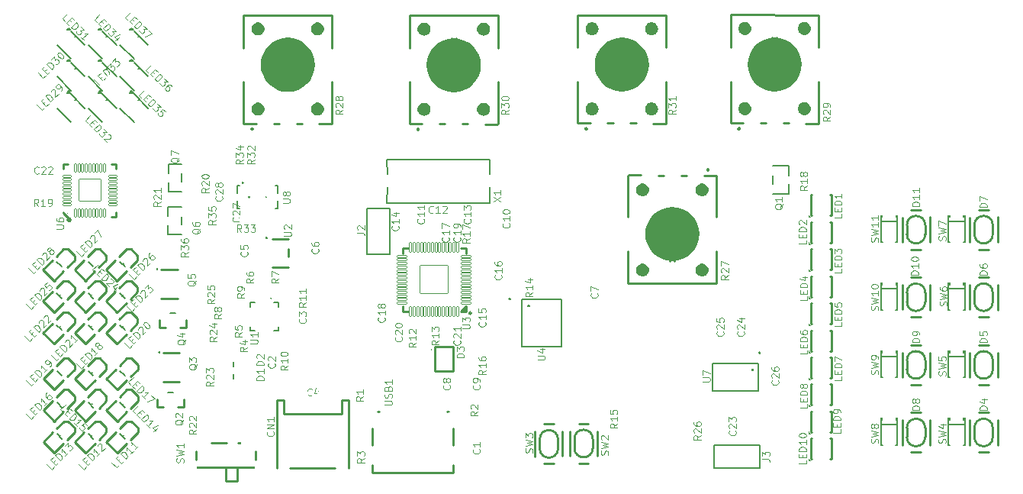
<source format=gbr>
%TF.GenerationSoftware,KiCad,Pcbnew,7.0.2-6a45011f42~172~ubuntu22.04.1*%
%TF.CreationDate,2023-05-03T10:24:55-07:00*%
%TF.ProjectId,hackathon-2022,6861636b-6174-4686-9f6e-2d323032322e,rev?*%
%TF.SameCoordinates,Original*%
%TF.FileFunction,Legend,Top*%
%TF.FilePolarity,Positive*%
%FSLAX46Y46*%
G04 Gerber Fmt 4.6, Leading zero omitted, Abs format (unit mm)*
G04 Created by KiCad (PCBNEW 7.0.2-6a45011f42~172~ubuntu22.04.1) date 2023-05-03 10:24:55*
%MOMM*%
%LPD*%
G01*
G04 APERTURE LIST*
G04 Aperture macros list*
%AMRoundRect*
0 Rectangle with rounded corners*
0 $1 Rounding radius*
0 $2 $3 $4 $5 $6 $7 $8 $9 X,Y pos of 4 corners*
0 Add a 4 corners polygon primitive as box body*
4,1,4,$2,$3,$4,$5,$6,$7,$8,$9,$2,$3,0*
0 Add four circle primitives for the rounded corners*
1,1,$1+$1,$2,$3*
1,1,$1+$1,$4,$5*
1,1,$1+$1,$6,$7*
1,1,$1+$1,$8,$9*
0 Add four rect primitives between the rounded corners*
20,1,$1+$1,$2,$3,$4,$5,0*
20,1,$1+$1,$4,$5,$6,$7,0*
20,1,$1+$1,$6,$7,$8,$9,0*
20,1,$1+$1,$8,$9,$2,$3,0*%
%AMRotRect*
0 Rectangle, with rotation*
0 The origin of the aperture is its center*
0 $1 length*
0 $2 width*
0 $3 Rotation angle, in degrees counterclockwise*
0 Add horizontal line*
21,1,$1,$2,0,0,$3*%
G04 Aperture macros list end*
%ADD10C,0.080000*%
%ADD11C,0.254000*%
%ADD12C,0.200000*%
%ADD13C,0.203000*%
%ADD14C,0.059995*%
%ADD15C,0.152000*%
%ADD16C,0.153000*%
%ADD17R,0.802000X1.352000*%
%ADD18R,0.700000X0.480278*%
%ADD19RotRect,0.902000X0.902000X315.000000*%
%ADD20R,0.700000X0.467778*%
%ADD21RoundRect,0.051000X-0.100000X-0.450000X0.100000X-0.450000X0.100000X0.450000X-0.100000X0.450000X0*%
%ADD22RoundRect,0.051000X-0.450000X-0.100000X0.450000X-0.100000X0.450000X0.100000X-0.450000X0.100000X0*%
%ADD23RoundRect,0.051000X-1.225006X-1.225006X1.225006X-1.225006X1.225006X1.225006X-1.225006X1.225006X0*%
%ADD24R,0.480278X0.700000*%
%ADD25R,1.172000X0.702000*%
%ADD26RotRect,0.760000X0.800000X135.000000*%
%ADD27R,0.422000X0.802000*%
%ADD28R,0.555278X0.700000*%
%ADD29R,1.352000X0.802000*%
%ADD30R,5.602000X1.402000*%
%ADD31R,0.700000X0.517778*%
%ADD32R,0.802000X1.152000*%
%ADD33RoundRect,0.051000X0.550000X0.100000X-0.550000X0.100000X-0.550000X-0.100000X0.550000X-0.100000X0*%
%ADD34RoundRect,0.051000X-0.100000X0.550000X-0.100000X-0.550000X0.100000X-0.550000X0.100000X0.550000X0*%
%ADD35RoundRect,0.051000X-0.550000X-0.100000X0.550000X-0.100000X0.550000X0.100000X-0.550000X0.100000X0*%
%ADD36RoundRect,0.051000X0.100000X-0.550000X0.100000X0.550000X-0.100000X0.550000X-0.100000X-0.550000X0*%
%ADD37RoundRect,0.051000X1.550000X1.550000X-1.550000X1.550000X-1.550000X-1.550000X1.550000X-1.550000X0*%
%ADD38R,1.102000X1.202000*%
%ADD39C,1.802000*%
%ADD40O,3.102000X3.402000*%
%ADD41R,0.602000X0.752000*%
%ADD42R,0.652000X0.652000*%
%ADD43R,0.767000X0.382000*%
%ADD44R,0.382000X0.767000*%
%ADD45R,1.782000X1.782000*%
%ADD46R,0.700000X0.555278*%
%ADD47R,1.202000X1.032000*%
%ADD48R,1.002000X1.902000*%
%ADD49C,0.850000*%
%ADD50R,0.557778X0.700000*%
%ADD51R,0.517778X0.700000*%
%ADD52R,0.782000X0.352000*%
%ADD53R,0.700000X0.472778*%
%ADD54R,0.612132X1.050000*%
%ADD55C,1.620000*%
%ADD56R,0.467778X0.700000*%
%ADD57R,0.472778X0.700000*%
%ADD58O,0.732000X1.967000*%
%ADD59R,1.102000X0.802000*%
%ADD60O,2.352000X0.732000*%
%ADD61R,0.600000X1.400000*%
%ADD62R,0.450000X1.400000*%
%ADD63O,1.102000X1.702000*%
%ADD64O,1.102000X1.902000*%
%ADD65R,0.902000X3.102000*%
%ADD66R,1.002000X1.802000*%
%ADD67R,0.700000X0.557778*%
%ADD68R,1.102000X0.702000*%
G04 APERTURE END LIST*
D10*
%TO.C,Q2*%
X102554285Y-128181190D02*
X102516190Y-128257380D01*
X102516190Y-128257380D02*
X102440000Y-128333571D01*
X102440000Y-128333571D02*
X102325714Y-128447857D01*
X102325714Y-128447857D02*
X102287619Y-128524047D01*
X102287619Y-128524047D02*
X102287619Y-128600238D01*
X102478095Y-128562142D02*
X102440000Y-128638333D01*
X102440000Y-128638333D02*
X102363809Y-128714523D01*
X102363809Y-128714523D02*
X102211428Y-128752619D01*
X102211428Y-128752619D02*
X101944761Y-128752619D01*
X101944761Y-128752619D02*
X101792380Y-128714523D01*
X101792380Y-128714523D02*
X101716190Y-128638333D01*
X101716190Y-128638333D02*
X101678095Y-128562142D01*
X101678095Y-128562142D02*
X101678095Y-128409761D01*
X101678095Y-128409761D02*
X101716190Y-128333571D01*
X101716190Y-128333571D02*
X101792380Y-128257380D01*
X101792380Y-128257380D02*
X101944761Y-128219285D01*
X101944761Y-128219285D02*
X102211428Y-128219285D01*
X102211428Y-128219285D02*
X102363809Y-128257380D01*
X102363809Y-128257380D02*
X102440000Y-128333571D01*
X102440000Y-128333571D02*
X102478095Y-128409761D01*
X102478095Y-128409761D02*
X102478095Y-128562142D01*
X101754285Y-127914524D02*
X101716190Y-127876428D01*
X101716190Y-127876428D02*
X101678095Y-127800238D01*
X101678095Y-127800238D02*
X101678095Y-127609762D01*
X101678095Y-127609762D02*
X101716190Y-127533571D01*
X101716190Y-127533571D02*
X101754285Y-127495476D01*
X101754285Y-127495476D02*
X101830476Y-127457381D01*
X101830476Y-127457381D02*
X101906666Y-127457381D01*
X101906666Y-127457381D02*
X102020952Y-127495476D01*
X102020952Y-127495476D02*
X102478095Y-127952619D01*
X102478095Y-127952619D02*
X102478095Y-127457381D01*
%TO.C,R3*%
X122671095Y-132467332D02*
X122290142Y-132733999D01*
X122671095Y-132924475D02*
X121871095Y-132924475D01*
X121871095Y-132924475D02*
X121871095Y-132619713D01*
X121871095Y-132619713D02*
X121909190Y-132543523D01*
X121909190Y-132543523D02*
X121947285Y-132505428D01*
X121947285Y-132505428D02*
X122023476Y-132467332D01*
X122023476Y-132467332D02*
X122137761Y-132467332D01*
X122137761Y-132467332D02*
X122213952Y-132505428D01*
X122213952Y-132505428D02*
X122252047Y-132543523D01*
X122252047Y-132543523D02*
X122290142Y-132619713D01*
X122290142Y-132619713D02*
X122290142Y-132924475D01*
X121871095Y-132200666D02*
X121871095Y-131705428D01*
X121871095Y-131705428D02*
X122175857Y-131972094D01*
X122175857Y-131972094D02*
X122175857Y-131857809D01*
X122175857Y-131857809D02*
X122213952Y-131781618D01*
X122213952Y-131781618D02*
X122252047Y-131743523D01*
X122252047Y-131743523D02*
X122328238Y-131705428D01*
X122328238Y-131705428D02*
X122518714Y-131705428D01*
X122518714Y-131705428D02*
X122594904Y-131743523D01*
X122594904Y-131743523D02*
X122633000Y-131781618D01*
X122633000Y-131781618D02*
X122671095Y-131857809D01*
X122671095Y-131857809D02*
X122671095Y-132086380D01*
X122671095Y-132086380D02*
X122633000Y-132162571D01*
X122633000Y-132162571D02*
X122594904Y-132200666D01*
%TO.C,R7*%
X113146095Y-112528332D02*
X112765142Y-112794999D01*
X113146095Y-112985475D02*
X112346095Y-112985475D01*
X112346095Y-112985475D02*
X112346095Y-112680713D01*
X112346095Y-112680713D02*
X112384190Y-112604523D01*
X112384190Y-112604523D02*
X112422285Y-112566428D01*
X112422285Y-112566428D02*
X112498476Y-112528332D01*
X112498476Y-112528332D02*
X112612761Y-112528332D01*
X112612761Y-112528332D02*
X112688952Y-112566428D01*
X112688952Y-112566428D02*
X112727047Y-112604523D01*
X112727047Y-112604523D02*
X112765142Y-112680713D01*
X112765142Y-112680713D02*
X112765142Y-112985475D01*
X112346095Y-112261666D02*
X112346095Y-111728332D01*
X112346095Y-111728332D02*
X113146095Y-112071190D01*
%TO.C,Q4*%
X102808285Y-119291190D02*
X102770190Y-119367380D01*
X102770190Y-119367380D02*
X102694000Y-119443571D01*
X102694000Y-119443571D02*
X102579714Y-119557857D01*
X102579714Y-119557857D02*
X102541619Y-119634047D01*
X102541619Y-119634047D02*
X102541619Y-119710238D01*
X102732095Y-119672142D02*
X102694000Y-119748333D01*
X102694000Y-119748333D02*
X102617809Y-119824523D01*
X102617809Y-119824523D02*
X102465428Y-119862619D01*
X102465428Y-119862619D02*
X102198761Y-119862619D01*
X102198761Y-119862619D02*
X102046380Y-119824523D01*
X102046380Y-119824523D02*
X101970190Y-119748333D01*
X101970190Y-119748333D02*
X101932095Y-119672142D01*
X101932095Y-119672142D02*
X101932095Y-119519761D01*
X101932095Y-119519761D02*
X101970190Y-119443571D01*
X101970190Y-119443571D02*
X102046380Y-119367380D01*
X102046380Y-119367380D02*
X102198761Y-119329285D01*
X102198761Y-119329285D02*
X102465428Y-119329285D01*
X102465428Y-119329285D02*
X102617809Y-119367380D01*
X102617809Y-119367380D02*
X102694000Y-119443571D01*
X102694000Y-119443571D02*
X102732095Y-119519761D01*
X102732095Y-119519761D02*
X102732095Y-119672142D01*
X102198761Y-118643571D02*
X102732095Y-118643571D01*
X101894000Y-118834047D02*
X102465428Y-119024524D01*
X102465428Y-119024524D02*
X102465428Y-118529285D01*
%TO.C,LED19*%
X85936829Y-124136564D02*
X85667455Y-124405938D01*
X85667455Y-124405938D02*
X85101769Y-123840252D01*
X85829079Y-123651691D02*
X86017641Y-123463129D01*
X86394765Y-123678628D02*
X86125391Y-123948002D01*
X86125391Y-123948002D02*
X85559705Y-123382317D01*
X85559705Y-123382317D02*
X85829079Y-123112943D01*
X86637202Y-123436191D02*
X86071516Y-122870506D01*
X86071516Y-122870506D02*
X86206203Y-122735819D01*
X86206203Y-122735819D02*
X86313953Y-122681944D01*
X86313953Y-122681944D02*
X86421702Y-122681944D01*
X86421702Y-122681944D02*
X86502515Y-122708881D01*
X86502515Y-122708881D02*
X86637202Y-122789694D01*
X86637202Y-122789694D02*
X86718014Y-122870506D01*
X86718014Y-122870506D02*
X86798826Y-123005193D01*
X86798826Y-123005193D02*
X86825763Y-123086005D01*
X86825763Y-123086005D02*
X86825763Y-123193755D01*
X86825763Y-123193755D02*
X86771889Y-123301504D01*
X86771889Y-123301504D02*
X86637202Y-123436191D01*
X87499198Y-122574194D02*
X87175950Y-122897443D01*
X87337574Y-122735819D02*
X86771889Y-122170133D01*
X86771889Y-122170133D02*
X86798826Y-122304820D01*
X86798826Y-122304820D02*
X86798826Y-122412570D01*
X86798826Y-122412570D02*
X86771889Y-122493382D01*
X87768573Y-122304820D02*
X87876322Y-122197071D01*
X87876322Y-122197071D02*
X87903260Y-122116258D01*
X87903260Y-122116258D02*
X87903260Y-122062384D01*
X87903260Y-122062384D02*
X87876322Y-121927697D01*
X87876322Y-121927697D02*
X87795510Y-121793010D01*
X87795510Y-121793010D02*
X87580011Y-121577510D01*
X87580011Y-121577510D02*
X87499199Y-121550573D01*
X87499199Y-121550573D02*
X87445324Y-121550573D01*
X87445324Y-121550573D02*
X87364512Y-121577510D01*
X87364512Y-121577510D02*
X87256762Y-121685260D01*
X87256762Y-121685260D02*
X87229825Y-121766072D01*
X87229825Y-121766072D02*
X87229825Y-121819947D01*
X87229825Y-121819947D02*
X87256762Y-121900759D01*
X87256762Y-121900759D02*
X87391449Y-122035446D01*
X87391449Y-122035446D02*
X87472261Y-122062384D01*
X87472261Y-122062384D02*
X87526136Y-122062384D01*
X87526136Y-122062384D02*
X87606948Y-122035446D01*
X87606948Y-122035446D02*
X87714698Y-121927697D01*
X87714698Y-121927697D02*
X87741635Y-121846884D01*
X87741635Y-121846884D02*
X87741635Y-121793010D01*
X87741635Y-121793010D02*
X87714698Y-121712197D01*
%TO.C,R18*%
X171820095Y-102241285D02*
X171439142Y-102507952D01*
X171820095Y-102698428D02*
X171020095Y-102698428D01*
X171020095Y-102698428D02*
X171020095Y-102393666D01*
X171020095Y-102393666D02*
X171058190Y-102317476D01*
X171058190Y-102317476D02*
X171096285Y-102279381D01*
X171096285Y-102279381D02*
X171172476Y-102241285D01*
X171172476Y-102241285D02*
X171286761Y-102241285D01*
X171286761Y-102241285D02*
X171362952Y-102279381D01*
X171362952Y-102279381D02*
X171401047Y-102317476D01*
X171401047Y-102317476D02*
X171439142Y-102393666D01*
X171439142Y-102393666D02*
X171439142Y-102698428D01*
X171820095Y-101479381D02*
X171820095Y-101936524D01*
X171820095Y-101707952D02*
X171020095Y-101707952D01*
X171020095Y-101707952D02*
X171134380Y-101784143D01*
X171134380Y-101784143D02*
X171210571Y-101860333D01*
X171210571Y-101860333D02*
X171248666Y-101936524D01*
X171362952Y-101022238D02*
X171324857Y-101098428D01*
X171324857Y-101098428D02*
X171286761Y-101136523D01*
X171286761Y-101136523D02*
X171210571Y-101174619D01*
X171210571Y-101174619D02*
X171172476Y-101174619D01*
X171172476Y-101174619D02*
X171096285Y-101136523D01*
X171096285Y-101136523D02*
X171058190Y-101098428D01*
X171058190Y-101098428D02*
X171020095Y-101022238D01*
X171020095Y-101022238D02*
X171020095Y-100869857D01*
X171020095Y-100869857D02*
X171058190Y-100793666D01*
X171058190Y-100793666D02*
X171096285Y-100755571D01*
X171096285Y-100755571D02*
X171172476Y-100717476D01*
X171172476Y-100717476D02*
X171210571Y-100717476D01*
X171210571Y-100717476D02*
X171286761Y-100755571D01*
X171286761Y-100755571D02*
X171324857Y-100793666D01*
X171324857Y-100793666D02*
X171362952Y-100869857D01*
X171362952Y-100869857D02*
X171362952Y-101022238D01*
X171362952Y-101022238D02*
X171401047Y-101098428D01*
X171401047Y-101098428D02*
X171439142Y-101136523D01*
X171439142Y-101136523D02*
X171515333Y-101174619D01*
X171515333Y-101174619D02*
X171667714Y-101174619D01*
X171667714Y-101174619D02*
X171743904Y-101136523D01*
X171743904Y-101136523D02*
X171782000Y-101098428D01*
X171782000Y-101098428D02*
X171820095Y-101022238D01*
X171820095Y-101022238D02*
X171820095Y-100869857D01*
X171820095Y-100869857D02*
X171782000Y-100793666D01*
X171782000Y-100793666D02*
X171743904Y-100755571D01*
X171743904Y-100755571D02*
X171667714Y-100717476D01*
X171667714Y-100717476D02*
X171515333Y-100717476D01*
X171515333Y-100717476D02*
X171439142Y-100755571D01*
X171439142Y-100755571D02*
X171401047Y-100793666D01*
X171401047Y-100793666D02*
X171362952Y-100869857D01*
%TO.C,U6*%
X88470095Y-107035523D02*
X89117714Y-107035523D01*
X89117714Y-107035523D02*
X89193904Y-106997428D01*
X89193904Y-106997428D02*
X89232000Y-106959333D01*
X89232000Y-106959333D02*
X89270095Y-106883142D01*
X89270095Y-106883142D02*
X89270095Y-106730761D01*
X89270095Y-106730761D02*
X89232000Y-106654571D01*
X89232000Y-106654571D02*
X89193904Y-106616476D01*
X89193904Y-106616476D02*
X89117714Y-106578380D01*
X89117714Y-106578380D02*
X88470095Y-106578380D01*
X88470095Y-105854571D02*
X88470095Y-106006952D01*
X88470095Y-106006952D02*
X88508190Y-106083143D01*
X88508190Y-106083143D02*
X88546285Y-106121238D01*
X88546285Y-106121238D02*
X88660571Y-106197428D01*
X88660571Y-106197428D02*
X88812952Y-106235524D01*
X88812952Y-106235524D02*
X89117714Y-106235524D01*
X89117714Y-106235524D02*
X89193904Y-106197428D01*
X89193904Y-106197428D02*
X89232000Y-106159333D01*
X89232000Y-106159333D02*
X89270095Y-106083143D01*
X89270095Y-106083143D02*
X89270095Y-105930762D01*
X89270095Y-105930762D02*
X89232000Y-105854571D01*
X89232000Y-105854571D02*
X89193904Y-105816476D01*
X89193904Y-105816476D02*
X89117714Y-105778381D01*
X89117714Y-105778381D02*
X88927238Y-105778381D01*
X88927238Y-105778381D02*
X88851047Y-105816476D01*
X88851047Y-105816476D02*
X88812952Y-105854571D01*
X88812952Y-105854571D02*
X88774857Y-105930762D01*
X88774857Y-105930762D02*
X88774857Y-106083143D01*
X88774857Y-106083143D02*
X88812952Y-106159333D01*
X88812952Y-106159333D02*
X88851047Y-106197428D01*
X88851047Y-106197428D02*
X88927238Y-106235524D01*
%TO.C,R26*%
X160009095Y-129927285D02*
X159628142Y-130193952D01*
X160009095Y-130384428D02*
X159209095Y-130384428D01*
X159209095Y-130384428D02*
X159209095Y-130079666D01*
X159209095Y-130079666D02*
X159247190Y-130003476D01*
X159247190Y-130003476D02*
X159285285Y-129965381D01*
X159285285Y-129965381D02*
X159361476Y-129927285D01*
X159361476Y-129927285D02*
X159475761Y-129927285D01*
X159475761Y-129927285D02*
X159551952Y-129965381D01*
X159551952Y-129965381D02*
X159590047Y-130003476D01*
X159590047Y-130003476D02*
X159628142Y-130079666D01*
X159628142Y-130079666D02*
X159628142Y-130384428D01*
X159285285Y-129622524D02*
X159247190Y-129584428D01*
X159247190Y-129584428D02*
X159209095Y-129508238D01*
X159209095Y-129508238D02*
X159209095Y-129317762D01*
X159209095Y-129317762D02*
X159247190Y-129241571D01*
X159247190Y-129241571D02*
X159285285Y-129203476D01*
X159285285Y-129203476D02*
X159361476Y-129165381D01*
X159361476Y-129165381D02*
X159437666Y-129165381D01*
X159437666Y-129165381D02*
X159551952Y-129203476D01*
X159551952Y-129203476D02*
X160009095Y-129660619D01*
X160009095Y-129660619D02*
X160009095Y-129165381D01*
X159209095Y-128479666D02*
X159209095Y-128632047D01*
X159209095Y-128632047D02*
X159247190Y-128708238D01*
X159247190Y-128708238D02*
X159285285Y-128746333D01*
X159285285Y-128746333D02*
X159399571Y-128822523D01*
X159399571Y-128822523D02*
X159551952Y-128860619D01*
X159551952Y-128860619D02*
X159856714Y-128860619D01*
X159856714Y-128860619D02*
X159932904Y-128822523D01*
X159932904Y-128822523D02*
X159971000Y-128784428D01*
X159971000Y-128784428D02*
X160009095Y-128708238D01*
X160009095Y-128708238D02*
X160009095Y-128555857D01*
X160009095Y-128555857D02*
X159971000Y-128479666D01*
X159971000Y-128479666D02*
X159932904Y-128441571D01*
X159932904Y-128441571D02*
X159856714Y-128403476D01*
X159856714Y-128403476D02*
X159666238Y-128403476D01*
X159666238Y-128403476D02*
X159590047Y-128441571D01*
X159590047Y-128441571D02*
X159551952Y-128479666D01*
X159551952Y-128479666D02*
X159513857Y-128555857D01*
X159513857Y-128555857D02*
X159513857Y-128708238D01*
X159513857Y-128708238D02*
X159551952Y-128784428D01*
X159551952Y-128784428D02*
X159590047Y-128822523D01*
X159590047Y-128822523D02*
X159666238Y-128860619D01*
%TO.C,Q1*%
X169102285Y-104254190D02*
X169064190Y-104330380D01*
X169064190Y-104330380D02*
X168988000Y-104406571D01*
X168988000Y-104406571D02*
X168873714Y-104520857D01*
X168873714Y-104520857D02*
X168835619Y-104597047D01*
X168835619Y-104597047D02*
X168835619Y-104673238D01*
X169026095Y-104635142D02*
X168988000Y-104711333D01*
X168988000Y-104711333D02*
X168911809Y-104787523D01*
X168911809Y-104787523D02*
X168759428Y-104825619D01*
X168759428Y-104825619D02*
X168492761Y-104825619D01*
X168492761Y-104825619D02*
X168340380Y-104787523D01*
X168340380Y-104787523D02*
X168264190Y-104711333D01*
X168264190Y-104711333D02*
X168226095Y-104635142D01*
X168226095Y-104635142D02*
X168226095Y-104482761D01*
X168226095Y-104482761D02*
X168264190Y-104406571D01*
X168264190Y-104406571D02*
X168340380Y-104330380D01*
X168340380Y-104330380D02*
X168492761Y-104292285D01*
X168492761Y-104292285D02*
X168759428Y-104292285D01*
X168759428Y-104292285D02*
X168911809Y-104330380D01*
X168911809Y-104330380D02*
X168988000Y-104406571D01*
X168988000Y-104406571D02*
X169026095Y-104482761D01*
X169026095Y-104482761D02*
X169026095Y-104635142D01*
X169026095Y-103530381D02*
X169026095Y-103987524D01*
X169026095Y-103758952D02*
X168226095Y-103758952D01*
X168226095Y-103758952D02*
X168340380Y-103835143D01*
X168340380Y-103835143D02*
X168416571Y-103911333D01*
X168416571Y-103911333D02*
X168454666Y-103987524D01*
%TO.C,LED32*%
X91963364Y-95280757D02*
X91693990Y-95011383D01*
X91693990Y-95011383D02*
X92259675Y-94445698D01*
X92448237Y-95173008D02*
X92636799Y-95361570D01*
X92421299Y-95738693D02*
X92151925Y-95469319D01*
X92151925Y-95469319D02*
X92717611Y-94903634D01*
X92717611Y-94903634D02*
X92986985Y-95173008D01*
X92663736Y-95981130D02*
X93229422Y-95415445D01*
X93229422Y-95415445D02*
X93364109Y-95550132D01*
X93364109Y-95550132D02*
X93417984Y-95657881D01*
X93417984Y-95657881D02*
X93417984Y-95765631D01*
X93417984Y-95765631D02*
X93391046Y-95846443D01*
X93391046Y-95846443D02*
X93310234Y-95981130D01*
X93310234Y-95981130D02*
X93229422Y-96061942D01*
X93229422Y-96061942D02*
X93094735Y-96142755D01*
X93094735Y-96142755D02*
X93013923Y-96169692D01*
X93013923Y-96169692D02*
X92906173Y-96169692D01*
X92906173Y-96169692D02*
X92798423Y-96115817D01*
X92798423Y-96115817D02*
X92663736Y-95981130D01*
X93741232Y-95927255D02*
X94091419Y-96277442D01*
X94091419Y-96277442D02*
X93687358Y-96304379D01*
X93687358Y-96304379D02*
X93768170Y-96385191D01*
X93768170Y-96385191D02*
X93795107Y-96466003D01*
X93795107Y-96466003D02*
X93795107Y-96519878D01*
X93795107Y-96519878D02*
X93768170Y-96600690D01*
X93768170Y-96600690D02*
X93633483Y-96735377D01*
X93633483Y-96735377D02*
X93552671Y-96762315D01*
X93552671Y-96762315D02*
X93498796Y-96762315D01*
X93498796Y-96762315D02*
X93417984Y-96735377D01*
X93417984Y-96735377D02*
X93256359Y-96573753D01*
X93256359Y-96573753D02*
X93229422Y-96492941D01*
X93229422Y-96492941D02*
X93229422Y-96439066D01*
X94253043Y-96546816D02*
X94306918Y-96546816D01*
X94306918Y-96546816D02*
X94387730Y-96573753D01*
X94387730Y-96573753D02*
X94522417Y-96708440D01*
X94522417Y-96708440D02*
X94549355Y-96789252D01*
X94549355Y-96789252D02*
X94549355Y-96843127D01*
X94549355Y-96843127D02*
X94522417Y-96923939D01*
X94522417Y-96923939D02*
X94468542Y-96977814D01*
X94468542Y-96977814D02*
X94360793Y-97031689D01*
X94360793Y-97031689D02*
X93714295Y-97031689D01*
X93714295Y-97031689D02*
X94064481Y-97381875D01*
%TO.C,LED2*%
X171693095Y-108279905D02*
X171693095Y-108660857D01*
X171693095Y-108660857D02*
X170893095Y-108660857D01*
X171274047Y-108013238D02*
X171274047Y-107746572D01*
X171693095Y-107632286D02*
X171693095Y-108013238D01*
X171693095Y-108013238D02*
X170893095Y-108013238D01*
X170893095Y-108013238D02*
X170893095Y-107632286D01*
X171693095Y-107289428D02*
X170893095Y-107289428D01*
X170893095Y-107289428D02*
X170893095Y-107098952D01*
X170893095Y-107098952D02*
X170931190Y-106984666D01*
X170931190Y-106984666D02*
X171007380Y-106908476D01*
X171007380Y-106908476D02*
X171083571Y-106870381D01*
X171083571Y-106870381D02*
X171235952Y-106832285D01*
X171235952Y-106832285D02*
X171350238Y-106832285D01*
X171350238Y-106832285D02*
X171502619Y-106870381D01*
X171502619Y-106870381D02*
X171578809Y-106908476D01*
X171578809Y-106908476D02*
X171655000Y-106984666D01*
X171655000Y-106984666D02*
X171693095Y-107098952D01*
X171693095Y-107098952D02*
X171693095Y-107289428D01*
X170969285Y-106527524D02*
X170931190Y-106489428D01*
X170931190Y-106489428D02*
X170893095Y-106413238D01*
X170893095Y-106413238D02*
X170893095Y-106222762D01*
X170893095Y-106222762D02*
X170931190Y-106146571D01*
X170931190Y-106146571D02*
X170969285Y-106108476D01*
X170969285Y-106108476D02*
X171045476Y-106070381D01*
X171045476Y-106070381D02*
X171121666Y-106070381D01*
X171121666Y-106070381D02*
X171235952Y-106108476D01*
X171235952Y-106108476D02*
X171693095Y-106565619D01*
X171693095Y-106565619D02*
X171693095Y-106070381D01*
%TO.C,LED23*%
X97112829Y-115881564D02*
X96843455Y-116150938D01*
X96843455Y-116150938D02*
X96277769Y-115585252D01*
X97005079Y-115396691D02*
X97193641Y-115208129D01*
X97570765Y-115423628D02*
X97301391Y-115693002D01*
X97301391Y-115693002D02*
X96735705Y-115127317D01*
X96735705Y-115127317D02*
X97005079Y-114857943D01*
X97813202Y-115181191D02*
X97247516Y-114615506D01*
X97247516Y-114615506D02*
X97382203Y-114480819D01*
X97382203Y-114480819D02*
X97489953Y-114426944D01*
X97489953Y-114426944D02*
X97597702Y-114426944D01*
X97597702Y-114426944D02*
X97678515Y-114453881D01*
X97678515Y-114453881D02*
X97813202Y-114534694D01*
X97813202Y-114534694D02*
X97894014Y-114615506D01*
X97894014Y-114615506D02*
X97974826Y-114750193D01*
X97974826Y-114750193D02*
X98001763Y-114831005D01*
X98001763Y-114831005D02*
X98001763Y-114938755D01*
X98001763Y-114938755D02*
X97947889Y-115046504D01*
X97947889Y-115046504D02*
X97813202Y-115181191D01*
X97840139Y-114130633D02*
X97840139Y-114076758D01*
X97840139Y-114076758D02*
X97867076Y-113995946D01*
X97867076Y-113995946D02*
X98001763Y-113861258D01*
X98001763Y-113861258D02*
X98082576Y-113834321D01*
X98082576Y-113834321D02*
X98136450Y-113834321D01*
X98136450Y-113834321D02*
X98217263Y-113861258D01*
X98217263Y-113861258D02*
X98271137Y-113915133D01*
X98271137Y-113915133D02*
X98325012Y-114022883D01*
X98325012Y-114022883D02*
X98325012Y-114669381D01*
X98325012Y-114669381D02*
X98675198Y-114319194D01*
X98298075Y-113564947D02*
X98648261Y-113214761D01*
X98648261Y-113214761D02*
X98675199Y-113618822D01*
X98675199Y-113618822D02*
X98756011Y-113538010D01*
X98756011Y-113538010D02*
X98836823Y-113511072D01*
X98836823Y-113511072D02*
X98890698Y-113511072D01*
X98890698Y-113511072D02*
X98971510Y-113538010D01*
X98971510Y-113538010D02*
X99106197Y-113672697D01*
X99106197Y-113672697D02*
X99133134Y-113753509D01*
X99133134Y-113753509D02*
X99133134Y-113807384D01*
X99133134Y-113807384D02*
X99106197Y-113888196D01*
X99106197Y-113888196D02*
X98944573Y-114049820D01*
X98944573Y-114049820D02*
X98863760Y-114076758D01*
X98863760Y-114076758D02*
X98809886Y-114076758D01*
%TO.C,LED26*%
X97366829Y-112325564D02*
X97097455Y-112594938D01*
X97097455Y-112594938D02*
X96531769Y-112029252D01*
X97259079Y-111840691D02*
X97447641Y-111652129D01*
X97824765Y-111867628D02*
X97555391Y-112137002D01*
X97555391Y-112137002D02*
X96989705Y-111571317D01*
X96989705Y-111571317D02*
X97259079Y-111301943D01*
X98067202Y-111625191D02*
X97501516Y-111059506D01*
X97501516Y-111059506D02*
X97636203Y-110924819D01*
X97636203Y-110924819D02*
X97743953Y-110870944D01*
X97743953Y-110870944D02*
X97851702Y-110870944D01*
X97851702Y-110870944D02*
X97932515Y-110897881D01*
X97932515Y-110897881D02*
X98067202Y-110978694D01*
X98067202Y-110978694D02*
X98148014Y-111059506D01*
X98148014Y-111059506D02*
X98228826Y-111194193D01*
X98228826Y-111194193D02*
X98255763Y-111275005D01*
X98255763Y-111275005D02*
X98255763Y-111382755D01*
X98255763Y-111382755D02*
X98201889Y-111490504D01*
X98201889Y-111490504D02*
X98067202Y-111625191D01*
X98094139Y-110574633D02*
X98094139Y-110520758D01*
X98094139Y-110520758D02*
X98121076Y-110439946D01*
X98121076Y-110439946D02*
X98255763Y-110305258D01*
X98255763Y-110305258D02*
X98336576Y-110278321D01*
X98336576Y-110278321D02*
X98390450Y-110278321D01*
X98390450Y-110278321D02*
X98471263Y-110305258D01*
X98471263Y-110305258D02*
X98525137Y-110359133D01*
X98525137Y-110359133D02*
X98579012Y-110466883D01*
X98579012Y-110466883D02*
X98579012Y-111113381D01*
X98579012Y-111113381D02*
X98929198Y-110763194D01*
X98848386Y-109712636D02*
X98740637Y-109820385D01*
X98740637Y-109820385D02*
X98713699Y-109901197D01*
X98713699Y-109901197D02*
X98713699Y-109955072D01*
X98713699Y-109955072D02*
X98740637Y-110089759D01*
X98740637Y-110089759D02*
X98821449Y-110224446D01*
X98821449Y-110224446D02*
X99036948Y-110439945D01*
X99036948Y-110439945D02*
X99117760Y-110466883D01*
X99117760Y-110466883D02*
X99171635Y-110466883D01*
X99171635Y-110466883D02*
X99252447Y-110439945D01*
X99252447Y-110439945D02*
X99360197Y-110332196D01*
X99360197Y-110332196D02*
X99387134Y-110251384D01*
X99387134Y-110251384D02*
X99387134Y-110197509D01*
X99387134Y-110197509D02*
X99360197Y-110116697D01*
X99360197Y-110116697D02*
X99225510Y-109982010D01*
X99225510Y-109982010D02*
X99144698Y-109955072D01*
X99144698Y-109955072D02*
X99090823Y-109955072D01*
X99090823Y-109955072D02*
X99010011Y-109982010D01*
X99010011Y-109982010D02*
X98902261Y-110089759D01*
X98902261Y-110089759D02*
X98875324Y-110170571D01*
X98875324Y-110170571D02*
X98875324Y-110224446D01*
X98875324Y-110224446D02*
X98902261Y-110305258D01*
%TO.C,C7*%
X148502904Y-114179332D02*
X148541000Y-114217428D01*
X148541000Y-114217428D02*
X148579095Y-114331713D01*
X148579095Y-114331713D02*
X148579095Y-114407904D01*
X148579095Y-114407904D02*
X148541000Y-114522190D01*
X148541000Y-114522190D02*
X148464809Y-114598380D01*
X148464809Y-114598380D02*
X148388619Y-114636475D01*
X148388619Y-114636475D02*
X148236238Y-114674571D01*
X148236238Y-114674571D02*
X148121952Y-114674571D01*
X148121952Y-114674571D02*
X147969571Y-114636475D01*
X147969571Y-114636475D02*
X147893380Y-114598380D01*
X147893380Y-114598380D02*
X147817190Y-114522190D01*
X147817190Y-114522190D02*
X147779095Y-114407904D01*
X147779095Y-114407904D02*
X147779095Y-114331713D01*
X147779095Y-114331713D02*
X147817190Y-114217428D01*
X147817190Y-114217428D02*
X147855285Y-114179332D01*
X147779095Y-113912666D02*
X147779095Y-113379332D01*
X147779095Y-113379332D02*
X148579095Y-113722190D01*
%TO.C,Q7*%
X102099853Y-99097723D02*
X102061758Y-99173913D01*
X102061758Y-99173913D02*
X101985568Y-99250104D01*
X101985568Y-99250104D02*
X101871282Y-99364390D01*
X101871282Y-99364390D02*
X101833187Y-99440580D01*
X101833187Y-99440580D02*
X101833187Y-99516771D01*
X102023663Y-99478675D02*
X101985568Y-99554866D01*
X101985568Y-99554866D02*
X101909377Y-99631056D01*
X101909377Y-99631056D02*
X101756996Y-99669152D01*
X101756996Y-99669152D02*
X101490329Y-99669152D01*
X101490329Y-99669152D02*
X101337948Y-99631056D01*
X101337948Y-99631056D02*
X101261758Y-99554866D01*
X101261758Y-99554866D02*
X101223663Y-99478675D01*
X101223663Y-99478675D02*
X101223663Y-99326294D01*
X101223663Y-99326294D02*
X101261758Y-99250104D01*
X101261758Y-99250104D02*
X101337948Y-99173913D01*
X101337948Y-99173913D02*
X101490329Y-99135818D01*
X101490329Y-99135818D02*
X101756996Y-99135818D01*
X101756996Y-99135818D02*
X101909377Y-99173913D01*
X101909377Y-99173913D02*
X101985568Y-99250104D01*
X101985568Y-99250104D02*
X102023663Y-99326294D01*
X102023663Y-99326294D02*
X102023663Y-99478675D01*
X101223663Y-98869152D02*
X101223663Y-98335818D01*
X101223663Y-98335818D02*
X102023663Y-98678676D01*
%TO.C,X1*%
X136984095Y-104025524D02*
X137784095Y-103492190D01*
X136984095Y-103492190D02*
X137784095Y-104025524D01*
X137784095Y-102768381D02*
X137784095Y-103225524D01*
X137784095Y-102996952D02*
X136984095Y-102996952D01*
X136984095Y-102996952D02*
X137098380Y-103073143D01*
X137098380Y-103073143D02*
X137174571Y-103149333D01*
X137174571Y-103149333D02*
X137212666Y-103225524D01*
%TO.C,C1*%
X135421904Y-131451332D02*
X135460000Y-131489428D01*
X135460000Y-131489428D02*
X135498095Y-131603713D01*
X135498095Y-131603713D02*
X135498095Y-131679904D01*
X135498095Y-131679904D02*
X135460000Y-131794190D01*
X135460000Y-131794190D02*
X135383809Y-131870380D01*
X135383809Y-131870380D02*
X135307619Y-131908475D01*
X135307619Y-131908475D02*
X135155238Y-131946571D01*
X135155238Y-131946571D02*
X135040952Y-131946571D01*
X135040952Y-131946571D02*
X134888571Y-131908475D01*
X134888571Y-131908475D02*
X134812380Y-131870380D01*
X134812380Y-131870380D02*
X134736190Y-131794190D01*
X134736190Y-131794190D02*
X134698095Y-131679904D01*
X134698095Y-131679904D02*
X134698095Y-131603713D01*
X134698095Y-131603713D02*
X134736190Y-131489428D01*
X134736190Y-131489428D02*
X134774285Y-131451332D01*
X135498095Y-130689428D02*
X135498095Y-131146571D01*
X135498095Y-130917999D02*
X134698095Y-130917999D01*
X134698095Y-130917999D02*
X134812380Y-130994190D01*
X134812380Y-130994190D02*
X134888571Y-131070380D01*
X134888571Y-131070380D02*
X134926666Y-131146571D01*
%TO.C,R2*%
X135258316Y-127261606D02*
X134877363Y-127528273D01*
X135258316Y-127718749D02*
X134458316Y-127718749D01*
X134458316Y-127718749D02*
X134458316Y-127413987D01*
X134458316Y-127413987D02*
X134496411Y-127337797D01*
X134496411Y-127337797D02*
X134534506Y-127299702D01*
X134534506Y-127299702D02*
X134610697Y-127261606D01*
X134610697Y-127261606D02*
X134724982Y-127261606D01*
X134724982Y-127261606D02*
X134801173Y-127299702D01*
X134801173Y-127299702D02*
X134839268Y-127337797D01*
X134839268Y-127337797D02*
X134877363Y-127413987D01*
X134877363Y-127413987D02*
X134877363Y-127718749D01*
X134534506Y-126956845D02*
X134496411Y-126918749D01*
X134496411Y-126918749D02*
X134458316Y-126842559D01*
X134458316Y-126842559D02*
X134458316Y-126652083D01*
X134458316Y-126652083D02*
X134496411Y-126575892D01*
X134496411Y-126575892D02*
X134534506Y-126537797D01*
X134534506Y-126537797D02*
X134610697Y-126499702D01*
X134610697Y-126499702D02*
X134686887Y-126499702D01*
X134686887Y-126499702D02*
X134801173Y-126537797D01*
X134801173Y-126537797D02*
X135258316Y-126994940D01*
X135258316Y-126994940D02*
X135258316Y-126499702D01*
%TO.C,LED20*%
X96858829Y-119945564D02*
X96589455Y-120214938D01*
X96589455Y-120214938D02*
X96023769Y-119649252D01*
X96751079Y-119460691D02*
X96939641Y-119272129D01*
X97316765Y-119487628D02*
X97047391Y-119757002D01*
X97047391Y-119757002D02*
X96481705Y-119191317D01*
X96481705Y-119191317D02*
X96751079Y-118921943D01*
X97559202Y-119245191D02*
X96993516Y-118679506D01*
X96993516Y-118679506D02*
X97128203Y-118544819D01*
X97128203Y-118544819D02*
X97235953Y-118490944D01*
X97235953Y-118490944D02*
X97343702Y-118490944D01*
X97343702Y-118490944D02*
X97424515Y-118517881D01*
X97424515Y-118517881D02*
X97559202Y-118598694D01*
X97559202Y-118598694D02*
X97640014Y-118679506D01*
X97640014Y-118679506D02*
X97720826Y-118814193D01*
X97720826Y-118814193D02*
X97747763Y-118895005D01*
X97747763Y-118895005D02*
X97747763Y-119002755D01*
X97747763Y-119002755D02*
X97693889Y-119110504D01*
X97693889Y-119110504D02*
X97559202Y-119245191D01*
X97586139Y-118194633D02*
X97586139Y-118140758D01*
X97586139Y-118140758D02*
X97613076Y-118059946D01*
X97613076Y-118059946D02*
X97747763Y-117925258D01*
X97747763Y-117925258D02*
X97828576Y-117898321D01*
X97828576Y-117898321D02*
X97882450Y-117898321D01*
X97882450Y-117898321D02*
X97963263Y-117925258D01*
X97963263Y-117925258D02*
X98017137Y-117979133D01*
X98017137Y-117979133D02*
X98071012Y-118086883D01*
X98071012Y-118086883D02*
X98071012Y-118733381D01*
X98071012Y-118733381D02*
X98421198Y-118383194D01*
X98205699Y-117467323D02*
X98259574Y-117413448D01*
X98259574Y-117413448D02*
X98340386Y-117386510D01*
X98340386Y-117386510D02*
X98394261Y-117386510D01*
X98394261Y-117386510D02*
X98475073Y-117413448D01*
X98475073Y-117413448D02*
X98609760Y-117494260D01*
X98609760Y-117494260D02*
X98744447Y-117628947D01*
X98744447Y-117628947D02*
X98825260Y-117763634D01*
X98825260Y-117763634D02*
X98852197Y-117844446D01*
X98852197Y-117844446D02*
X98852197Y-117898321D01*
X98852197Y-117898321D02*
X98825260Y-117979133D01*
X98825260Y-117979133D02*
X98771385Y-118033008D01*
X98771385Y-118033008D02*
X98690573Y-118059945D01*
X98690573Y-118059945D02*
X98636698Y-118059945D01*
X98636698Y-118059945D02*
X98555886Y-118033008D01*
X98555886Y-118033008D02*
X98421199Y-117952196D01*
X98421199Y-117952196D02*
X98286512Y-117817509D01*
X98286512Y-117817509D02*
X98205699Y-117682822D01*
X98205699Y-117682822D02*
X98178762Y-117602010D01*
X98178762Y-117602010D02*
X98178762Y-117548135D01*
X98178762Y-117548135D02*
X98205699Y-117467323D01*
%TO.C,LED25*%
X85936829Y-115627564D02*
X85667455Y-115896938D01*
X85667455Y-115896938D02*
X85101769Y-115331252D01*
X85829079Y-115142691D02*
X86017641Y-114954129D01*
X86394765Y-115169628D02*
X86125391Y-115439002D01*
X86125391Y-115439002D02*
X85559705Y-114873317D01*
X85559705Y-114873317D02*
X85829079Y-114603943D01*
X86637202Y-114927191D02*
X86071516Y-114361506D01*
X86071516Y-114361506D02*
X86206203Y-114226819D01*
X86206203Y-114226819D02*
X86313953Y-114172944D01*
X86313953Y-114172944D02*
X86421702Y-114172944D01*
X86421702Y-114172944D02*
X86502515Y-114199881D01*
X86502515Y-114199881D02*
X86637202Y-114280694D01*
X86637202Y-114280694D02*
X86718014Y-114361506D01*
X86718014Y-114361506D02*
X86798826Y-114496193D01*
X86798826Y-114496193D02*
X86825763Y-114577005D01*
X86825763Y-114577005D02*
X86825763Y-114684755D01*
X86825763Y-114684755D02*
X86771889Y-114792504D01*
X86771889Y-114792504D02*
X86637202Y-114927191D01*
X86664139Y-113876633D02*
X86664139Y-113822758D01*
X86664139Y-113822758D02*
X86691076Y-113741946D01*
X86691076Y-113741946D02*
X86825763Y-113607258D01*
X86825763Y-113607258D02*
X86906576Y-113580321D01*
X86906576Y-113580321D02*
X86960450Y-113580321D01*
X86960450Y-113580321D02*
X87041263Y-113607258D01*
X87041263Y-113607258D02*
X87095137Y-113661133D01*
X87095137Y-113661133D02*
X87149012Y-113768883D01*
X87149012Y-113768883D02*
X87149012Y-114415381D01*
X87149012Y-114415381D02*
X87499198Y-114065194D01*
X87445324Y-112987698D02*
X87175950Y-113257072D01*
X87175950Y-113257072D02*
X87418386Y-113553384D01*
X87418386Y-113553384D02*
X87418386Y-113499509D01*
X87418386Y-113499509D02*
X87445324Y-113418697D01*
X87445324Y-113418697D02*
X87580011Y-113284010D01*
X87580011Y-113284010D02*
X87660823Y-113257072D01*
X87660823Y-113257072D02*
X87714698Y-113257072D01*
X87714698Y-113257072D02*
X87795510Y-113284010D01*
X87795510Y-113284010D02*
X87930197Y-113418697D01*
X87930197Y-113418697D02*
X87957134Y-113499509D01*
X87957134Y-113499509D02*
X87957134Y-113553384D01*
X87957134Y-113553384D02*
X87930197Y-113634196D01*
X87930197Y-113634196D02*
X87795510Y-113768883D01*
X87795510Y-113768883D02*
X87714698Y-113795820D01*
X87714698Y-113795820D02*
X87660823Y-113795820D01*
%TO.C,R19*%
X86480714Y-104510095D02*
X86214047Y-104129142D01*
X86023571Y-104510095D02*
X86023571Y-103710095D01*
X86023571Y-103710095D02*
X86328333Y-103710095D01*
X86328333Y-103710095D02*
X86404523Y-103748190D01*
X86404523Y-103748190D02*
X86442618Y-103786285D01*
X86442618Y-103786285D02*
X86480714Y-103862476D01*
X86480714Y-103862476D02*
X86480714Y-103976761D01*
X86480714Y-103976761D02*
X86442618Y-104052952D01*
X86442618Y-104052952D02*
X86404523Y-104091047D01*
X86404523Y-104091047D02*
X86328333Y-104129142D01*
X86328333Y-104129142D02*
X86023571Y-104129142D01*
X87242618Y-104510095D02*
X86785475Y-104510095D01*
X87014047Y-104510095D02*
X87014047Y-103710095D01*
X87014047Y-103710095D02*
X86937856Y-103824380D01*
X86937856Y-103824380D02*
X86861666Y-103900571D01*
X86861666Y-103900571D02*
X86785475Y-103938666D01*
X87623571Y-104510095D02*
X87775952Y-104510095D01*
X87775952Y-104510095D02*
X87852142Y-104472000D01*
X87852142Y-104472000D02*
X87890238Y-104433904D01*
X87890238Y-104433904D02*
X87966428Y-104319619D01*
X87966428Y-104319619D02*
X88004523Y-104167238D01*
X88004523Y-104167238D02*
X88004523Y-103862476D01*
X88004523Y-103862476D02*
X87966428Y-103786285D01*
X87966428Y-103786285D02*
X87928333Y-103748190D01*
X87928333Y-103748190D02*
X87852142Y-103710095D01*
X87852142Y-103710095D02*
X87699761Y-103710095D01*
X87699761Y-103710095D02*
X87623571Y-103748190D01*
X87623571Y-103748190D02*
X87585476Y-103786285D01*
X87585476Y-103786285D02*
X87547380Y-103862476D01*
X87547380Y-103862476D02*
X87547380Y-104052952D01*
X87547380Y-104052952D02*
X87585476Y-104129142D01*
X87585476Y-104129142D02*
X87623571Y-104167238D01*
X87623571Y-104167238D02*
X87699761Y-104205333D01*
X87699761Y-104205333D02*
X87852142Y-104205333D01*
X87852142Y-104205333D02*
X87928333Y-104167238D01*
X87928333Y-104167238D02*
X87966428Y-104129142D01*
X87966428Y-104129142D02*
X88004523Y-104052952D01*
%TO.C,SW4*%
X187149000Y-130784619D02*
X187187095Y-130670333D01*
X187187095Y-130670333D02*
X187187095Y-130479857D01*
X187187095Y-130479857D02*
X187149000Y-130403666D01*
X187149000Y-130403666D02*
X187110904Y-130365571D01*
X187110904Y-130365571D02*
X187034714Y-130327476D01*
X187034714Y-130327476D02*
X186958523Y-130327476D01*
X186958523Y-130327476D02*
X186882333Y-130365571D01*
X186882333Y-130365571D02*
X186844238Y-130403666D01*
X186844238Y-130403666D02*
X186806142Y-130479857D01*
X186806142Y-130479857D02*
X186768047Y-130632238D01*
X186768047Y-130632238D02*
X186729952Y-130708428D01*
X186729952Y-130708428D02*
X186691857Y-130746523D01*
X186691857Y-130746523D02*
X186615666Y-130784619D01*
X186615666Y-130784619D02*
X186539476Y-130784619D01*
X186539476Y-130784619D02*
X186463285Y-130746523D01*
X186463285Y-130746523D02*
X186425190Y-130708428D01*
X186425190Y-130708428D02*
X186387095Y-130632238D01*
X186387095Y-130632238D02*
X186387095Y-130441761D01*
X186387095Y-130441761D02*
X186425190Y-130327476D01*
X186387095Y-130060809D02*
X187187095Y-129870333D01*
X187187095Y-129870333D02*
X186615666Y-129717952D01*
X186615666Y-129717952D02*
X187187095Y-129565571D01*
X187187095Y-129565571D02*
X186387095Y-129375095D01*
X186653761Y-128727475D02*
X187187095Y-128727475D01*
X186349000Y-128917951D02*
X186920428Y-129108428D01*
X186920428Y-129108428D02*
X186920428Y-128613189D01*
%TO.C,LED7*%
X175630095Y-123392905D02*
X175630095Y-123773857D01*
X175630095Y-123773857D02*
X174830095Y-123773857D01*
X175211047Y-123126238D02*
X175211047Y-122859572D01*
X175630095Y-122745286D02*
X175630095Y-123126238D01*
X175630095Y-123126238D02*
X174830095Y-123126238D01*
X174830095Y-123126238D02*
X174830095Y-122745286D01*
X175630095Y-122402428D02*
X174830095Y-122402428D01*
X174830095Y-122402428D02*
X174830095Y-122211952D01*
X174830095Y-122211952D02*
X174868190Y-122097666D01*
X174868190Y-122097666D02*
X174944380Y-122021476D01*
X174944380Y-122021476D02*
X175020571Y-121983381D01*
X175020571Y-121983381D02*
X175172952Y-121945285D01*
X175172952Y-121945285D02*
X175287238Y-121945285D01*
X175287238Y-121945285D02*
X175439619Y-121983381D01*
X175439619Y-121983381D02*
X175515809Y-122021476D01*
X175515809Y-122021476D02*
X175592000Y-122097666D01*
X175592000Y-122097666D02*
X175630095Y-122211952D01*
X175630095Y-122211952D02*
X175630095Y-122402428D01*
X174830095Y-121678619D02*
X174830095Y-121145285D01*
X174830095Y-121145285D02*
X175630095Y-121488143D01*
%TO.C,C23*%
X163846964Y-129423356D02*
X163885060Y-129461452D01*
X163885060Y-129461452D02*
X163923155Y-129575737D01*
X163923155Y-129575737D02*
X163923155Y-129651928D01*
X163923155Y-129651928D02*
X163885060Y-129766214D01*
X163885060Y-129766214D02*
X163808869Y-129842404D01*
X163808869Y-129842404D02*
X163732679Y-129880499D01*
X163732679Y-129880499D02*
X163580298Y-129918595D01*
X163580298Y-129918595D02*
X163466012Y-129918595D01*
X163466012Y-129918595D02*
X163313631Y-129880499D01*
X163313631Y-129880499D02*
X163237440Y-129842404D01*
X163237440Y-129842404D02*
X163161250Y-129766214D01*
X163161250Y-129766214D02*
X163123155Y-129651928D01*
X163123155Y-129651928D02*
X163123155Y-129575737D01*
X163123155Y-129575737D02*
X163161250Y-129461452D01*
X163161250Y-129461452D02*
X163199345Y-129423356D01*
X163199345Y-129118595D02*
X163161250Y-129080499D01*
X163161250Y-129080499D02*
X163123155Y-129004309D01*
X163123155Y-129004309D02*
X163123155Y-128813833D01*
X163123155Y-128813833D02*
X163161250Y-128737642D01*
X163161250Y-128737642D02*
X163199345Y-128699547D01*
X163199345Y-128699547D02*
X163275536Y-128661452D01*
X163275536Y-128661452D02*
X163351726Y-128661452D01*
X163351726Y-128661452D02*
X163466012Y-128699547D01*
X163466012Y-128699547D02*
X163923155Y-129156690D01*
X163923155Y-129156690D02*
X163923155Y-128661452D01*
X163123155Y-128394785D02*
X163123155Y-127899547D01*
X163123155Y-127899547D02*
X163427917Y-128166213D01*
X163427917Y-128166213D02*
X163427917Y-128051928D01*
X163427917Y-128051928D02*
X163466012Y-127975737D01*
X163466012Y-127975737D02*
X163504107Y-127937642D01*
X163504107Y-127937642D02*
X163580298Y-127899547D01*
X163580298Y-127899547D02*
X163770774Y-127899547D01*
X163770774Y-127899547D02*
X163846964Y-127937642D01*
X163846964Y-127937642D02*
X163885060Y-127975737D01*
X163885060Y-127975737D02*
X163923155Y-128051928D01*
X163923155Y-128051928D02*
X163923155Y-128280499D01*
X163923155Y-128280499D02*
X163885060Y-128356690D01*
X163885060Y-128356690D02*
X163846964Y-128394785D01*
%TO.C,R13*%
X130926095Y-119386285D02*
X130545142Y-119652952D01*
X130926095Y-119843428D02*
X130126095Y-119843428D01*
X130126095Y-119843428D02*
X130126095Y-119538666D01*
X130126095Y-119538666D02*
X130164190Y-119462476D01*
X130164190Y-119462476D02*
X130202285Y-119424381D01*
X130202285Y-119424381D02*
X130278476Y-119386285D01*
X130278476Y-119386285D02*
X130392761Y-119386285D01*
X130392761Y-119386285D02*
X130468952Y-119424381D01*
X130468952Y-119424381D02*
X130507047Y-119462476D01*
X130507047Y-119462476D02*
X130545142Y-119538666D01*
X130545142Y-119538666D02*
X130545142Y-119843428D01*
X130926095Y-118624381D02*
X130926095Y-119081524D01*
X130926095Y-118852952D02*
X130126095Y-118852952D01*
X130126095Y-118852952D02*
X130240380Y-118929143D01*
X130240380Y-118929143D02*
X130316571Y-119005333D01*
X130316571Y-119005333D02*
X130354666Y-119081524D01*
X130126095Y-118357714D02*
X130126095Y-117862476D01*
X130126095Y-117862476D02*
X130430857Y-118129142D01*
X130430857Y-118129142D02*
X130430857Y-118014857D01*
X130430857Y-118014857D02*
X130468952Y-117938666D01*
X130468952Y-117938666D02*
X130507047Y-117900571D01*
X130507047Y-117900571D02*
X130583238Y-117862476D01*
X130583238Y-117862476D02*
X130773714Y-117862476D01*
X130773714Y-117862476D02*
X130849904Y-117900571D01*
X130849904Y-117900571D02*
X130888000Y-117938666D01*
X130888000Y-117938666D02*
X130926095Y-118014857D01*
X130926095Y-118014857D02*
X130926095Y-118243428D01*
X130926095Y-118243428D02*
X130888000Y-118319619D01*
X130888000Y-118319619D02*
X130849904Y-118357714D01*
%TO.C,SW5*%
X187149000Y-123291619D02*
X187187095Y-123177333D01*
X187187095Y-123177333D02*
X187187095Y-122986857D01*
X187187095Y-122986857D02*
X187149000Y-122910666D01*
X187149000Y-122910666D02*
X187110904Y-122872571D01*
X187110904Y-122872571D02*
X187034714Y-122834476D01*
X187034714Y-122834476D02*
X186958523Y-122834476D01*
X186958523Y-122834476D02*
X186882333Y-122872571D01*
X186882333Y-122872571D02*
X186844238Y-122910666D01*
X186844238Y-122910666D02*
X186806142Y-122986857D01*
X186806142Y-122986857D02*
X186768047Y-123139238D01*
X186768047Y-123139238D02*
X186729952Y-123215428D01*
X186729952Y-123215428D02*
X186691857Y-123253523D01*
X186691857Y-123253523D02*
X186615666Y-123291619D01*
X186615666Y-123291619D02*
X186539476Y-123291619D01*
X186539476Y-123291619D02*
X186463285Y-123253523D01*
X186463285Y-123253523D02*
X186425190Y-123215428D01*
X186425190Y-123215428D02*
X186387095Y-123139238D01*
X186387095Y-123139238D02*
X186387095Y-122948761D01*
X186387095Y-122948761D02*
X186425190Y-122834476D01*
X186387095Y-122567809D02*
X187187095Y-122377333D01*
X187187095Y-122377333D02*
X186615666Y-122224952D01*
X186615666Y-122224952D02*
X187187095Y-122072571D01*
X187187095Y-122072571D02*
X186387095Y-121882095D01*
X186387095Y-121196380D02*
X186387095Y-121577332D01*
X186387095Y-121577332D02*
X186768047Y-121615428D01*
X186768047Y-121615428D02*
X186729952Y-121577332D01*
X186729952Y-121577332D02*
X186691857Y-121501142D01*
X186691857Y-121501142D02*
X186691857Y-121310666D01*
X186691857Y-121310666D02*
X186729952Y-121234475D01*
X186729952Y-121234475D02*
X186768047Y-121196380D01*
X186768047Y-121196380D02*
X186844238Y-121158285D01*
X186844238Y-121158285D02*
X187034714Y-121158285D01*
X187034714Y-121158285D02*
X187110904Y-121196380D01*
X187110904Y-121196380D02*
X187149000Y-121234475D01*
X187149000Y-121234475D02*
X187187095Y-121310666D01*
X187187095Y-121310666D02*
X187187095Y-121501142D01*
X187187095Y-121501142D02*
X187149000Y-121577332D01*
X187149000Y-121577332D02*
X187110904Y-121615428D01*
%TO.C,LED36*%
X98694364Y-89692757D02*
X98424990Y-89423383D01*
X98424990Y-89423383D02*
X98990675Y-88857698D01*
X99179237Y-89585008D02*
X99367799Y-89773570D01*
X99152299Y-90150693D02*
X98882925Y-89881319D01*
X98882925Y-89881319D02*
X99448611Y-89315634D01*
X99448611Y-89315634D02*
X99717985Y-89585008D01*
X99394736Y-90393130D02*
X99960422Y-89827445D01*
X99960422Y-89827445D02*
X100095109Y-89962132D01*
X100095109Y-89962132D02*
X100148984Y-90069881D01*
X100148984Y-90069881D02*
X100148984Y-90177631D01*
X100148984Y-90177631D02*
X100122046Y-90258443D01*
X100122046Y-90258443D02*
X100041234Y-90393130D01*
X100041234Y-90393130D02*
X99960422Y-90473942D01*
X99960422Y-90473942D02*
X99825735Y-90554755D01*
X99825735Y-90554755D02*
X99744923Y-90581692D01*
X99744923Y-90581692D02*
X99637173Y-90581692D01*
X99637173Y-90581692D02*
X99529423Y-90527817D01*
X99529423Y-90527817D02*
X99394736Y-90393130D01*
X100472232Y-90339255D02*
X100822419Y-90689442D01*
X100822419Y-90689442D02*
X100418358Y-90716379D01*
X100418358Y-90716379D02*
X100499170Y-90797191D01*
X100499170Y-90797191D02*
X100526107Y-90878003D01*
X100526107Y-90878003D02*
X100526107Y-90931878D01*
X100526107Y-90931878D02*
X100499170Y-91012690D01*
X100499170Y-91012690D02*
X100364483Y-91147377D01*
X100364483Y-91147377D02*
X100283671Y-91174315D01*
X100283671Y-91174315D02*
X100229796Y-91174315D01*
X100229796Y-91174315D02*
X100148984Y-91147377D01*
X100148984Y-91147377D02*
X99987359Y-90985753D01*
X99987359Y-90985753D02*
X99960422Y-90904941D01*
X99960422Y-90904941D02*
X99960422Y-90851066D01*
X101307292Y-91174315D02*
X101199542Y-91066565D01*
X101199542Y-91066565D02*
X101118730Y-91039628D01*
X101118730Y-91039628D02*
X101064855Y-91039628D01*
X101064855Y-91039628D02*
X100930168Y-91066565D01*
X100930168Y-91066565D02*
X100795481Y-91147378D01*
X100795481Y-91147378D02*
X100579982Y-91362877D01*
X100579982Y-91362877D02*
X100553045Y-91443689D01*
X100553045Y-91443689D02*
X100553045Y-91497564D01*
X100553045Y-91497564D02*
X100579982Y-91578376D01*
X100579982Y-91578376D02*
X100687732Y-91686126D01*
X100687732Y-91686126D02*
X100768544Y-91713063D01*
X100768544Y-91713063D02*
X100822419Y-91713063D01*
X100822419Y-91713063D02*
X100903231Y-91686126D01*
X100903231Y-91686126D02*
X101037918Y-91551439D01*
X101037918Y-91551439D02*
X101064855Y-91470626D01*
X101064855Y-91470626D02*
X101064855Y-91416752D01*
X101064855Y-91416752D02*
X101037918Y-91335939D01*
X101037918Y-91335939D02*
X100930168Y-91228190D01*
X100930168Y-91228190D02*
X100849356Y-91201252D01*
X100849356Y-91201252D02*
X100795481Y-91201252D01*
X100795481Y-91201252D02*
X100714669Y-91228190D01*
%TO.C,U3*%
X133555095Y-118084523D02*
X134202714Y-118084523D01*
X134202714Y-118084523D02*
X134278904Y-118046428D01*
X134278904Y-118046428D02*
X134317000Y-118008333D01*
X134317000Y-118008333D02*
X134355095Y-117932142D01*
X134355095Y-117932142D02*
X134355095Y-117779761D01*
X134355095Y-117779761D02*
X134317000Y-117703571D01*
X134317000Y-117703571D02*
X134278904Y-117665476D01*
X134278904Y-117665476D02*
X134202714Y-117627380D01*
X134202714Y-117627380D02*
X133555095Y-117627380D01*
X133555095Y-117322619D02*
X133555095Y-116827381D01*
X133555095Y-116827381D02*
X133859857Y-117094047D01*
X133859857Y-117094047D02*
X133859857Y-116979762D01*
X133859857Y-116979762D02*
X133897952Y-116903571D01*
X133897952Y-116903571D02*
X133936047Y-116865476D01*
X133936047Y-116865476D02*
X134012238Y-116827381D01*
X134012238Y-116827381D02*
X134202714Y-116827381D01*
X134202714Y-116827381D02*
X134278904Y-116865476D01*
X134278904Y-116865476D02*
X134317000Y-116903571D01*
X134317000Y-116903571D02*
X134355095Y-116979762D01*
X134355095Y-116979762D02*
X134355095Y-117208333D01*
X134355095Y-117208333D02*
X134317000Y-117284524D01*
X134317000Y-117284524D02*
X134278904Y-117322619D01*
%TO.C,D11*%
X184266095Y-104495333D02*
X183466095Y-104495333D01*
X183466095Y-104495333D02*
X183466095Y-104304857D01*
X183466095Y-104304857D02*
X183504190Y-104190571D01*
X183504190Y-104190571D02*
X183580380Y-104114381D01*
X183580380Y-104114381D02*
X183656571Y-104076286D01*
X183656571Y-104076286D02*
X183808952Y-104038190D01*
X183808952Y-104038190D02*
X183923238Y-104038190D01*
X183923238Y-104038190D02*
X184075619Y-104076286D01*
X184075619Y-104076286D02*
X184151809Y-104114381D01*
X184151809Y-104114381D02*
X184228000Y-104190571D01*
X184228000Y-104190571D02*
X184266095Y-104304857D01*
X184266095Y-104304857D02*
X184266095Y-104495333D01*
X184266095Y-103276286D02*
X184266095Y-103733429D01*
X184266095Y-103504857D02*
X183466095Y-103504857D01*
X183466095Y-103504857D02*
X183580380Y-103581048D01*
X183580380Y-103581048D02*
X183656571Y-103657238D01*
X183656571Y-103657238D02*
X183694666Y-103733429D01*
X184266095Y-102514381D02*
X184266095Y-102971524D01*
X184266095Y-102742952D02*
X183466095Y-102742952D01*
X183466095Y-102742952D02*
X183580380Y-102819143D01*
X183580380Y-102819143D02*
X183656571Y-102895333D01*
X183656571Y-102895333D02*
X183694666Y-102971524D01*
%TO.C,LED6*%
X171820095Y-120471905D02*
X171820095Y-120852857D01*
X171820095Y-120852857D02*
X171020095Y-120852857D01*
X171401047Y-120205238D02*
X171401047Y-119938572D01*
X171820095Y-119824286D02*
X171820095Y-120205238D01*
X171820095Y-120205238D02*
X171020095Y-120205238D01*
X171020095Y-120205238D02*
X171020095Y-119824286D01*
X171820095Y-119481428D02*
X171020095Y-119481428D01*
X171020095Y-119481428D02*
X171020095Y-119290952D01*
X171020095Y-119290952D02*
X171058190Y-119176666D01*
X171058190Y-119176666D02*
X171134380Y-119100476D01*
X171134380Y-119100476D02*
X171210571Y-119062381D01*
X171210571Y-119062381D02*
X171362952Y-119024285D01*
X171362952Y-119024285D02*
X171477238Y-119024285D01*
X171477238Y-119024285D02*
X171629619Y-119062381D01*
X171629619Y-119062381D02*
X171705809Y-119100476D01*
X171705809Y-119100476D02*
X171782000Y-119176666D01*
X171782000Y-119176666D02*
X171820095Y-119290952D01*
X171820095Y-119290952D02*
X171820095Y-119481428D01*
X171020095Y-118338571D02*
X171020095Y-118490952D01*
X171020095Y-118490952D02*
X171058190Y-118567143D01*
X171058190Y-118567143D02*
X171096285Y-118605238D01*
X171096285Y-118605238D02*
X171210571Y-118681428D01*
X171210571Y-118681428D02*
X171362952Y-118719524D01*
X171362952Y-118719524D02*
X171667714Y-118719524D01*
X171667714Y-118719524D02*
X171743904Y-118681428D01*
X171743904Y-118681428D02*
X171782000Y-118643333D01*
X171782000Y-118643333D02*
X171820095Y-118567143D01*
X171820095Y-118567143D02*
X171820095Y-118414762D01*
X171820095Y-118414762D02*
X171782000Y-118338571D01*
X171782000Y-118338571D02*
X171743904Y-118300476D01*
X171743904Y-118300476D02*
X171667714Y-118262381D01*
X171667714Y-118262381D02*
X171477238Y-118262381D01*
X171477238Y-118262381D02*
X171401047Y-118300476D01*
X171401047Y-118300476D02*
X171362952Y-118338571D01*
X171362952Y-118338571D02*
X171324857Y-118414762D01*
X171324857Y-118414762D02*
X171324857Y-118567143D01*
X171324857Y-118567143D02*
X171362952Y-118643333D01*
X171362952Y-118643333D02*
X171401047Y-118681428D01*
X171401047Y-118681428D02*
X171477238Y-118719524D01*
%TO.C,R11*%
X116194095Y-115195285D02*
X115813142Y-115461952D01*
X116194095Y-115652428D02*
X115394095Y-115652428D01*
X115394095Y-115652428D02*
X115394095Y-115347666D01*
X115394095Y-115347666D02*
X115432190Y-115271476D01*
X115432190Y-115271476D02*
X115470285Y-115233381D01*
X115470285Y-115233381D02*
X115546476Y-115195285D01*
X115546476Y-115195285D02*
X115660761Y-115195285D01*
X115660761Y-115195285D02*
X115736952Y-115233381D01*
X115736952Y-115233381D02*
X115775047Y-115271476D01*
X115775047Y-115271476D02*
X115813142Y-115347666D01*
X115813142Y-115347666D02*
X115813142Y-115652428D01*
X116194095Y-114433381D02*
X116194095Y-114890524D01*
X116194095Y-114661952D02*
X115394095Y-114661952D01*
X115394095Y-114661952D02*
X115508380Y-114738143D01*
X115508380Y-114738143D02*
X115584571Y-114814333D01*
X115584571Y-114814333D02*
X115622666Y-114890524D01*
X116194095Y-113671476D02*
X116194095Y-114128619D01*
X116194095Y-113900047D02*
X115394095Y-113900047D01*
X115394095Y-113900047D02*
X115508380Y-113976238D01*
X115508380Y-113976238D02*
X115584571Y-114052428D01*
X115584571Y-114052428D02*
X115622666Y-114128619D01*
%TO.C,LED31*%
X89423364Y-83977757D02*
X89153990Y-83708383D01*
X89153990Y-83708383D02*
X89719675Y-83142698D01*
X89908237Y-83870008D02*
X90096799Y-84058570D01*
X89881299Y-84435693D02*
X89611925Y-84166319D01*
X89611925Y-84166319D02*
X90177611Y-83600634D01*
X90177611Y-83600634D02*
X90446985Y-83870008D01*
X90123736Y-84678130D02*
X90689422Y-84112445D01*
X90689422Y-84112445D02*
X90824109Y-84247132D01*
X90824109Y-84247132D02*
X90877984Y-84354881D01*
X90877984Y-84354881D02*
X90877984Y-84462631D01*
X90877984Y-84462631D02*
X90851046Y-84543443D01*
X90851046Y-84543443D02*
X90770234Y-84678130D01*
X90770234Y-84678130D02*
X90689422Y-84758942D01*
X90689422Y-84758942D02*
X90554735Y-84839755D01*
X90554735Y-84839755D02*
X90473923Y-84866692D01*
X90473923Y-84866692D02*
X90366173Y-84866692D01*
X90366173Y-84866692D02*
X90258423Y-84812817D01*
X90258423Y-84812817D02*
X90123736Y-84678130D01*
X91201232Y-84624255D02*
X91551419Y-84974442D01*
X91551419Y-84974442D02*
X91147358Y-85001379D01*
X91147358Y-85001379D02*
X91228170Y-85082191D01*
X91228170Y-85082191D02*
X91255107Y-85163003D01*
X91255107Y-85163003D02*
X91255107Y-85216878D01*
X91255107Y-85216878D02*
X91228170Y-85297690D01*
X91228170Y-85297690D02*
X91093483Y-85432377D01*
X91093483Y-85432377D02*
X91012671Y-85459315D01*
X91012671Y-85459315D02*
X90958796Y-85459315D01*
X90958796Y-85459315D02*
X90877984Y-85432377D01*
X90877984Y-85432377D02*
X90716359Y-85270753D01*
X90716359Y-85270753D02*
X90689422Y-85189941D01*
X90689422Y-85189941D02*
X90689422Y-85136066D01*
X91524481Y-86078875D02*
X91201233Y-85755626D01*
X91362857Y-85917251D02*
X91928542Y-85351565D01*
X91928542Y-85351565D02*
X91793855Y-85378503D01*
X91793855Y-85378503D02*
X91686106Y-85378503D01*
X91686106Y-85378503D02*
X91605294Y-85351565D01*
%TO.C,R31*%
X157215095Y-93840380D02*
X156834142Y-94107047D01*
X157215095Y-94297523D02*
X156415095Y-94297523D01*
X156415095Y-94297523D02*
X156415095Y-93992761D01*
X156415095Y-93992761D02*
X156453190Y-93916571D01*
X156453190Y-93916571D02*
X156491285Y-93878476D01*
X156491285Y-93878476D02*
X156567476Y-93840380D01*
X156567476Y-93840380D02*
X156681761Y-93840380D01*
X156681761Y-93840380D02*
X156757952Y-93878476D01*
X156757952Y-93878476D02*
X156796047Y-93916571D01*
X156796047Y-93916571D02*
X156834142Y-93992761D01*
X156834142Y-93992761D02*
X156834142Y-94297523D01*
X156415095Y-93573714D02*
X156415095Y-93078476D01*
X156415095Y-93078476D02*
X156719857Y-93345142D01*
X156719857Y-93345142D02*
X156719857Y-93230857D01*
X156719857Y-93230857D02*
X156757952Y-93154666D01*
X156757952Y-93154666D02*
X156796047Y-93116571D01*
X156796047Y-93116571D02*
X156872238Y-93078476D01*
X156872238Y-93078476D02*
X157062714Y-93078476D01*
X157062714Y-93078476D02*
X157138904Y-93116571D01*
X157138904Y-93116571D02*
X157177000Y-93154666D01*
X157177000Y-93154666D02*
X157215095Y-93230857D01*
X157215095Y-93230857D02*
X157215095Y-93459428D01*
X157215095Y-93459428D02*
X157177000Y-93535619D01*
X157177000Y-93535619D02*
X157138904Y-93573714D01*
X157215095Y-92316571D02*
X157215095Y-92773714D01*
X157215095Y-92545142D02*
X156415095Y-92545142D01*
X156415095Y-92545142D02*
X156529380Y-92621333D01*
X156529380Y-92621333D02*
X156605571Y-92697523D01*
X156605571Y-92697523D02*
X156643666Y-92773714D01*
%TO.C,U8*%
X113616095Y-104152523D02*
X114263714Y-104152523D01*
X114263714Y-104152523D02*
X114339904Y-104114428D01*
X114339904Y-104114428D02*
X114378000Y-104076333D01*
X114378000Y-104076333D02*
X114416095Y-104000142D01*
X114416095Y-104000142D02*
X114416095Y-103847761D01*
X114416095Y-103847761D02*
X114378000Y-103771571D01*
X114378000Y-103771571D02*
X114339904Y-103733476D01*
X114339904Y-103733476D02*
X114263714Y-103695380D01*
X114263714Y-103695380D02*
X113616095Y-103695380D01*
X113958952Y-103200143D02*
X113920857Y-103276333D01*
X113920857Y-103276333D02*
X113882761Y-103314428D01*
X113882761Y-103314428D02*
X113806571Y-103352524D01*
X113806571Y-103352524D02*
X113768476Y-103352524D01*
X113768476Y-103352524D02*
X113692285Y-103314428D01*
X113692285Y-103314428D02*
X113654190Y-103276333D01*
X113654190Y-103276333D02*
X113616095Y-103200143D01*
X113616095Y-103200143D02*
X113616095Y-103047762D01*
X113616095Y-103047762D02*
X113654190Y-102971571D01*
X113654190Y-102971571D02*
X113692285Y-102933476D01*
X113692285Y-102933476D02*
X113768476Y-102895381D01*
X113768476Y-102895381D02*
X113806571Y-102895381D01*
X113806571Y-102895381D02*
X113882761Y-102933476D01*
X113882761Y-102933476D02*
X113920857Y-102971571D01*
X113920857Y-102971571D02*
X113958952Y-103047762D01*
X113958952Y-103047762D02*
X113958952Y-103200143D01*
X113958952Y-103200143D02*
X113997047Y-103276333D01*
X113997047Y-103276333D02*
X114035142Y-103314428D01*
X114035142Y-103314428D02*
X114111333Y-103352524D01*
X114111333Y-103352524D02*
X114263714Y-103352524D01*
X114263714Y-103352524D02*
X114339904Y-103314428D01*
X114339904Y-103314428D02*
X114378000Y-103276333D01*
X114378000Y-103276333D02*
X114416095Y-103200143D01*
X114416095Y-103200143D02*
X114416095Y-103047762D01*
X114416095Y-103047762D02*
X114378000Y-102971571D01*
X114378000Y-102971571D02*
X114339904Y-102933476D01*
X114339904Y-102933476D02*
X114263714Y-102895381D01*
X114263714Y-102895381D02*
X114111333Y-102895381D01*
X114111333Y-102895381D02*
X114035142Y-102933476D01*
X114035142Y-102933476D02*
X113997047Y-102971571D01*
X113997047Y-102971571D02*
X113958952Y-103047762D01*
%TO.C,C19*%
X133262904Y-107956285D02*
X133301000Y-107994381D01*
X133301000Y-107994381D02*
X133339095Y-108108666D01*
X133339095Y-108108666D02*
X133339095Y-108184857D01*
X133339095Y-108184857D02*
X133301000Y-108299143D01*
X133301000Y-108299143D02*
X133224809Y-108375333D01*
X133224809Y-108375333D02*
X133148619Y-108413428D01*
X133148619Y-108413428D02*
X132996238Y-108451524D01*
X132996238Y-108451524D02*
X132881952Y-108451524D01*
X132881952Y-108451524D02*
X132729571Y-108413428D01*
X132729571Y-108413428D02*
X132653380Y-108375333D01*
X132653380Y-108375333D02*
X132577190Y-108299143D01*
X132577190Y-108299143D02*
X132539095Y-108184857D01*
X132539095Y-108184857D02*
X132539095Y-108108666D01*
X132539095Y-108108666D02*
X132577190Y-107994381D01*
X132577190Y-107994381D02*
X132615285Y-107956285D01*
X133339095Y-107194381D02*
X133339095Y-107651524D01*
X133339095Y-107422952D02*
X132539095Y-107422952D01*
X132539095Y-107422952D02*
X132653380Y-107499143D01*
X132653380Y-107499143D02*
X132729571Y-107575333D01*
X132729571Y-107575333D02*
X132767666Y-107651524D01*
X133339095Y-106813428D02*
X133339095Y-106661047D01*
X133339095Y-106661047D02*
X133301000Y-106584857D01*
X133301000Y-106584857D02*
X133262904Y-106546761D01*
X133262904Y-106546761D02*
X133148619Y-106470571D01*
X133148619Y-106470571D02*
X132996238Y-106432476D01*
X132996238Y-106432476D02*
X132691476Y-106432476D01*
X132691476Y-106432476D02*
X132615285Y-106470571D01*
X132615285Y-106470571D02*
X132577190Y-106508666D01*
X132577190Y-106508666D02*
X132539095Y-106584857D01*
X132539095Y-106584857D02*
X132539095Y-106737238D01*
X132539095Y-106737238D02*
X132577190Y-106813428D01*
X132577190Y-106813428D02*
X132615285Y-106851523D01*
X132615285Y-106851523D02*
X132691476Y-106889619D01*
X132691476Y-106889619D02*
X132881952Y-106889619D01*
X132881952Y-106889619D02*
X132958142Y-106851523D01*
X132958142Y-106851523D02*
X132996238Y-106813428D01*
X132996238Y-106813428D02*
X133034333Y-106737238D01*
X133034333Y-106737238D02*
X133034333Y-106584857D01*
X133034333Y-106584857D02*
X132996238Y-106508666D01*
X132996238Y-106508666D02*
X132958142Y-106470571D01*
X132958142Y-106470571D02*
X132881952Y-106432476D01*
%TO.C,R28*%
X120258095Y-93840380D02*
X119877142Y-94107047D01*
X120258095Y-94297523D02*
X119458095Y-94297523D01*
X119458095Y-94297523D02*
X119458095Y-93992761D01*
X119458095Y-93992761D02*
X119496190Y-93916571D01*
X119496190Y-93916571D02*
X119534285Y-93878476D01*
X119534285Y-93878476D02*
X119610476Y-93840380D01*
X119610476Y-93840380D02*
X119724761Y-93840380D01*
X119724761Y-93840380D02*
X119800952Y-93878476D01*
X119800952Y-93878476D02*
X119839047Y-93916571D01*
X119839047Y-93916571D02*
X119877142Y-93992761D01*
X119877142Y-93992761D02*
X119877142Y-94297523D01*
X119534285Y-93535619D02*
X119496190Y-93497523D01*
X119496190Y-93497523D02*
X119458095Y-93421333D01*
X119458095Y-93421333D02*
X119458095Y-93230857D01*
X119458095Y-93230857D02*
X119496190Y-93154666D01*
X119496190Y-93154666D02*
X119534285Y-93116571D01*
X119534285Y-93116571D02*
X119610476Y-93078476D01*
X119610476Y-93078476D02*
X119686666Y-93078476D01*
X119686666Y-93078476D02*
X119800952Y-93116571D01*
X119800952Y-93116571D02*
X120258095Y-93573714D01*
X120258095Y-93573714D02*
X120258095Y-93078476D01*
X119800952Y-92621333D02*
X119762857Y-92697523D01*
X119762857Y-92697523D02*
X119724761Y-92735618D01*
X119724761Y-92735618D02*
X119648571Y-92773714D01*
X119648571Y-92773714D02*
X119610476Y-92773714D01*
X119610476Y-92773714D02*
X119534285Y-92735618D01*
X119534285Y-92735618D02*
X119496190Y-92697523D01*
X119496190Y-92697523D02*
X119458095Y-92621333D01*
X119458095Y-92621333D02*
X119458095Y-92468952D01*
X119458095Y-92468952D02*
X119496190Y-92392761D01*
X119496190Y-92392761D02*
X119534285Y-92354666D01*
X119534285Y-92354666D02*
X119610476Y-92316571D01*
X119610476Y-92316571D02*
X119648571Y-92316571D01*
X119648571Y-92316571D02*
X119724761Y-92354666D01*
X119724761Y-92354666D02*
X119762857Y-92392761D01*
X119762857Y-92392761D02*
X119800952Y-92468952D01*
X119800952Y-92468952D02*
X119800952Y-92621333D01*
X119800952Y-92621333D02*
X119839047Y-92697523D01*
X119839047Y-92697523D02*
X119877142Y-92735618D01*
X119877142Y-92735618D02*
X119953333Y-92773714D01*
X119953333Y-92773714D02*
X120105714Y-92773714D01*
X120105714Y-92773714D02*
X120181904Y-92735618D01*
X120181904Y-92735618D02*
X120220000Y-92697523D01*
X120220000Y-92697523D02*
X120258095Y-92621333D01*
X120258095Y-92621333D02*
X120258095Y-92468952D01*
X120258095Y-92468952D02*
X120220000Y-92392761D01*
X120220000Y-92392761D02*
X120181904Y-92354666D01*
X120181904Y-92354666D02*
X120105714Y-92316571D01*
X120105714Y-92316571D02*
X119953333Y-92316571D01*
X119953333Y-92316571D02*
X119877142Y-92354666D01*
X119877142Y-92354666D02*
X119839047Y-92392761D01*
X119839047Y-92392761D02*
X119800952Y-92468952D01*
%TO.C,R23*%
X105907095Y-123958285D02*
X105526142Y-124224952D01*
X105907095Y-124415428D02*
X105107095Y-124415428D01*
X105107095Y-124415428D02*
X105107095Y-124110666D01*
X105107095Y-124110666D02*
X105145190Y-124034476D01*
X105145190Y-124034476D02*
X105183285Y-123996381D01*
X105183285Y-123996381D02*
X105259476Y-123958285D01*
X105259476Y-123958285D02*
X105373761Y-123958285D01*
X105373761Y-123958285D02*
X105449952Y-123996381D01*
X105449952Y-123996381D02*
X105488047Y-124034476D01*
X105488047Y-124034476D02*
X105526142Y-124110666D01*
X105526142Y-124110666D02*
X105526142Y-124415428D01*
X105183285Y-123653524D02*
X105145190Y-123615428D01*
X105145190Y-123615428D02*
X105107095Y-123539238D01*
X105107095Y-123539238D02*
X105107095Y-123348762D01*
X105107095Y-123348762D02*
X105145190Y-123272571D01*
X105145190Y-123272571D02*
X105183285Y-123234476D01*
X105183285Y-123234476D02*
X105259476Y-123196381D01*
X105259476Y-123196381D02*
X105335666Y-123196381D01*
X105335666Y-123196381D02*
X105449952Y-123234476D01*
X105449952Y-123234476D02*
X105907095Y-123691619D01*
X105907095Y-123691619D02*
X105907095Y-123196381D01*
X105107095Y-122929714D02*
X105107095Y-122434476D01*
X105107095Y-122434476D02*
X105411857Y-122701142D01*
X105411857Y-122701142D02*
X105411857Y-122586857D01*
X105411857Y-122586857D02*
X105449952Y-122510666D01*
X105449952Y-122510666D02*
X105488047Y-122472571D01*
X105488047Y-122472571D02*
X105564238Y-122434476D01*
X105564238Y-122434476D02*
X105754714Y-122434476D01*
X105754714Y-122434476D02*
X105830904Y-122472571D01*
X105830904Y-122472571D02*
X105869000Y-122510666D01*
X105869000Y-122510666D02*
X105907095Y-122586857D01*
X105907095Y-122586857D02*
X105907095Y-122815428D01*
X105907095Y-122815428D02*
X105869000Y-122891619D01*
X105869000Y-122891619D02*
X105830904Y-122929714D01*
%TO.C,LED4*%
X171820095Y-114502905D02*
X171820095Y-114883857D01*
X171820095Y-114883857D02*
X171020095Y-114883857D01*
X171401047Y-114236238D02*
X171401047Y-113969572D01*
X171820095Y-113855286D02*
X171820095Y-114236238D01*
X171820095Y-114236238D02*
X171020095Y-114236238D01*
X171020095Y-114236238D02*
X171020095Y-113855286D01*
X171820095Y-113512428D02*
X171020095Y-113512428D01*
X171020095Y-113512428D02*
X171020095Y-113321952D01*
X171020095Y-113321952D02*
X171058190Y-113207666D01*
X171058190Y-113207666D02*
X171134380Y-113131476D01*
X171134380Y-113131476D02*
X171210571Y-113093381D01*
X171210571Y-113093381D02*
X171362952Y-113055285D01*
X171362952Y-113055285D02*
X171477238Y-113055285D01*
X171477238Y-113055285D02*
X171629619Y-113093381D01*
X171629619Y-113093381D02*
X171705809Y-113131476D01*
X171705809Y-113131476D02*
X171782000Y-113207666D01*
X171782000Y-113207666D02*
X171820095Y-113321952D01*
X171820095Y-113321952D02*
X171820095Y-113512428D01*
X171286761Y-112369571D02*
X171820095Y-112369571D01*
X170982000Y-112560047D02*
X171553428Y-112750524D01*
X171553428Y-112750524D02*
X171553428Y-112255285D01*
%TO.C,LED24*%
X92779435Y-111844830D02*
X92510061Y-111575456D01*
X92510061Y-111575456D02*
X93075747Y-111009770D01*
X93264308Y-111737080D02*
X93452870Y-111925642D01*
X93237371Y-112302766D02*
X92967997Y-112033392D01*
X92967997Y-112033392D02*
X93533682Y-111467706D01*
X93533682Y-111467706D02*
X93803056Y-111737080D01*
X93479808Y-112545203D02*
X94045493Y-111979517D01*
X94045493Y-111979517D02*
X94180180Y-112114204D01*
X94180180Y-112114204D02*
X94234055Y-112221954D01*
X94234055Y-112221954D02*
X94234055Y-112329703D01*
X94234055Y-112329703D02*
X94207118Y-112410516D01*
X94207118Y-112410516D02*
X94126305Y-112545203D01*
X94126305Y-112545203D02*
X94045493Y-112626015D01*
X94045493Y-112626015D02*
X93910806Y-112706827D01*
X93910806Y-112706827D02*
X93829994Y-112733764D01*
X93829994Y-112733764D02*
X93722244Y-112733764D01*
X93722244Y-112733764D02*
X93614495Y-112679890D01*
X93614495Y-112679890D02*
X93479808Y-112545203D01*
X94530366Y-112572140D02*
X94584241Y-112572140D01*
X94584241Y-112572140D02*
X94665053Y-112599077D01*
X94665053Y-112599077D02*
X94799741Y-112733764D01*
X94799741Y-112733764D02*
X94826678Y-112814577D01*
X94826678Y-112814577D02*
X94826678Y-112868451D01*
X94826678Y-112868451D02*
X94799741Y-112949264D01*
X94799741Y-112949264D02*
X94745866Y-113003138D01*
X94745866Y-113003138D02*
X94638116Y-113057013D01*
X94638116Y-113057013D02*
X93991618Y-113057013D01*
X93991618Y-113057013D02*
X94341805Y-113407199D01*
X95203802Y-113514949D02*
X94826678Y-113892073D01*
X95284614Y-113164763D02*
X94745866Y-113434137D01*
X94745866Y-113434137D02*
X95096052Y-113784323D01*
%TO.C,U1*%
X110039971Y-119756207D02*
X110687590Y-119756207D01*
X110687590Y-119756207D02*
X110763780Y-119718112D01*
X110763780Y-119718112D02*
X110801876Y-119680017D01*
X110801876Y-119680017D02*
X110839971Y-119603826D01*
X110839971Y-119603826D02*
X110839971Y-119451445D01*
X110839971Y-119451445D02*
X110801876Y-119375255D01*
X110801876Y-119375255D02*
X110763780Y-119337160D01*
X110763780Y-119337160D02*
X110687590Y-119299064D01*
X110687590Y-119299064D02*
X110039971Y-119299064D01*
X110839971Y-118499065D02*
X110839971Y-118956208D01*
X110839971Y-118727636D02*
X110039971Y-118727636D01*
X110039971Y-118727636D02*
X110154256Y-118803827D01*
X110154256Y-118803827D02*
X110230447Y-118880017D01*
X110230447Y-118880017D02*
X110268542Y-118956208D01*
%TO.C,LED10*%
X171693095Y-132663810D02*
X171693095Y-133044762D01*
X171693095Y-133044762D02*
X170893095Y-133044762D01*
X171274047Y-132397143D02*
X171274047Y-132130477D01*
X171693095Y-132016191D02*
X171693095Y-132397143D01*
X171693095Y-132397143D02*
X170893095Y-132397143D01*
X170893095Y-132397143D02*
X170893095Y-132016191D01*
X171693095Y-131673333D02*
X170893095Y-131673333D01*
X170893095Y-131673333D02*
X170893095Y-131482857D01*
X170893095Y-131482857D02*
X170931190Y-131368571D01*
X170931190Y-131368571D02*
X171007380Y-131292381D01*
X171007380Y-131292381D02*
X171083571Y-131254286D01*
X171083571Y-131254286D02*
X171235952Y-131216190D01*
X171235952Y-131216190D02*
X171350238Y-131216190D01*
X171350238Y-131216190D02*
X171502619Y-131254286D01*
X171502619Y-131254286D02*
X171578809Y-131292381D01*
X171578809Y-131292381D02*
X171655000Y-131368571D01*
X171655000Y-131368571D02*
X171693095Y-131482857D01*
X171693095Y-131482857D02*
X171693095Y-131673333D01*
X171693095Y-130454286D02*
X171693095Y-130911429D01*
X171693095Y-130682857D02*
X170893095Y-130682857D01*
X170893095Y-130682857D02*
X171007380Y-130759048D01*
X171007380Y-130759048D02*
X171083571Y-130835238D01*
X171083571Y-130835238D02*
X171121666Y-130911429D01*
X170893095Y-129959047D02*
X170893095Y-129882857D01*
X170893095Y-129882857D02*
X170931190Y-129806666D01*
X170931190Y-129806666D02*
X170969285Y-129768571D01*
X170969285Y-129768571D02*
X171045476Y-129730476D01*
X171045476Y-129730476D02*
X171197857Y-129692381D01*
X171197857Y-129692381D02*
X171388333Y-129692381D01*
X171388333Y-129692381D02*
X171540714Y-129730476D01*
X171540714Y-129730476D02*
X171616904Y-129768571D01*
X171616904Y-129768571D02*
X171655000Y-129806666D01*
X171655000Y-129806666D02*
X171693095Y-129882857D01*
X171693095Y-129882857D02*
X171693095Y-129959047D01*
X171693095Y-129959047D02*
X171655000Y-130035238D01*
X171655000Y-130035238D02*
X171616904Y-130073333D01*
X171616904Y-130073333D02*
X171540714Y-130111428D01*
X171540714Y-130111428D02*
X171388333Y-130149524D01*
X171388333Y-130149524D02*
X171197857Y-130149524D01*
X171197857Y-130149524D02*
X171045476Y-130111428D01*
X171045476Y-130111428D02*
X170969285Y-130073333D01*
X170969285Y-130073333D02*
X170931190Y-130035238D01*
X170931190Y-130035238D02*
X170893095Y-129959047D01*
%TO.C,D8*%
X184266095Y-127101428D02*
X183466095Y-127101428D01*
X183466095Y-127101428D02*
X183466095Y-126910952D01*
X183466095Y-126910952D02*
X183504190Y-126796666D01*
X183504190Y-126796666D02*
X183580380Y-126720476D01*
X183580380Y-126720476D02*
X183656571Y-126682381D01*
X183656571Y-126682381D02*
X183808952Y-126644285D01*
X183808952Y-126644285D02*
X183923238Y-126644285D01*
X183923238Y-126644285D02*
X184075619Y-126682381D01*
X184075619Y-126682381D02*
X184151809Y-126720476D01*
X184151809Y-126720476D02*
X184228000Y-126796666D01*
X184228000Y-126796666D02*
X184266095Y-126910952D01*
X184266095Y-126910952D02*
X184266095Y-127101428D01*
X183808952Y-126187143D02*
X183770857Y-126263333D01*
X183770857Y-126263333D02*
X183732761Y-126301428D01*
X183732761Y-126301428D02*
X183656571Y-126339524D01*
X183656571Y-126339524D02*
X183618476Y-126339524D01*
X183618476Y-126339524D02*
X183542285Y-126301428D01*
X183542285Y-126301428D02*
X183504190Y-126263333D01*
X183504190Y-126263333D02*
X183466095Y-126187143D01*
X183466095Y-126187143D02*
X183466095Y-126034762D01*
X183466095Y-126034762D02*
X183504190Y-125958571D01*
X183504190Y-125958571D02*
X183542285Y-125920476D01*
X183542285Y-125920476D02*
X183618476Y-125882381D01*
X183618476Y-125882381D02*
X183656571Y-125882381D01*
X183656571Y-125882381D02*
X183732761Y-125920476D01*
X183732761Y-125920476D02*
X183770857Y-125958571D01*
X183770857Y-125958571D02*
X183808952Y-126034762D01*
X183808952Y-126034762D02*
X183808952Y-126187143D01*
X183808952Y-126187143D02*
X183847047Y-126263333D01*
X183847047Y-126263333D02*
X183885142Y-126301428D01*
X183885142Y-126301428D02*
X183961333Y-126339524D01*
X183961333Y-126339524D02*
X184113714Y-126339524D01*
X184113714Y-126339524D02*
X184189904Y-126301428D01*
X184189904Y-126301428D02*
X184228000Y-126263333D01*
X184228000Y-126263333D02*
X184266095Y-126187143D01*
X184266095Y-126187143D02*
X184266095Y-126034762D01*
X184266095Y-126034762D02*
X184228000Y-125958571D01*
X184228000Y-125958571D02*
X184189904Y-125920476D01*
X184189904Y-125920476D02*
X184113714Y-125882381D01*
X184113714Y-125882381D02*
X183961333Y-125882381D01*
X183961333Y-125882381D02*
X183885142Y-125920476D01*
X183885142Y-125920476D02*
X183847047Y-125958571D01*
X183847047Y-125958571D02*
X183808952Y-126034762D01*
%TO.C,R5*%
X109082095Y-118497332D02*
X108701142Y-118763999D01*
X109082095Y-118954475D02*
X108282095Y-118954475D01*
X108282095Y-118954475D02*
X108282095Y-118649713D01*
X108282095Y-118649713D02*
X108320190Y-118573523D01*
X108320190Y-118573523D02*
X108358285Y-118535428D01*
X108358285Y-118535428D02*
X108434476Y-118497332D01*
X108434476Y-118497332D02*
X108548761Y-118497332D01*
X108548761Y-118497332D02*
X108624952Y-118535428D01*
X108624952Y-118535428D02*
X108663047Y-118573523D01*
X108663047Y-118573523D02*
X108701142Y-118649713D01*
X108701142Y-118649713D02*
X108701142Y-118954475D01*
X108282095Y-117773523D02*
X108282095Y-118154475D01*
X108282095Y-118154475D02*
X108663047Y-118192571D01*
X108663047Y-118192571D02*
X108624952Y-118154475D01*
X108624952Y-118154475D02*
X108586857Y-118078285D01*
X108586857Y-118078285D02*
X108586857Y-117887809D01*
X108586857Y-117887809D02*
X108624952Y-117811618D01*
X108624952Y-117811618D02*
X108663047Y-117773523D01*
X108663047Y-117773523D02*
X108739238Y-117735428D01*
X108739238Y-117735428D02*
X108929714Y-117735428D01*
X108929714Y-117735428D02*
X109005904Y-117773523D01*
X109005904Y-117773523D02*
X109044000Y-117811618D01*
X109044000Y-117811618D02*
X109082095Y-117887809D01*
X109082095Y-117887809D02*
X109082095Y-118078285D01*
X109082095Y-118078285D02*
X109044000Y-118154475D01*
X109044000Y-118154475D02*
X109005904Y-118192571D01*
%TO.C,R8*%
X106796095Y-116465332D02*
X106415142Y-116731999D01*
X106796095Y-116922475D02*
X105996095Y-116922475D01*
X105996095Y-116922475D02*
X105996095Y-116617713D01*
X105996095Y-116617713D02*
X106034190Y-116541523D01*
X106034190Y-116541523D02*
X106072285Y-116503428D01*
X106072285Y-116503428D02*
X106148476Y-116465332D01*
X106148476Y-116465332D02*
X106262761Y-116465332D01*
X106262761Y-116465332D02*
X106338952Y-116503428D01*
X106338952Y-116503428D02*
X106377047Y-116541523D01*
X106377047Y-116541523D02*
X106415142Y-116617713D01*
X106415142Y-116617713D02*
X106415142Y-116922475D01*
X106338952Y-116008190D02*
X106300857Y-116084380D01*
X106300857Y-116084380D02*
X106262761Y-116122475D01*
X106262761Y-116122475D02*
X106186571Y-116160571D01*
X106186571Y-116160571D02*
X106148476Y-116160571D01*
X106148476Y-116160571D02*
X106072285Y-116122475D01*
X106072285Y-116122475D02*
X106034190Y-116084380D01*
X106034190Y-116084380D02*
X105996095Y-116008190D01*
X105996095Y-116008190D02*
X105996095Y-115855809D01*
X105996095Y-115855809D02*
X106034190Y-115779618D01*
X106034190Y-115779618D02*
X106072285Y-115741523D01*
X106072285Y-115741523D02*
X106148476Y-115703428D01*
X106148476Y-115703428D02*
X106186571Y-115703428D01*
X106186571Y-115703428D02*
X106262761Y-115741523D01*
X106262761Y-115741523D02*
X106300857Y-115779618D01*
X106300857Y-115779618D02*
X106338952Y-115855809D01*
X106338952Y-115855809D02*
X106338952Y-116008190D01*
X106338952Y-116008190D02*
X106377047Y-116084380D01*
X106377047Y-116084380D02*
X106415142Y-116122475D01*
X106415142Y-116122475D02*
X106491333Y-116160571D01*
X106491333Y-116160571D02*
X106643714Y-116160571D01*
X106643714Y-116160571D02*
X106719904Y-116122475D01*
X106719904Y-116122475D02*
X106758000Y-116084380D01*
X106758000Y-116084380D02*
X106796095Y-116008190D01*
X106796095Y-116008190D02*
X106796095Y-115855809D01*
X106796095Y-115855809D02*
X106758000Y-115779618D01*
X106758000Y-115779618D02*
X106719904Y-115741523D01*
X106719904Y-115741523D02*
X106643714Y-115703428D01*
X106643714Y-115703428D02*
X106491333Y-115703428D01*
X106491333Y-115703428D02*
X106415142Y-115741523D01*
X106415142Y-115741523D02*
X106377047Y-115779618D01*
X106377047Y-115779618D02*
X106338952Y-115855809D01*
%TO.C,LED35*%
X97932364Y-92486757D02*
X97662990Y-92217383D01*
X97662990Y-92217383D02*
X98228675Y-91651698D01*
X98417237Y-92379008D02*
X98605799Y-92567570D01*
X98390299Y-92944693D02*
X98120925Y-92675319D01*
X98120925Y-92675319D02*
X98686611Y-92109634D01*
X98686611Y-92109634D02*
X98955985Y-92379008D01*
X98632736Y-93187130D02*
X99198422Y-92621445D01*
X99198422Y-92621445D02*
X99333109Y-92756132D01*
X99333109Y-92756132D02*
X99386984Y-92863881D01*
X99386984Y-92863881D02*
X99386984Y-92971631D01*
X99386984Y-92971631D02*
X99360046Y-93052443D01*
X99360046Y-93052443D02*
X99279234Y-93187130D01*
X99279234Y-93187130D02*
X99198422Y-93267942D01*
X99198422Y-93267942D02*
X99063735Y-93348755D01*
X99063735Y-93348755D02*
X98982923Y-93375692D01*
X98982923Y-93375692D02*
X98875173Y-93375692D01*
X98875173Y-93375692D02*
X98767423Y-93321817D01*
X98767423Y-93321817D02*
X98632736Y-93187130D01*
X99710232Y-93133255D02*
X100060419Y-93483442D01*
X100060419Y-93483442D02*
X99656358Y-93510379D01*
X99656358Y-93510379D02*
X99737170Y-93591191D01*
X99737170Y-93591191D02*
X99764107Y-93672003D01*
X99764107Y-93672003D02*
X99764107Y-93725878D01*
X99764107Y-93725878D02*
X99737170Y-93806690D01*
X99737170Y-93806690D02*
X99602483Y-93941377D01*
X99602483Y-93941377D02*
X99521671Y-93968315D01*
X99521671Y-93968315D02*
X99467796Y-93968315D01*
X99467796Y-93968315D02*
X99386984Y-93941377D01*
X99386984Y-93941377D02*
X99225359Y-93779753D01*
X99225359Y-93779753D02*
X99198422Y-93698941D01*
X99198422Y-93698941D02*
X99198422Y-93645066D01*
X100572229Y-93995252D02*
X100302855Y-93725878D01*
X100302855Y-93725878D02*
X100006544Y-93968315D01*
X100006544Y-93968315D02*
X100060419Y-93968315D01*
X100060419Y-93968315D02*
X100141231Y-93995252D01*
X100141231Y-93995252D02*
X100275918Y-94129939D01*
X100275918Y-94129939D02*
X100302855Y-94210752D01*
X100302855Y-94210752D02*
X100302855Y-94264626D01*
X100302855Y-94264626D02*
X100275918Y-94345439D01*
X100275918Y-94345439D02*
X100141231Y-94480126D01*
X100141231Y-94480126D02*
X100060419Y-94507063D01*
X100060419Y-94507063D02*
X100006544Y-94507063D01*
X100006544Y-94507063D02*
X99925732Y-94480126D01*
X99925732Y-94480126D02*
X99791045Y-94345439D01*
X99791045Y-94345439D02*
X99764107Y-94264626D01*
X99764107Y-94264626D02*
X99764107Y-94210752D01*
%TO.C,R1*%
X122544095Y-125609332D02*
X122163142Y-125875999D01*
X122544095Y-126066475D02*
X121744095Y-126066475D01*
X121744095Y-126066475D02*
X121744095Y-125761713D01*
X121744095Y-125761713D02*
X121782190Y-125685523D01*
X121782190Y-125685523D02*
X121820285Y-125647428D01*
X121820285Y-125647428D02*
X121896476Y-125609332D01*
X121896476Y-125609332D02*
X122010761Y-125609332D01*
X122010761Y-125609332D02*
X122086952Y-125647428D01*
X122086952Y-125647428D02*
X122125047Y-125685523D01*
X122125047Y-125685523D02*
X122163142Y-125761713D01*
X122163142Y-125761713D02*
X122163142Y-126066475D01*
X122544095Y-124847428D02*
X122544095Y-125304571D01*
X122544095Y-125075999D02*
X121744095Y-125075999D01*
X121744095Y-125075999D02*
X121858380Y-125152190D01*
X121858380Y-125152190D02*
X121934571Y-125228380D01*
X121934571Y-125228380D02*
X121972666Y-125304571D01*
%TO.C,R4*%
X109659264Y-120158693D02*
X109278311Y-120425360D01*
X109659264Y-120615836D02*
X108859264Y-120615836D01*
X108859264Y-120615836D02*
X108859264Y-120311074D01*
X108859264Y-120311074D02*
X108897359Y-120234884D01*
X108897359Y-120234884D02*
X108935454Y-120196789D01*
X108935454Y-120196789D02*
X109011645Y-120158693D01*
X109011645Y-120158693D02*
X109125930Y-120158693D01*
X109125930Y-120158693D02*
X109202121Y-120196789D01*
X109202121Y-120196789D02*
X109240216Y-120234884D01*
X109240216Y-120234884D02*
X109278311Y-120311074D01*
X109278311Y-120311074D02*
X109278311Y-120615836D01*
X109125930Y-119472979D02*
X109659264Y-119472979D01*
X108821169Y-119663455D02*
X109392597Y-119853932D01*
X109392597Y-119853932D02*
X109392597Y-119358693D01*
%TO.C,C9*%
X135421904Y-124339332D02*
X135460000Y-124377428D01*
X135460000Y-124377428D02*
X135498095Y-124491713D01*
X135498095Y-124491713D02*
X135498095Y-124567904D01*
X135498095Y-124567904D02*
X135460000Y-124682190D01*
X135460000Y-124682190D02*
X135383809Y-124758380D01*
X135383809Y-124758380D02*
X135307619Y-124796475D01*
X135307619Y-124796475D02*
X135155238Y-124834571D01*
X135155238Y-124834571D02*
X135040952Y-124834571D01*
X135040952Y-124834571D02*
X134888571Y-124796475D01*
X134888571Y-124796475D02*
X134812380Y-124758380D01*
X134812380Y-124758380D02*
X134736190Y-124682190D01*
X134736190Y-124682190D02*
X134698095Y-124567904D01*
X134698095Y-124567904D02*
X134698095Y-124491713D01*
X134698095Y-124491713D02*
X134736190Y-124377428D01*
X134736190Y-124377428D02*
X134774285Y-124339332D01*
X135498095Y-123958380D02*
X135498095Y-123805999D01*
X135498095Y-123805999D02*
X135460000Y-123729809D01*
X135460000Y-123729809D02*
X135421904Y-123691713D01*
X135421904Y-123691713D02*
X135307619Y-123615523D01*
X135307619Y-123615523D02*
X135155238Y-123577428D01*
X135155238Y-123577428D02*
X134850476Y-123577428D01*
X134850476Y-123577428D02*
X134774285Y-123615523D01*
X134774285Y-123615523D02*
X134736190Y-123653618D01*
X134736190Y-123653618D02*
X134698095Y-123729809D01*
X134698095Y-123729809D02*
X134698095Y-123882190D01*
X134698095Y-123882190D02*
X134736190Y-123958380D01*
X134736190Y-123958380D02*
X134774285Y-123996475D01*
X134774285Y-123996475D02*
X134850476Y-124034571D01*
X134850476Y-124034571D02*
X135040952Y-124034571D01*
X135040952Y-124034571D02*
X135117142Y-123996475D01*
X135117142Y-123996475D02*
X135155238Y-123958380D01*
X135155238Y-123958380D02*
X135193333Y-123882190D01*
X135193333Y-123882190D02*
X135193333Y-123729809D01*
X135193333Y-123729809D02*
X135155238Y-123653618D01*
X135155238Y-123653618D02*
X135117142Y-123615523D01*
X135117142Y-123615523D02*
X135040952Y-123577428D01*
%TO.C,LED18*%
X91524829Y-122231564D02*
X91255455Y-122500938D01*
X91255455Y-122500938D02*
X90689769Y-121935252D01*
X91417079Y-121746691D02*
X91605641Y-121558129D01*
X91982765Y-121773628D02*
X91713391Y-122043002D01*
X91713391Y-122043002D02*
X91147705Y-121477317D01*
X91147705Y-121477317D02*
X91417079Y-121207943D01*
X92225202Y-121531191D02*
X91659516Y-120965506D01*
X91659516Y-120965506D02*
X91794203Y-120830819D01*
X91794203Y-120830819D02*
X91901953Y-120776944D01*
X91901953Y-120776944D02*
X92009702Y-120776944D01*
X92009702Y-120776944D02*
X92090515Y-120803881D01*
X92090515Y-120803881D02*
X92225202Y-120884694D01*
X92225202Y-120884694D02*
X92306014Y-120965506D01*
X92306014Y-120965506D02*
X92386826Y-121100193D01*
X92386826Y-121100193D02*
X92413763Y-121181005D01*
X92413763Y-121181005D02*
X92413763Y-121288755D01*
X92413763Y-121288755D02*
X92359889Y-121396504D01*
X92359889Y-121396504D02*
X92225202Y-121531191D01*
X93087198Y-120669194D02*
X92763950Y-120992443D01*
X92925574Y-120830819D02*
X92359889Y-120265133D01*
X92359889Y-120265133D02*
X92386826Y-120399820D01*
X92386826Y-120399820D02*
X92386826Y-120507570D01*
X92386826Y-120507570D02*
X92359889Y-120588382D01*
X93087199Y-120022697D02*
X93006386Y-120049634D01*
X93006386Y-120049634D02*
X92952512Y-120049634D01*
X92952512Y-120049634D02*
X92871699Y-120022697D01*
X92871699Y-120022697D02*
X92844762Y-119995759D01*
X92844762Y-119995759D02*
X92817825Y-119914947D01*
X92817825Y-119914947D02*
X92817825Y-119861072D01*
X92817825Y-119861072D02*
X92844762Y-119780260D01*
X92844762Y-119780260D02*
X92952512Y-119672510D01*
X92952512Y-119672510D02*
X93033324Y-119645573D01*
X93033324Y-119645573D02*
X93087199Y-119645573D01*
X93087199Y-119645573D02*
X93168011Y-119672510D01*
X93168011Y-119672510D02*
X93194948Y-119699448D01*
X93194948Y-119699448D02*
X93221886Y-119780260D01*
X93221886Y-119780260D02*
X93221886Y-119834135D01*
X93221886Y-119834135D02*
X93194948Y-119914947D01*
X93194948Y-119914947D02*
X93087199Y-120022697D01*
X93087199Y-120022697D02*
X93060261Y-120103509D01*
X93060261Y-120103509D02*
X93060261Y-120157384D01*
X93060261Y-120157384D02*
X93087199Y-120238196D01*
X93087199Y-120238196D02*
X93194948Y-120345945D01*
X93194948Y-120345945D02*
X93275760Y-120372883D01*
X93275760Y-120372883D02*
X93329635Y-120372883D01*
X93329635Y-120372883D02*
X93410447Y-120345945D01*
X93410447Y-120345945D02*
X93518197Y-120238196D01*
X93518197Y-120238196D02*
X93545134Y-120157384D01*
X93545134Y-120157384D02*
X93545134Y-120103509D01*
X93545134Y-120103509D02*
X93518197Y-120022697D01*
X93518197Y-120022697D02*
X93410447Y-119914947D01*
X93410447Y-119914947D02*
X93329635Y-119888010D01*
X93329635Y-119888010D02*
X93275760Y-119888010D01*
X93275760Y-119888010D02*
X93194948Y-119914947D01*
%TO.C,C28*%
X106844086Y-103428419D02*
X106882182Y-103466515D01*
X106882182Y-103466515D02*
X106920277Y-103580800D01*
X106920277Y-103580800D02*
X106920277Y-103656991D01*
X106920277Y-103656991D02*
X106882182Y-103771277D01*
X106882182Y-103771277D02*
X106805991Y-103847467D01*
X106805991Y-103847467D02*
X106729801Y-103885562D01*
X106729801Y-103885562D02*
X106577420Y-103923658D01*
X106577420Y-103923658D02*
X106463134Y-103923658D01*
X106463134Y-103923658D02*
X106310753Y-103885562D01*
X106310753Y-103885562D02*
X106234562Y-103847467D01*
X106234562Y-103847467D02*
X106158372Y-103771277D01*
X106158372Y-103771277D02*
X106120277Y-103656991D01*
X106120277Y-103656991D02*
X106120277Y-103580800D01*
X106120277Y-103580800D02*
X106158372Y-103466515D01*
X106158372Y-103466515D02*
X106196467Y-103428419D01*
X106196467Y-103123658D02*
X106158372Y-103085562D01*
X106158372Y-103085562D02*
X106120277Y-103009372D01*
X106120277Y-103009372D02*
X106120277Y-102818896D01*
X106120277Y-102818896D02*
X106158372Y-102742705D01*
X106158372Y-102742705D02*
X106196467Y-102704610D01*
X106196467Y-102704610D02*
X106272658Y-102666515D01*
X106272658Y-102666515D02*
X106348848Y-102666515D01*
X106348848Y-102666515D02*
X106463134Y-102704610D01*
X106463134Y-102704610D02*
X106920277Y-103161753D01*
X106920277Y-103161753D02*
X106920277Y-102666515D01*
X106463134Y-102209372D02*
X106425039Y-102285562D01*
X106425039Y-102285562D02*
X106386943Y-102323657D01*
X106386943Y-102323657D02*
X106310753Y-102361753D01*
X106310753Y-102361753D02*
X106272658Y-102361753D01*
X106272658Y-102361753D02*
X106196467Y-102323657D01*
X106196467Y-102323657D02*
X106158372Y-102285562D01*
X106158372Y-102285562D02*
X106120277Y-102209372D01*
X106120277Y-102209372D02*
X106120277Y-102056991D01*
X106120277Y-102056991D02*
X106158372Y-101980800D01*
X106158372Y-101980800D02*
X106196467Y-101942705D01*
X106196467Y-101942705D02*
X106272658Y-101904610D01*
X106272658Y-101904610D02*
X106310753Y-101904610D01*
X106310753Y-101904610D02*
X106386943Y-101942705D01*
X106386943Y-101942705D02*
X106425039Y-101980800D01*
X106425039Y-101980800D02*
X106463134Y-102056991D01*
X106463134Y-102056991D02*
X106463134Y-102209372D01*
X106463134Y-102209372D02*
X106501229Y-102285562D01*
X106501229Y-102285562D02*
X106539324Y-102323657D01*
X106539324Y-102323657D02*
X106615515Y-102361753D01*
X106615515Y-102361753D02*
X106767896Y-102361753D01*
X106767896Y-102361753D02*
X106844086Y-102323657D01*
X106844086Y-102323657D02*
X106882182Y-102285562D01*
X106882182Y-102285562D02*
X106920277Y-102209372D01*
X106920277Y-102209372D02*
X106920277Y-102056991D01*
X106920277Y-102056991D02*
X106882182Y-101980800D01*
X106882182Y-101980800D02*
X106844086Y-101942705D01*
X106844086Y-101942705D02*
X106767896Y-101904610D01*
X106767896Y-101904610D02*
X106615515Y-101904610D01*
X106615515Y-101904610D02*
X106539324Y-101942705D01*
X106539324Y-101942705D02*
X106501229Y-101980800D01*
X106501229Y-101980800D02*
X106463134Y-102056991D01*
%TO.C,SW1*%
X102567000Y-132943619D02*
X102605095Y-132829333D01*
X102605095Y-132829333D02*
X102605095Y-132638857D01*
X102605095Y-132638857D02*
X102567000Y-132562666D01*
X102567000Y-132562666D02*
X102528904Y-132524571D01*
X102528904Y-132524571D02*
X102452714Y-132486476D01*
X102452714Y-132486476D02*
X102376523Y-132486476D01*
X102376523Y-132486476D02*
X102300333Y-132524571D01*
X102300333Y-132524571D02*
X102262238Y-132562666D01*
X102262238Y-132562666D02*
X102224142Y-132638857D01*
X102224142Y-132638857D02*
X102186047Y-132791238D01*
X102186047Y-132791238D02*
X102147952Y-132867428D01*
X102147952Y-132867428D02*
X102109857Y-132905523D01*
X102109857Y-132905523D02*
X102033666Y-132943619D01*
X102033666Y-132943619D02*
X101957476Y-132943619D01*
X101957476Y-132943619D02*
X101881285Y-132905523D01*
X101881285Y-132905523D02*
X101843190Y-132867428D01*
X101843190Y-132867428D02*
X101805095Y-132791238D01*
X101805095Y-132791238D02*
X101805095Y-132600761D01*
X101805095Y-132600761D02*
X101843190Y-132486476D01*
X101805095Y-132219809D02*
X102605095Y-132029333D01*
X102605095Y-132029333D02*
X102033666Y-131876952D01*
X102033666Y-131876952D02*
X102605095Y-131724571D01*
X102605095Y-131724571D02*
X101805095Y-131534095D01*
X102605095Y-130810285D02*
X102605095Y-131267428D01*
X102605095Y-131038856D02*
X101805095Y-131038856D01*
X101805095Y-131038856D02*
X101919380Y-131115047D01*
X101919380Y-131115047D02*
X101995571Y-131191237D01*
X101995571Y-131191237D02*
X102033666Y-131267428D01*
%TO.C,C8*%
X132119904Y-124339332D02*
X132158000Y-124377428D01*
X132158000Y-124377428D02*
X132196095Y-124491713D01*
X132196095Y-124491713D02*
X132196095Y-124567904D01*
X132196095Y-124567904D02*
X132158000Y-124682190D01*
X132158000Y-124682190D02*
X132081809Y-124758380D01*
X132081809Y-124758380D02*
X132005619Y-124796475D01*
X132005619Y-124796475D02*
X131853238Y-124834571D01*
X131853238Y-124834571D02*
X131738952Y-124834571D01*
X131738952Y-124834571D02*
X131586571Y-124796475D01*
X131586571Y-124796475D02*
X131510380Y-124758380D01*
X131510380Y-124758380D02*
X131434190Y-124682190D01*
X131434190Y-124682190D02*
X131396095Y-124567904D01*
X131396095Y-124567904D02*
X131396095Y-124491713D01*
X131396095Y-124491713D02*
X131434190Y-124377428D01*
X131434190Y-124377428D02*
X131472285Y-124339332D01*
X131738952Y-123882190D02*
X131700857Y-123958380D01*
X131700857Y-123958380D02*
X131662761Y-123996475D01*
X131662761Y-123996475D02*
X131586571Y-124034571D01*
X131586571Y-124034571D02*
X131548476Y-124034571D01*
X131548476Y-124034571D02*
X131472285Y-123996475D01*
X131472285Y-123996475D02*
X131434190Y-123958380D01*
X131434190Y-123958380D02*
X131396095Y-123882190D01*
X131396095Y-123882190D02*
X131396095Y-123729809D01*
X131396095Y-123729809D02*
X131434190Y-123653618D01*
X131434190Y-123653618D02*
X131472285Y-123615523D01*
X131472285Y-123615523D02*
X131548476Y-123577428D01*
X131548476Y-123577428D02*
X131586571Y-123577428D01*
X131586571Y-123577428D02*
X131662761Y-123615523D01*
X131662761Y-123615523D02*
X131700857Y-123653618D01*
X131700857Y-123653618D02*
X131738952Y-123729809D01*
X131738952Y-123729809D02*
X131738952Y-123882190D01*
X131738952Y-123882190D02*
X131777047Y-123958380D01*
X131777047Y-123958380D02*
X131815142Y-123996475D01*
X131815142Y-123996475D02*
X131891333Y-124034571D01*
X131891333Y-124034571D02*
X132043714Y-124034571D01*
X132043714Y-124034571D02*
X132119904Y-123996475D01*
X132119904Y-123996475D02*
X132158000Y-123958380D01*
X132158000Y-123958380D02*
X132196095Y-123882190D01*
X132196095Y-123882190D02*
X132196095Y-123729809D01*
X132196095Y-123729809D02*
X132158000Y-123653618D01*
X132158000Y-123653618D02*
X132119904Y-123615523D01*
X132119904Y-123615523D02*
X132043714Y-123577428D01*
X132043714Y-123577428D02*
X131891333Y-123577428D01*
X131891333Y-123577428D02*
X131815142Y-123615523D01*
X131815142Y-123615523D02*
X131777047Y-123653618D01*
X131777047Y-123653618D02*
X131738952Y-123729809D01*
%TO.C,C4*%
X116824766Y-125460117D02*
X116786670Y-125498213D01*
X116786670Y-125498213D02*
X116672385Y-125536308D01*
X116672385Y-125536308D02*
X116596194Y-125536308D01*
X116596194Y-125536308D02*
X116481908Y-125498213D01*
X116481908Y-125498213D02*
X116405718Y-125422022D01*
X116405718Y-125422022D02*
X116367623Y-125345832D01*
X116367623Y-125345832D02*
X116329527Y-125193451D01*
X116329527Y-125193451D02*
X116329527Y-125079165D01*
X116329527Y-125079165D02*
X116367623Y-124926784D01*
X116367623Y-124926784D02*
X116405718Y-124850593D01*
X116405718Y-124850593D02*
X116481908Y-124774403D01*
X116481908Y-124774403D02*
X116596194Y-124736308D01*
X116596194Y-124736308D02*
X116672385Y-124736308D01*
X116672385Y-124736308D02*
X116786670Y-124774403D01*
X116786670Y-124774403D02*
X116824766Y-124812498D01*
X117510480Y-125002974D02*
X117510480Y-125536308D01*
X117320004Y-124698213D02*
X117129527Y-125269641D01*
X117129527Y-125269641D02*
X117624766Y-125269641D01*
%TO.C,C3*%
X116117904Y-116973332D02*
X116156000Y-117011428D01*
X116156000Y-117011428D02*
X116194095Y-117125713D01*
X116194095Y-117125713D02*
X116194095Y-117201904D01*
X116194095Y-117201904D02*
X116156000Y-117316190D01*
X116156000Y-117316190D02*
X116079809Y-117392380D01*
X116079809Y-117392380D02*
X116003619Y-117430475D01*
X116003619Y-117430475D02*
X115851238Y-117468571D01*
X115851238Y-117468571D02*
X115736952Y-117468571D01*
X115736952Y-117468571D02*
X115584571Y-117430475D01*
X115584571Y-117430475D02*
X115508380Y-117392380D01*
X115508380Y-117392380D02*
X115432190Y-117316190D01*
X115432190Y-117316190D02*
X115394095Y-117201904D01*
X115394095Y-117201904D02*
X115394095Y-117125713D01*
X115394095Y-117125713D02*
X115432190Y-117011428D01*
X115432190Y-117011428D02*
X115470285Y-116973332D01*
X115394095Y-116706666D02*
X115394095Y-116211428D01*
X115394095Y-116211428D02*
X115698857Y-116478094D01*
X115698857Y-116478094D02*
X115698857Y-116363809D01*
X115698857Y-116363809D02*
X115736952Y-116287618D01*
X115736952Y-116287618D02*
X115775047Y-116249523D01*
X115775047Y-116249523D02*
X115851238Y-116211428D01*
X115851238Y-116211428D02*
X116041714Y-116211428D01*
X116041714Y-116211428D02*
X116117904Y-116249523D01*
X116117904Y-116249523D02*
X116156000Y-116287618D01*
X116156000Y-116287618D02*
X116194095Y-116363809D01*
X116194095Y-116363809D02*
X116194095Y-116592380D01*
X116194095Y-116592380D02*
X116156000Y-116668571D01*
X116156000Y-116668571D02*
X116117904Y-116706666D01*
%TO.C,SW2*%
X149684000Y-132079715D02*
X149722095Y-131965429D01*
X149722095Y-131965429D02*
X149722095Y-131774953D01*
X149722095Y-131774953D02*
X149684000Y-131698762D01*
X149684000Y-131698762D02*
X149645904Y-131660667D01*
X149645904Y-131660667D02*
X149569714Y-131622572D01*
X149569714Y-131622572D02*
X149493523Y-131622572D01*
X149493523Y-131622572D02*
X149417333Y-131660667D01*
X149417333Y-131660667D02*
X149379238Y-131698762D01*
X149379238Y-131698762D02*
X149341142Y-131774953D01*
X149341142Y-131774953D02*
X149303047Y-131927334D01*
X149303047Y-131927334D02*
X149264952Y-132003524D01*
X149264952Y-132003524D02*
X149226857Y-132041619D01*
X149226857Y-132041619D02*
X149150666Y-132079715D01*
X149150666Y-132079715D02*
X149074476Y-132079715D01*
X149074476Y-132079715D02*
X148998285Y-132041619D01*
X148998285Y-132041619D02*
X148960190Y-132003524D01*
X148960190Y-132003524D02*
X148922095Y-131927334D01*
X148922095Y-131927334D02*
X148922095Y-131736857D01*
X148922095Y-131736857D02*
X148960190Y-131622572D01*
X148922095Y-131355905D02*
X149722095Y-131165429D01*
X149722095Y-131165429D02*
X149150666Y-131013048D01*
X149150666Y-131013048D02*
X149722095Y-130860667D01*
X149722095Y-130860667D02*
X148922095Y-130670191D01*
X148998285Y-130403524D02*
X148960190Y-130365428D01*
X148960190Y-130365428D02*
X148922095Y-130289238D01*
X148922095Y-130289238D02*
X148922095Y-130098762D01*
X148922095Y-130098762D02*
X148960190Y-130022571D01*
X148960190Y-130022571D02*
X148998285Y-129984476D01*
X148998285Y-129984476D02*
X149074476Y-129946381D01*
X149074476Y-129946381D02*
X149150666Y-129946381D01*
X149150666Y-129946381D02*
X149264952Y-129984476D01*
X149264952Y-129984476D02*
X149722095Y-130441619D01*
X149722095Y-130441619D02*
X149722095Y-129946381D01*
%TO.C,LED30*%
X87279757Y-90027635D02*
X87010383Y-90297009D01*
X87010383Y-90297009D02*
X86444698Y-89731324D01*
X87172008Y-89542762D02*
X87360570Y-89354200D01*
X87737693Y-89569700D02*
X87468319Y-89839074D01*
X87468319Y-89839074D02*
X86902634Y-89273388D01*
X86902634Y-89273388D02*
X87172008Y-89004014D01*
X87980130Y-89327263D02*
X87414445Y-88761577D01*
X87414445Y-88761577D02*
X87549132Y-88626890D01*
X87549132Y-88626890D02*
X87656881Y-88573015D01*
X87656881Y-88573015D02*
X87764631Y-88573015D01*
X87764631Y-88573015D02*
X87845443Y-88599953D01*
X87845443Y-88599953D02*
X87980130Y-88680765D01*
X87980130Y-88680765D02*
X88060942Y-88761577D01*
X88060942Y-88761577D02*
X88141755Y-88896264D01*
X88141755Y-88896264D02*
X88168692Y-88977076D01*
X88168692Y-88977076D02*
X88168692Y-89084826D01*
X88168692Y-89084826D02*
X88114817Y-89192576D01*
X88114817Y-89192576D02*
X87980130Y-89327263D01*
X87926255Y-88249767D02*
X88276442Y-87899580D01*
X88276442Y-87899580D02*
X88303379Y-88303641D01*
X88303379Y-88303641D02*
X88384191Y-88222829D01*
X88384191Y-88222829D02*
X88465003Y-88195892D01*
X88465003Y-88195892D02*
X88518878Y-88195892D01*
X88518878Y-88195892D02*
X88599690Y-88222829D01*
X88599690Y-88222829D02*
X88734377Y-88357516D01*
X88734377Y-88357516D02*
X88761315Y-88438328D01*
X88761315Y-88438328D02*
X88761315Y-88492203D01*
X88761315Y-88492203D02*
X88734377Y-88573015D01*
X88734377Y-88573015D02*
X88572753Y-88734640D01*
X88572753Y-88734640D02*
X88491941Y-88761577D01*
X88491941Y-88761577D02*
X88438066Y-88761577D01*
X88626628Y-87549394D02*
X88680503Y-87495519D01*
X88680503Y-87495519D02*
X88761315Y-87468582D01*
X88761315Y-87468582D02*
X88815190Y-87468582D01*
X88815190Y-87468582D02*
X88896002Y-87495519D01*
X88896002Y-87495519D02*
X89030689Y-87576331D01*
X89030689Y-87576331D02*
X89165376Y-87711018D01*
X89165376Y-87711018D02*
X89246188Y-87845705D01*
X89246188Y-87845705D02*
X89273126Y-87926518D01*
X89273126Y-87926518D02*
X89273126Y-87980392D01*
X89273126Y-87980392D02*
X89246188Y-88061205D01*
X89246188Y-88061205D02*
X89192313Y-88115079D01*
X89192313Y-88115079D02*
X89111501Y-88142017D01*
X89111501Y-88142017D02*
X89057626Y-88142017D01*
X89057626Y-88142017D02*
X88976814Y-88115079D01*
X88976814Y-88115079D02*
X88842127Y-88034267D01*
X88842127Y-88034267D02*
X88707440Y-87899580D01*
X88707440Y-87899580D02*
X88626628Y-87764893D01*
X88626628Y-87764893D02*
X88599690Y-87684081D01*
X88599690Y-87684081D02*
X88599690Y-87630206D01*
X88599690Y-87630206D02*
X88626628Y-87549394D01*
%TO.C,C6*%
X117514904Y-109226332D02*
X117553000Y-109264428D01*
X117553000Y-109264428D02*
X117591095Y-109378713D01*
X117591095Y-109378713D02*
X117591095Y-109454904D01*
X117591095Y-109454904D02*
X117553000Y-109569190D01*
X117553000Y-109569190D02*
X117476809Y-109645380D01*
X117476809Y-109645380D02*
X117400619Y-109683475D01*
X117400619Y-109683475D02*
X117248238Y-109721571D01*
X117248238Y-109721571D02*
X117133952Y-109721571D01*
X117133952Y-109721571D02*
X116981571Y-109683475D01*
X116981571Y-109683475D02*
X116905380Y-109645380D01*
X116905380Y-109645380D02*
X116829190Y-109569190D01*
X116829190Y-109569190D02*
X116791095Y-109454904D01*
X116791095Y-109454904D02*
X116791095Y-109378713D01*
X116791095Y-109378713D02*
X116829190Y-109264428D01*
X116829190Y-109264428D02*
X116867285Y-109226332D01*
X116791095Y-108540618D02*
X116791095Y-108692999D01*
X116791095Y-108692999D02*
X116829190Y-108769190D01*
X116829190Y-108769190D02*
X116867285Y-108807285D01*
X116867285Y-108807285D02*
X116981571Y-108883475D01*
X116981571Y-108883475D02*
X117133952Y-108921571D01*
X117133952Y-108921571D02*
X117438714Y-108921571D01*
X117438714Y-108921571D02*
X117514904Y-108883475D01*
X117514904Y-108883475D02*
X117553000Y-108845380D01*
X117553000Y-108845380D02*
X117591095Y-108769190D01*
X117591095Y-108769190D02*
X117591095Y-108616809D01*
X117591095Y-108616809D02*
X117553000Y-108540618D01*
X117553000Y-108540618D02*
X117514904Y-108502523D01*
X117514904Y-108502523D02*
X117438714Y-108464428D01*
X117438714Y-108464428D02*
X117248238Y-108464428D01*
X117248238Y-108464428D02*
X117172047Y-108502523D01*
X117172047Y-108502523D02*
X117133952Y-108540618D01*
X117133952Y-108540618D02*
X117095857Y-108616809D01*
X117095857Y-108616809D02*
X117095857Y-108769190D01*
X117095857Y-108769190D02*
X117133952Y-108845380D01*
X117133952Y-108845380D02*
X117172047Y-108883475D01*
X117172047Y-108883475D02*
X117248238Y-108921571D01*
%TO.C,C20*%
X126785904Y-119005285D02*
X126824000Y-119043381D01*
X126824000Y-119043381D02*
X126862095Y-119157666D01*
X126862095Y-119157666D02*
X126862095Y-119233857D01*
X126862095Y-119233857D02*
X126824000Y-119348143D01*
X126824000Y-119348143D02*
X126747809Y-119424333D01*
X126747809Y-119424333D02*
X126671619Y-119462428D01*
X126671619Y-119462428D02*
X126519238Y-119500524D01*
X126519238Y-119500524D02*
X126404952Y-119500524D01*
X126404952Y-119500524D02*
X126252571Y-119462428D01*
X126252571Y-119462428D02*
X126176380Y-119424333D01*
X126176380Y-119424333D02*
X126100190Y-119348143D01*
X126100190Y-119348143D02*
X126062095Y-119233857D01*
X126062095Y-119233857D02*
X126062095Y-119157666D01*
X126062095Y-119157666D02*
X126100190Y-119043381D01*
X126100190Y-119043381D02*
X126138285Y-119005285D01*
X126138285Y-118700524D02*
X126100190Y-118662428D01*
X126100190Y-118662428D02*
X126062095Y-118586238D01*
X126062095Y-118586238D02*
X126062095Y-118395762D01*
X126062095Y-118395762D02*
X126100190Y-118319571D01*
X126100190Y-118319571D02*
X126138285Y-118281476D01*
X126138285Y-118281476D02*
X126214476Y-118243381D01*
X126214476Y-118243381D02*
X126290666Y-118243381D01*
X126290666Y-118243381D02*
X126404952Y-118281476D01*
X126404952Y-118281476D02*
X126862095Y-118738619D01*
X126862095Y-118738619D02*
X126862095Y-118243381D01*
X126062095Y-117748142D02*
X126062095Y-117671952D01*
X126062095Y-117671952D02*
X126100190Y-117595761D01*
X126100190Y-117595761D02*
X126138285Y-117557666D01*
X126138285Y-117557666D02*
X126214476Y-117519571D01*
X126214476Y-117519571D02*
X126366857Y-117481476D01*
X126366857Y-117481476D02*
X126557333Y-117481476D01*
X126557333Y-117481476D02*
X126709714Y-117519571D01*
X126709714Y-117519571D02*
X126785904Y-117557666D01*
X126785904Y-117557666D02*
X126824000Y-117595761D01*
X126824000Y-117595761D02*
X126862095Y-117671952D01*
X126862095Y-117671952D02*
X126862095Y-117748142D01*
X126862095Y-117748142D02*
X126824000Y-117824333D01*
X126824000Y-117824333D02*
X126785904Y-117862428D01*
X126785904Y-117862428D02*
X126709714Y-117900523D01*
X126709714Y-117900523D02*
X126557333Y-117938619D01*
X126557333Y-117938619D02*
X126366857Y-117938619D01*
X126366857Y-117938619D02*
X126214476Y-117900523D01*
X126214476Y-117900523D02*
X126138285Y-117862428D01*
X126138285Y-117862428D02*
X126100190Y-117824333D01*
X126100190Y-117824333D02*
X126062095Y-117748142D01*
%TO.C,LED15*%
X89223435Y-127338829D02*
X88954061Y-127069455D01*
X88954061Y-127069455D02*
X89519747Y-126503769D01*
X89708308Y-127231079D02*
X89896870Y-127419641D01*
X89681371Y-127796765D02*
X89411997Y-127527391D01*
X89411997Y-127527391D02*
X89977682Y-126961705D01*
X89977682Y-126961705D02*
X90247056Y-127231079D01*
X89923808Y-128039202D02*
X90489493Y-127473516D01*
X90489493Y-127473516D02*
X90624180Y-127608203D01*
X90624180Y-127608203D02*
X90678055Y-127715953D01*
X90678055Y-127715953D02*
X90678055Y-127823702D01*
X90678055Y-127823702D02*
X90651118Y-127904515D01*
X90651118Y-127904515D02*
X90570305Y-128039202D01*
X90570305Y-128039202D02*
X90489493Y-128120014D01*
X90489493Y-128120014D02*
X90354806Y-128200826D01*
X90354806Y-128200826D02*
X90273994Y-128227763D01*
X90273994Y-128227763D02*
X90166244Y-128227763D01*
X90166244Y-128227763D02*
X90058495Y-128173889D01*
X90058495Y-128173889D02*
X89923808Y-128039202D01*
X90785805Y-128901198D02*
X90462556Y-128577950D01*
X90624180Y-128739574D02*
X91189866Y-128173889D01*
X91189866Y-128173889D02*
X91055179Y-128200826D01*
X91055179Y-128200826D02*
X90947429Y-128200826D01*
X90947429Y-128200826D02*
X90866617Y-128173889D01*
X91863301Y-128847324D02*
X91593927Y-128577950D01*
X91593927Y-128577950D02*
X91297615Y-128820386D01*
X91297615Y-128820386D02*
X91351490Y-128820386D01*
X91351490Y-128820386D02*
X91432302Y-128847324D01*
X91432302Y-128847324D02*
X91566989Y-128982011D01*
X91566989Y-128982011D02*
X91593927Y-129062823D01*
X91593927Y-129062823D02*
X91593927Y-129116698D01*
X91593927Y-129116698D02*
X91566989Y-129197510D01*
X91566989Y-129197510D02*
X91432302Y-129332197D01*
X91432302Y-129332197D02*
X91351490Y-129359134D01*
X91351490Y-129359134D02*
X91297615Y-129359134D01*
X91297615Y-129359134D02*
X91216803Y-129332197D01*
X91216803Y-129332197D02*
X91082116Y-129197510D01*
X91082116Y-129197510D02*
X91055179Y-129116698D01*
X91055179Y-129116698D02*
X91055179Y-129062823D01*
%TO.C,SW7*%
X187149000Y-108305619D02*
X187187095Y-108191333D01*
X187187095Y-108191333D02*
X187187095Y-108000857D01*
X187187095Y-108000857D02*
X187149000Y-107924666D01*
X187149000Y-107924666D02*
X187110904Y-107886571D01*
X187110904Y-107886571D02*
X187034714Y-107848476D01*
X187034714Y-107848476D02*
X186958523Y-107848476D01*
X186958523Y-107848476D02*
X186882333Y-107886571D01*
X186882333Y-107886571D02*
X186844238Y-107924666D01*
X186844238Y-107924666D02*
X186806142Y-108000857D01*
X186806142Y-108000857D02*
X186768047Y-108153238D01*
X186768047Y-108153238D02*
X186729952Y-108229428D01*
X186729952Y-108229428D02*
X186691857Y-108267523D01*
X186691857Y-108267523D02*
X186615666Y-108305619D01*
X186615666Y-108305619D02*
X186539476Y-108305619D01*
X186539476Y-108305619D02*
X186463285Y-108267523D01*
X186463285Y-108267523D02*
X186425190Y-108229428D01*
X186425190Y-108229428D02*
X186387095Y-108153238D01*
X186387095Y-108153238D02*
X186387095Y-107962761D01*
X186387095Y-107962761D02*
X186425190Y-107848476D01*
X186387095Y-107581809D02*
X187187095Y-107391333D01*
X187187095Y-107391333D02*
X186615666Y-107238952D01*
X186615666Y-107238952D02*
X187187095Y-107086571D01*
X187187095Y-107086571D02*
X186387095Y-106896095D01*
X186387095Y-106667523D02*
X186387095Y-106134189D01*
X186387095Y-106134189D02*
X187187095Y-106477047D01*
%TO.C,D3*%
X133720095Y-121299428D02*
X132920095Y-121299428D01*
X132920095Y-121299428D02*
X132920095Y-121108952D01*
X132920095Y-121108952D02*
X132958190Y-120994666D01*
X132958190Y-120994666D02*
X133034380Y-120918476D01*
X133034380Y-120918476D02*
X133110571Y-120880381D01*
X133110571Y-120880381D02*
X133262952Y-120842285D01*
X133262952Y-120842285D02*
X133377238Y-120842285D01*
X133377238Y-120842285D02*
X133529619Y-120880381D01*
X133529619Y-120880381D02*
X133605809Y-120918476D01*
X133605809Y-120918476D02*
X133682000Y-120994666D01*
X133682000Y-120994666D02*
X133720095Y-121108952D01*
X133720095Y-121108952D02*
X133720095Y-121299428D01*
X132920095Y-120575619D02*
X132920095Y-120080381D01*
X132920095Y-120080381D02*
X133224857Y-120347047D01*
X133224857Y-120347047D02*
X133224857Y-120232762D01*
X133224857Y-120232762D02*
X133262952Y-120156571D01*
X133262952Y-120156571D02*
X133301047Y-120118476D01*
X133301047Y-120118476D02*
X133377238Y-120080381D01*
X133377238Y-120080381D02*
X133567714Y-120080381D01*
X133567714Y-120080381D02*
X133643904Y-120118476D01*
X133643904Y-120118476D02*
X133682000Y-120156571D01*
X133682000Y-120156571D02*
X133720095Y-120232762D01*
X133720095Y-120232762D02*
X133720095Y-120461333D01*
X133720095Y-120461333D02*
X133682000Y-120537524D01*
X133682000Y-120537524D02*
X133643904Y-120575619D01*
%TO.C,LED22*%
X85809829Y-119183564D02*
X85540455Y-119452938D01*
X85540455Y-119452938D02*
X84974769Y-118887252D01*
X85702079Y-118698691D02*
X85890641Y-118510129D01*
X86267765Y-118725628D02*
X85998391Y-118995002D01*
X85998391Y-118995002D02*
X85432705Y-118429317D01*
X85432705Y-118429317D02*
X85702079Y-118159943D01*
X86510202Y-118483191D02*
X85944516Y-117917506D01*
X85944516Y-117917506D02*
X86079203Y-117782819D01*
X86079203Y-117782819D02*
X86186953Y-117728944D01*
X86186953Y-117728944D02*
X86294702Y-117728944D01*
X86294702Y-117728944D02*
X86375515Y-117755881D01*
X86375515Y-117755881D02*
X86510202Y-117836694D01*
X86510202Y-117836694D02*
X86591014Y-117917506D01*
X86591014Y-117917506D02*
X86671826Y-118052193D01*
X86671826Y-118052193D02*
X86698763Y-118133005D01*
X86698763Y-118133005D02*
X86698763Y-118240755D01*
X86698763Y-118240755D02*
X86644889Y-118348504D01*
X86644889Y-118348504D02*
X86510202Y-118483191D01*
X86537139Y-117432633D02*
X86537139Y-117378758D01*
X86537139Y-117378758D02*
X86564076Y-117297946D01*
X86564076Y-117297946D02*
X86698763Y-117163258D01*
X86698763Y-117163258D02*
X86779576Y-117136321D01*
X86779576Y-117136321D02*
X86833450Y-117136321D01*
X86833450Y-117136321D02*
X86914263Y-117163258D01*
X86914263Y-117163258D02*
X86968137Y-117217133D01*
X86968137Y-117217133D02*
X87022012Y-117324883D01*
X87022012Y-117324883D02*
X87022012Y-117971381D01*
X87022012Y-117971381D02*
X87372198Y-117621194D01*
X87075887Y-116893884D02*
X87075887Y-116840010D01*
X87075887Y-116840010D02*
X87102825Y-116759197D01*
X87102825Y-116759197D02*
X87237512Y-116624510D01*
X87237512Y-116624510D02*
X87318324Y-116597573D01*
X87318324Y-116597573D02*
X87372199Y-116597573D01*
X87372199Y-116597573D02*
X87453011Y-116624510D01*
X87453011Y-116624510D02*
X87506886Y-116678385D01*
X87506886Y-116678385D02*
X87560760Y-116786135D01*
X87560760Y-116786135D02*
X87560760Y-117432632D01*
X87560760Y-117432632D02*
X87910947Y-117082446D01*
%TO.C,R36*%
X103113095Y-109607285D02*
X102732142Y-109873952D01*
X103113095Y-110064428D02*
X102313095Y-110064428D01*
X102313095Y-110064428D02*
X102313095Y-109759666D01*
X102313095Y-109759666D02*
X102351190Y-109683476D01*
X102351190Y-109683476D02*
X102389285Y-109645381D01*
X102389285Y-109645381D02*
X102465476Y-109607285D01*
X102465476Y-109607285D02*
X102579761Y-109607285D01*
X102579761Y-109607285D02*
X102655952Y-109645381D01*
X102655952Y-109645381D02*
X102694047Y-109683476D01*
X102694047Y-109683476D02*
X102732142Y-109759666D01*
X102732142Y-109759666D02*
X102732142Y-110064428D01*
X102313095Y-109340619D02*
X102313095Y-108845381D01*
X102313095Y-108845381D02*
X102617857Y-109112047D01*
X102617857Y-109112047D02*
X102617857Y-108997762D01*
X102617857Y-108997762D02*
X102655952Y-108921571D01*
X102655952Y-108921571D02*
X102694047Y-108883476D01*
X102694047Y-108883476D02*
X102770238Y-108845381D01*
X102770238Y-108845381D02*
X102960714Y-108845381D01*
X102960714Y-108845381D02*
X103036904Y-108883476D01*
X103036904Y-108883476D02*
X103075000Y-108921571D01*
X103075000Y-108921571D02*
X103113095Y-108997762D01*
X103113095Y-108997762D02*
X103113095Y-109226333D01*
X103113095Y-109226333D02*
X103075000Y-109302524D01*
X103075000Y-109302524D02*
X103036904Y-109340619D01*
X102313095Y-108159666D02*
X102313095Y-108312047D01*
X102313095Y-108312047D02*
X102351190Y-108388238D01*
X102351190Y-108388238D02*
X102389285Y-108426333D01*
X102389285Y-108426333D02*
X102503571Y-108502523D01*
X102503571Y-108502523D02*
X102655952Y-108540619D01*
X102655952Y-108540619D02*
X102960714Y-108540619D01*
X102960714Y-108540619D02*
X103036904Y-108502523D01*
X103036904Y-108502523D02*
X103075000Y-108464428D01*
X103075000Y-108464428D02*
X103113095Y-108388238D01*
X103113095Y-108388238D02*
X103113095Y-108235857D01*
X103113095Y-108235857D02*
X103075000Y-108159666D01*
X103075000Y-108159666D02*
X103036904Y-108121571D01*
X103036904Y-108121571D02*
X102960714Y-108083476D01*
X102960714Y-108083476D02*
X102770238Y-108083476D01*
X102770238Y-108083476D02*
X102694047Y-108121571D01*
X102694047Y-108121571D02*
X102655952Y-108159666D01*
X102655952Y-108159666D02*
X102617857Y-108235857D01*
X102617857Y-108235857D02*
X102617857Y-108388238D01*
X102617857Y-108388238D02*
X102655952Y-108464428D01*
X102655952Y-108464428D02*
X102694047Y-108502523D01*
X102694047Y-108502523D02*
X102770238Y-108540619D01*
%TO.C,C24*%
X164757085Y-118420243D02*
X164795181Y-118458339D01*
X164795181Y-118458339D02*
X164833276Y-118572624D01*
X164833276Y-118572624D02*
X164833276Y-118648815D01*
X164833276Y-118648815D02*
X164795181Y-118763101D01*
X164795181Y-118763101D02*
X164718990Y-118839291D01*
X164718990Y-118839291D02*
X164642800Y-118877386D01*
X164642800Y-118877386D02*
X164490419Y-118915482D01*
X164490419Y-118915482D02*
X164376133Y-118915482D01*
X164376133Y-118915482D02*
X164223752Y-118877386D01*
X164223752Y-118877386D02*
X164147561Y-118839291D01*
X164147561Y-118839291D02*
X164071371Y-118763101D01*
X164071371Y-118763101D02*
X164033276Y-118648815D01*
X164033276Y-118648815D02*
X164033276Y-118572624D01*
X164033276Y-118572624D02*
X164071371Y-118458339D01*
X164071371Y-118458339D02*
X164109466Y-118420243D01*
X164109466Y-118115482D02*
X164071371Y-118077386D01*
X164071371Y-118077386D02*
X164033276Y-118001196D01*
X164033276Y-118001196D02*
X164033276Y-117810720D01*
X164033276Y-117810720D02*
X164071371Y-117734529D01*
X164071371Y-117734529D02*
X164109466Y-117696434D01*
X164109466Y-117696434D02*
X164185657Y-117658339D01*
X164185657Y-117658339D02*
X164261847Y-117658339D01*
X164261847Y-117658339D02*
X164376133Y-117696434D01*
X164376133Y-117696434D02*
X164833276Y-118153577D01*
X164833276Y-118153577D02*
X164833276Y-117658339D01*
X164299942Y-116972624D02*
X164833276Y-116972624D01*
X163995181Y-117163100D02*
X164566609Y-117353577D01*
X164566609Y-117353577D02*
X164566609Y-116858338D01*
%TO.C,LED1*%
X175630095Y-105358905D02*
X175630095Y-105739857D01*
X175630095Y-105739857D02*
X174830095Y-105739857D01*
X175211047Y-105092238D02*
X175211047Y-104825572D01*
X175630095Y-104711286D02*
X175630095Y-105092238D01*
X175630095Y-105092238D02*
X174830095Y-105092238D01*
X174830095Y-105092238D02*
X174830095Y-104711286D01*
X175630095Y-104368428D02*
X174830095Y-104368428D01*
X174830095Y-104368428D02*
X174830095Y-104177952D01*
X174830095Y-104177952D02*
X174868190Y-104063666D01*
X174868190Y-104063666D02*
X174944380Y-103987476D01*
X174944380Y-103987476D02*
X175020571Y-103949381D01*
X175020571Y-103949381D02*
X175172952Y-103911285D01*
X175172952Y-103911285D02*
X175287238Y-103911285D01*
X175287238Y-103911285D02*
X175439619Y-103949381D01*
X175439619Y-103949381D02*
X175515809Y-103987476D01*
X175515809Y-103987476D02*
X175592000Y-104063666D01*
X175592000Y-104063666D02*
X175630095Y-104177952D01*
X175630095Y-104177952D02*
X175630095Y-104368428D01*
X175630095Y-103149381D02*
X175630095Y-103606524D01*
X175630095Y-103377952D02*
X174830095Y-103377952D01*
X174830095Y-103377952D02*
X174944380Y-103454143D01*
X174944380Y-103454143D02*
X175020571Y-103530333D01*
X175020571Y-103530333D02*
X175058666Y-103606524D01*
%TO.C,D7*%
X191759095Y-104622428D02*
X190959095Y-104622428D01*
X190959095Y-104622428D02*
X190959095Y-104431952D01*
X190959095Y-104431952D02*
X190997190Y-104317666D01*
X190997190Y-104317666D02*
X191073380Y-104241476D01*
X191073380Y-104241476D02*
X191149571Y-104203381D01*
X191149571Y-104203381D02*
X191301952Y-104165285D01*
X191301952Y-104165285D02*
X191416238Y-104165285D01*
X191416238Y-104165285D02*
X191568619Y-104203381D01*
X191568619Y-104203381D02*
X191644809Y-104241476D01*
X191644809Y-104241476D02*
X191721000Y-104317666D01*
X191721000Y-104317666D02*
X191759095Y-104431952D01*
X191759095Y-104431952D02*
X191759095Y-104622428D01*
X190959095Y-103898619D02*
X190959095Y-103365285D01*
X190959095Y-103365285D02*
X191759095Y-103708143D01*
%TO.C,D6*%
X191759095Y-112115428D02*
X190959095Y-112115428D01*
X190959095Y-112115428D02*
X190959095Y-111924952D01*
X190959095Y-111924952D02*
X190997190Y-111810666D01*
X190997190Y-111810666D02*
X191073380Y-111734476D01*
X191073380Y-111734476D02*
X191149571Y-111696381D01*
X191149571Y-111696381D02*
X191301952Y-111658285D01*
X191301952Y-111658285D02*
X191416238Y-111658285D01*
X191416238Y-111658285D02*
X191568619Y-111696381D01*
X191568619Y-111696381D02*
X191644809Y-111734476D01*
X191644809Y-111734476D02*
X191721000Y-111810666D01*
X191721000Y-111810666D02*
X191759095Y-111924952D01*
X191759095Y-111924952D02*
X191759095Y-112115428D01*
X190959095Y-110972571D02*
X190959095Y-111124952D01*
X190959095Y-111124952D02*
X190997190Y-111201143D01*
X190997190Y-111201143D02*
X191035285Y-111239238D01*
X191035285Y-111239238D02*
X191149571Y-111315428D01*
X191149571Y-111315428D02*
X191301952Y-111353524D01*
X191301952Y-111353524D02*
X191606714Y-111353524D01*
X191606714Y-111353524D02*
X191682904Y-111315428D01*
X191682904Y-111315428D02*
X191721000Y-111277333D01*
X191721000Y-111277333D02*
X191759095Y-111201143D01*
X191759095Y-111201143D02*
X191759095Y-111048762D01*
X191759095Y-111048762D02*
X191721000Y-110972571D01*
X191721000Y-110972571D02*
X191682904Y-110934476D01*
X191682904Y-110934476D02*
X191606714Y-110896381D01*
X191606714Y-110896381D02*
X191416238Y-110896381D01*
X191416238Y-110896381D02*
X191340047Y-110934476D01*
X191340047Y-110934476D02*
X191301952Y-110972571D01*
X191301952Y-110972571D02*
X191263857Y-111048762D01*
X191263857Y-111048762D02*
X191263857Y-111201143D01*
X191263857Y-111201143D02*
X191301952Y-111277333D01*
X191301952Y-111277333D02*
X191340047Y-111315428D01*
X191340047Y-111315428D02*
X191416238Y-111353524D01*
%TO.C,LED27*%
X91524829Y-109785564D02*
X91255455Y-110054938D01*
X91255455Y-110054938D02*
X90689769Y-109489252D01*
X91417079Y-109300691D02*
X91605641Y-109112129D01*
X91982765Y-109327628D02*
X91713391Y-109597002D01*
X91713391Y-109597002D02*
X91147705Y-109031317D01*
X91147705Y-109031317D02*
X91417079Y-108761943D01*
X92225202Y-109085191D02*
X91659516Y-108519506D01*
X91659516Y-108519506D02*
X91794203Y-108384819D01*
X91794203Y-108384819D02*
X91901953Y-108330944D01*
X91901953Y-108330944D02*
X92009702Y-108330944D01*
X92009702Y-108330944D02*
X92090515Y-108357881D01*
X92090515Y-108357881D02*
X92225202Y-108438694D01*
X92225202Y-108438694D02*
X92306014Y-108519506D01*
X92306014Y-108519506D02*
X92386826Y-108654193D01*
X92386826Y-108654193D02*
X92413763Y-108735005D01*
X92413763Y-108735005D02*
X92413763Y-108842755D01*
X92413763Y-108842755D02*
X92359889Y-108950504D01*
X92359889Y-108950504D02*
X92225202Y-109085191D01*
X92252139Y-108034633D02*
X92252139Y-107980758D01*
X92252139Y-107980758D02*
X92279076Y-107899946D01*
X92279076Y-107899946D02*
X92413763Y-107765258D01*
X92413763Y-107765258D02*
X92494576Y-107738321D01*
X92494576Y-107738321D02*
X92548450Y-107738321D01*
X92548450Y-107738321D02*
X92629263Y-107765258D01*
X92629263Y-107765258D02*
X92683137Y-107819133D01*
X92683137Y-107819133D02*
X92737012Y-107926883D01*
X92737012Y-107926883D02*
X92737012Y-108573381D01*
X92737012Y-108573381D02*
X93087198Y-108223194D01*
X92710075Y-107468947D02*
X93087199Y-107091823D01*
X93087199Y-107091823D02*
X93410447Y-107899945D01*
%TO.C,C13*%
X134405904Y-105924285D02*
X134444000Y-105962381D01*
X134444000Y-105962381D02*
X134482095Y-106076666D01*
X134482095Y-106076666D02*
X134482095Y-106152857D01*
X134482095Y-106152857D02*
X134444000Y-106267143D01*
X134444000Y-106267143D02*
X134367809Y-106343333D01*
X134367809Y-106343333D02*
X134291619Y-106381428D01*
X134291619Y-106381428D02*
X134139238Y-106419524D01*
X134139238Y-106419524D02*
X134024952Y-106419524D01*
X134024952Y-106419524D02*
X133872571Y-106381428D01*
X133872571Y-106381428D02*
X133796380Y-106343333D01*
X133796380Y-106343333D02*
X133720190Y-106267143D01*
X133720190Y-106267143D02*
X133682095Y-106152857D01*
X133682095Y-106152857D02*
X133682095Y-106076666D01*
X133682095Y-106076666D02*
X133720190Y-105962381D01*
X133720190Y-105962381D02*
X133758285Y-105924285D01*
X134482095Y-105162381D02*
X134482095Y-105619524D01*
X134482095Y-105390952D02*
X133682095Y-105390952D01*
X133682095Y-105390952D02*
X133796380Y-105467143D01*
X133796380Y-105467143D02*
X133872571Y-105543333D01*
X133872571Y-105543333D02*
X133910666Y-105619524D01*
X133682095Y-104895714D02*
X133682095Y-104400476D01*
X133682095Y-104400476D02*
X133986857Y-104667142D01*
X133986857Y-104667142D02*
X133986857Y-104552857D01*
X133986857Y-104552857D02*
X134024952Y-104476666D01*
X134024952Y-104476666D02*
X134063047Y-104438571D01*
X134063047Y-104438571D02*
X134139238Y-104400476D01*
X134139238Y-104400476D02*
X134329714Y-104400476D01*
X134329714Y-104400476D02*
X134405904Y-104438571D01*
X134405904Y-104438571D02*
X134444000Y-104476666D01*
X134444000Y-104476666D02*
X134482095Y-104552857D01*
X134482095Y-104552857D02*
X134482095Y-104781428D01*
X134482095Y-104781428D02*
X134444000Y-104857619D01*
X134444000Y-104857619D02*
X134405904Y-104895714D01*
%TO.C,C5*%
X109645952Y-109568449D02*
X109684048Y-109606545D01*
X109684048Y-109606545D02*
X109722143Y-109720830D01*
X109722143Y-109720830D02*
X109722143Y-109797021D01*
X109722143Y-109797021D02*
X109684048Y-109911307D01*
X109684048Y-109911307D02*
X109607857Y-109987497D01*
X109607857Y-109987497D02*
X109531667Y-110025592D01*
X109531667Y-110025592D02*
X109379286Y-110063688D01*
X109379286Y-110063688D02*
X109265000Y-110063688D01*
X109265000Y-110063688D02*
X109112619Y-110025592D01*
X109112619Y-110025592D02*
X109036428Y-109987497D01*
X109036428Y-109987497D02*
X108960238Y-109911307D01*
X108960238Y-109911307D02*
X108922143Y-109797021D01*
X108922143Y-109797021D02*
X108922143Y-109720830D01*
X108922143Y-109720830D02*
X108960238Y-109606545D01*
X108960238Y-109606545D02*
X108998333Y-109568449D01*
X108922143Y-108844640D02*
X108922143Y-109225592D01*
X108922143Y-109225592D02*
X109303095Y-109263688D01*
X109303095Y-109263688D02*
X109265000Y-109225592D01*
X109265000Y-109225592D02*
X109226905Y-109149402D01*
X109226905Y-109149402D02*
X109226905Y-108958926D01*
X109226905Y-108958926D02*
X109265000Y-108882735D01*
X109265000Y-108882735D02*
X109303095Y-108844640D01*
X109303095Y-108844640D02*
X109379286Y-108806545D01*
X109379286Y-108806545D02*
X109569762Y-108806545D01*
X109569762Y-108806545D02*
X109645952Y-108844640D01*
X109645952Y-108844640D02*
X109684048Y-108882735D01*
X109684048Y-108882735D02*
X109722143Y-108958926D01*
X109722143Y-108958926D02*
X109722143Y-109149402D01*
X109722143Y-109149402D02*
X109684048Y-109225592D01*
X109684048Y-109225592D02*
X109645952Y-109263688D01*
%TO.C,R32*%
X110479095Y-99320285D02*
X110098142Y-99586952D01*
X110479095Y-99777428D02*
X109679095Y-99777428D01*
X109679095Y-99777428D02*
X109679095Y-99472666D01*
X109679095Y-99472666D02*
X109717190Y-99396476D01*
X109717190Y-99396476D02*
X109755285Y-99358381D01*
X109755285Y-99358381D02*
X109831476Y-99320285D01*
X109831476Y-99320285D02*
X109945761Y-99320285D01*
X109945761Y-99320285D02*
X110021952Y-99358381D01*
X110021952Y-99358381D02*
X110060047Y-99396476D01*
X110060047Y-99396476D02*
X110098142Y-99472666D01*
X110098142Y-99472666D02*
X110098142Y-99777428D01*
X109679095Y-99053619D02*
X109679095Y-98558381D01*
X109679095Y-98558381D02*
X109983857Y-98825047D01*
X109983857Y-98825047D02*
X109983857Y-98710762D01*
X109983857Y-98710762D02*
X110021952Y-98634571D01*
X110021952Y-98634571D02*
X110060047Y-98596476D01*
X110060047Y-98596476D02*
X110136238Y-98558381D01*
X110136238Y-98558381D02*
X110326714Y-98558381D01*
X110326714Y-98558381D02*
X110402904Y-98596476D01*
X110402904Y-98596476D02*
X110441000Y-98634571D01*
X110441000Y-98634571D02*
X110479095Y-98710762D01*
X110479095Y-98710762D02*
X110479095Y-98939333D01*
X110479095Y-98939333D02*
X110441000Y-99015524D01*
X110441000Y-99015524D02*
X110402904Y-99053619D01*
X109755285Y-98253619D02*
X109717190Y-98215523D01*
X109717190Y-98215523D02*
X109679095Y-98139333D01*
X109679095Y-98139333D02*
X109679095Y-97948857D01*
X109679095Y-97948857D02*
X109717190Y-97872666D01*
X109717190Y-97872666D02*
X109755285Y-97834571D01*
X109755285Y-97834571D02*
X109831476Y-97796476D01*
X109831476Y-97796476D02*
X109907666Y-97796476D01*
X109907666Y-97796476D02*
X110021952Y-97834571D01*
X110021952Y-97834571D02*
X110479095Y-98291714D01*
X110479095Y-98291714D02*
X110479095Y-97796476D01*
%TO.C,D1*%
X111495095Y-123780475D02*
X110695095Y-123780475D01*
X110695095Y-123780475D02*
X110695095Y-123589999D01*
X110695095Y-123589999D02*
X110733190Y-123475713D01*
X110733190Y-123475713D02*
X110809380Y-123399523D01*
X110809380Y-123399523D02*
X110885571Y-123361428D01*
X110885571Y-123361428D02*
X111037952Y-123323332D01*
X111037952Y-123323332D02*
X111152238Y-123323332D01*
X111152238Y-123323332D02*
X111304619Y-123361428D01*
X111304619Y-123361428D02*
X111380809Y-123399523D01*
X111380809Y-123399523D02*
X111457000Y-123475713D01*
X111457000Y-123475713D02*
X111495095Y-123589999D01*
X111495095Y-123589999D02*
X111495095Y-123780475D01*
X111495095Y-122561428D02*
X111495095Y-123018571D01*
X111495095Y-122789999D02*
X110695095Y-122789999D01*
X110695095Y-122789999D02*
X110809380Y-122866190D01*
X110809380Y-122866190D02*
X110885571Y-122942380D01*
X110885571Y-122942380D02*
X110923666Y-123018571D01*
%TO.C,C15*%
X136056904Y-117354285D02*
X136095000Y-117392381D01*
X136095000Y-117392381D02*
X136133095Y-117506666D01*
X136133095Y-117506666D02*
X136133095Y-117582857D01*
X136133095Y-117582857D02*
X136095000Y-117697143D01*
X136095000Y-117697143D02*
X136018809Y-117773333D01*
X136018809Y-117773333D02*
X135942619Y-117811428D01*
X135942619Y-117811428D02*
X135790238Y-117849524D01*
X135790238Y-117849524D02*
X135675952Y-117849524D01*
X135675952Y-117849524D02*
X135523571Y-117811428D01*
X135523571Y-117811428D02*
X135447380Y-117773333D01*
X135447380Y-117773333D02*
X135371190Y-117697143D01*
X135371190Y-117697143D02*
X135333095Y-117582857D01*
X135333095Y-117582857D02*
X135333095Y-117506666D01*
X135333095Y-117506666D02*
X135371190Y-117392381D01*
X135371190Y-117392381D02*
X135409285Y-117354285D01*
X136133095Y-116592381D02*
X136133095Y-117049524D01*
X136133095Y-116820952D02*
X135333095Y-116820952D01*
X135333095Y-116820952D02*
X135447380Y-116897143D01*
X135447380Y-116897143D02*
X135523571Y-116973333D01*
X135523571Y-116973333D02*
X135561666Y-117049524D01*
X135333095Y-115868571D02*
X135333095Y-116249523D01*
X135333095Y-116249523D02*
X135714047Y-116287619D01*
X135714047Y-116287619D02*
X135675952Y-116249523D01*
X135675952Y-116249523D02*
X135637857Y-116173333D01*
X135637857Y-116173333D02*
X135637857Y-115982857D01*
X135637857Y-115982857D02*
X135675952Y-115906666D01*
X135675952Y-115906666D02*
X135714047Y-115868571D01*
X135714047Y-115868571D02*
X135790238Y-115830476D01*
X135790238Y-115830476D02*
X135980714Y-115830476D01*
X135980714Y-115830476D02*
X136056904Y-115868571D01*
X136056904Y-115868571D02*
X136095000Y-115906666D01*
X136095000Y-115906666D02*
X136133095Y-115982857D01*
X136133095Y-115982857D02*
X136133095Y-116173333D01*
X136133095Y-116173333D02*
X136095000Y-116249523D01*
X136095000Y-116249523D02*
X136056904Y-116287619D01*
%TO.C,C26*%
X168568904Y-123831285D02*
X168607000Y-123869381D01*
X168607000Y-123869381D02*
X168645095Y-123983666D01*
X168645095Y-123983666D02*
X168645095Y-124059857D01*
X168645095Y-124059857D02*
X168607000Y-124174143D01*
X168607000Y-124174143D02*
X168530809Y-124250333D01*
X168530809Y-124250333D02*
X168454619Y-124288428D01*
X168454619Y-124288428D02*
X168302238Y-124326524D01*
X168302238Y-124326524D02*
X168187952Y-124326524D01*
X168187952Y-124326524D02*
X168035571Y-124288428D01*
X168035571Y-124288428D02*
X167959380Y-124250333D01*
X167959380Y-124250333D02*
X167883190Y-124174143D01*
X167883190Y-124174143D02*
X167845095Y-124059857D01*
X167845095Y-124059857D02*
X167845095Y-123983666D01*
X167845095Y-123983666D02*
X167883190Y-123869381D01*
X167883190Y-123869381D02*
X167921285Y-123831285D01*
X167921285Y-123526524D02*
X167883190Y-123488428D01*
X167883190Y-123488428D02*
X167845095Y-123412238D01*
X167845095Y-123412238D02*
X167845095Y-123221762D01*
X167845095Y-123221762D02*
X167883190Y-123145571D01*
X167883190Y-123145571D02*
X167921285Y-123107476D01*
X167921285Y-123107476D02*
X167997476Y-123069381D01*
X167997476Y-123069381D02*
X168073666Y-123069381D01*
X168073666Y-123069381D02*
X168187952Y-123107476D01*
X168187952Y-123107476D02*
X168645095Y-123564619D01*
X168645095Y-123564619D02*
X168645095Y-123069381D01*
X167845095Y-122383666D02*
X167845095Y-122536047D01*
X167845095Y-122536047D02*
X167883190Y-122612238D01*
X167883190Y-122612238D02*
X167921285Y-122650333D01*
X167921285Y-122650333D02*
X168035571Y-122726523D01*
X168035571Y-122726523D02*
X168187952Y-122764619D01*
X168187952Y-122764619D02*
X168492714Y-122764619D01*
X168492714Y-122764619D02*
X168568904Y-122726523D01*
X168568904Y-122726523D02*
X168607000Y-122688428D01*
X168607000Y-122688428D02*
X168645095Y-122612238D01*
X168645095Y-122612238D02*
X168645095Y-122459857D01*
X168645095Y-122459857D02*
X168607000Y-122383666D01*
X168607000Y-122383666D02*
X168568904Y-122345571D01*
X168568904Y-122345571D02*
X168492714Y-122307476D01*
X168492714Y-122307476D02*
X168302238Y-122307476D01*
X168302238Y-122307476D02*
X168226047Y-122345571D01*
X168226047Y-122345571D02*
X168187952Y-122383666D01*
X168187952Y-122383666D02*
X168149857Y-122459857D01*
X168149857Y-122459857D02*
X168149857Y-122612238D01*
X168149857Y-122612238D02*
X168187952Y-122688428D01*
X168187952Y-122688428D02*
X168226047Y-122726523D01*
X168226047Y-122726523D02*
X168302238Y-122764619D01*
%TO.C,J2*%
X121871095Y-107454666D02*
X122442523Y-107454666D01*
X122442523Y-107454666D02*
X122556809Y-107492761D01*
X122556809Y-107492761D02*
X122633000Y-107568952D01*
X122633000Y-107568952D02*
X122671095Y-107683237D01*
X122671095Y-107683237D02*
X122671095Y-107759428D01*
X121947285Y-107111809D02*
X121909190Y-107073713D01*
X121909190Y-107073713D02*
X121871095Y-106997523D01*
X121871095Y-106997523D02*
X121871095Y-106807047D01*
X121871095Y-106807047D02*
X121909190Y-106730856D01*
X121909190Y-106730856D02*
X121947285Y-106692761D01*
X121947285Y-106692761D02*
X122023476Y-106654666D01*
X122023476Y-106654666D02*
X122099666Y-106654666D01*
X122099666Y-106654666D02*
X122213952Y-106692761D01*
X122213952Y-106692761D02*
X122671095Y-107149904D01*
X122671095Y-107149904D02*
X122671095Y-106654666D01*
%TO.C,LED16*%
X85936829Y-127819564D02*
X85667455Y-128088938D01*
X85667455Y-128088938D02*
X85101769Y-127523252D01*
X85829079Y-127334691D02*
X86017641Y-127146129D01*
X86394765Y-127361628D02*
X86125391Y-127631002D01*
X86125391Y-127631002D02*
X85559705Y-127065317D01*
X85559705Y-127065317D02*
X85829079Y-126795943D01*
X86637202Y-127119191D02*
X86071516Y-126553506D01*
X86071516Y-126553506D02*
X86206203Y-126418819D01*
X86206203Y-126418819D02*
X86313953Y-126364944D01*
X86313953Y-126364944D02*
X86421702Y-126364944D01*
X86421702Y-126364944D02*
X86502515Y-126391881D01*
X86502515Y-126391881D02*
X86637202Y-126472694D01*
X86637202Y-126472694D02*
X86718014Y-126553506D01*
X86718014Y-126553506D02*
X86798826Y-126688193D01*
X86798826Y-126688193D02*
X86825763Y-126769005D01*
X86825763Y-126769005D02*
X86825763Y-126876755D01*
X86825763Y-126876755D02*
X86771889Y-126984504D01*
X86771889Y-126984504D02*
X86637202Y-127119191D01*
X87499198Y-126257194D02*
X87175950Y-126580443D01*
X87337574Y-126418819D02*
X86771889Y-125853133D01*
X86771889Y-125853133D02*
X86798826Y-125987820D01*
X86798826Y-125987820D02*
X86798826Y-126095570D01*
X86798826Y-126095570D02*
X86771889Y-126176382D01*
X87418386Y-125206636D02*
X87310637Y-125314385D01*
X87310637Y-125314385D02*
X87283699Y-125395197D01*
X87283699Y-125395197D02*
X87283699Y-125449072D01*
X87283699Y-125449072D02*
X87310637Y-125583759D01*
X87310637Y-125583759D02*
X87391449Y-125718446D01*
X87391449Y-125718446D02*
X87606948Y-125933945D01*
X87606948Y-125933945D02*
X87687760Y-125960883D01*
X87687760Y-125960883D02*
X87741635Y-125960883D01*
X87741635Y-125960883D02*
X87822447Y-125933945D01*
X87822447Y-125933945D02*
X87930197Y-125826196D01*
X87930197Y-125826196D02*
X87957134Y-125745384D01*
X87957134Y-125745384D02*
X87957134Y-125691509D01*
X87957134Y-125691509D02*
X87930197Y-125610697D01*
X87930197Y-125610697D02*
X87795510Y-125476010D01*
X87795510Y-125476010D02*
X87714698Y-125449072D01*
X87714698Y-125449072D02*
X87660823Y-125449072D01*
X87660823Y-125449072D02*
X87580011Y-125476010D01*
X87580011Y-125476010D02*
X87472261Y-125583759D01*
X87472261Y-125583759D02*
X87445324Y-125664571D01*
X87445324Y-125664571D02*
X87445324Y-125718446D01*
X87445324Y-125718446D02*
X87472261Y-125799258D01*
%TO.C,LED33*%
X93484138Y-90781394D02*
X93214764Y-91050768D01*
X93214764Y-91050768D02*
X92649079Y-90485083D01*
X93376389Y-90296521D02*
X93564951Y-90107959D01*
X93942074Y-90323459D02*
X93672700Y-90592833D01*
X93672700Y-90592833D02*
X93107015Y-90027147D01*
X93107015Y-90027147D02*
X93376389Y-89757773D01*
X94184511Y-90081022D02*
X93618826Y-89515336D01*
X93618826Y-89515336D02*
X93753513Y-89380649D01*
X93753513Y-89380649D02*
X93861262Y-89326774D01*
X93861262Y-89326774D02*
X93969012Y-89326774D01*
X93969012Y-89326774D02*
X94049824Y-89353712D01*
X94049824Y-89353712D02*
X94184511Y-89434524D01*
X94184511Y-89434524D02*
X94265323Y-89515336D01*
X94265323Y-89515336D02*
X94346136Y-89650023D01*
X94346136Y-89650023D02*
X94373073Y-89730835D01*
X94373073Y-89730835D02*
X94373073Y-89838585D01*
X94373073Y-89838585D02*
X94319198Y-89946335D01*
X94319198Y-89946335D02*
X94184511Y-90081022D01*
X94130636Y-89003526D02*
X94480823Y-88653339D01*
X94480823Y-88653339D02*
X94507760Y-89057400D01*
X94507760Y-89057400D02*
X94588572Y-88976588D01*
X94588572Y-88976588D02*
X94669384Y-88949651D01*
X94669384Y-88949651D02*
X94723259Y-88949651D01*
X94723259Y-88949651D02*
X94804071Y-88976588D01*
X94804071Y-88976588D02*
X94938758Y-89111275D01*
X94938758Y-89111275D02*
X94965696Y-89192087D01*
X94965696Y-89192087D02*
X94965696Y-89245962D01*
X94965696Y-89245962D02*
X94938758Y-89326774D01*
X94938758Y-89326774D02*
X94777134Y-89488399D01*
X94777134Y-89488399D02*
X94696322Y-89515336D01*
X94696322Y-89515336D02*
X94642447Y-89515336D01*
X94669384Y-88464777D02*
X95019571Y-88114591D01*
X95019571Y-88114591D02*
X95046508Y-88518652D01*
X95046508Y-88518652D02*
X95127320Y-88437840D01*
X95127320Y-88437840D02*
X95208133Y-88410903D01*
X95208133Y-88410903D02*
X95262007Y-88410903D01*
X95262007Y-88410903D02*
X95342820Y-88437840D01*
X95342820Y-88437840D02*
X95477507Y-88572527D01*
X95477507Y-88572527D02*
X95504444Y-88653339D01*
X95504444Y-88653339D02*
X95504444Y-88707214D01*
X95504444Y-88707214D02*
X95477507Y-88788026D01*
X95477507Y-88788026D02*
X95315882Y-88949651D01*
X95315882Y-88949651D02*
X95235070Y-88976588D01*
X95235070Y-88976588D02*
X95181195Y-88976588D01*
%TO.C,R16*%
X136133095Y-122688285D02*
X135752142Y-122954952D01*
X136133095Y-123145428D02*
X135333095Y-123145428D01*
X135333095Y-123145428D02*
X135333095Y-122840666D01*
X135333095Y-122840666D02*
X135371190Y-122764476D01*
X135371190Y-122764476D02*
X135409285Y-122726381D01*
X135409285Y-122726381D02*
X135485476Y-122688285D01*
X135485476Y-122688285D02*
X135599761Y-122688285D01*
X135599761Y-122688285D02*
X135675952Y-122726381D01*
X135675952Y-122726381D02*
X135714047Y-122764476D01*
X135714047Y-122764476D02*
X135752142Y-122840666D01*
X135752142Y-122840666D02*
X135752142Y-123145428D01*
X136133095Y-121926381D02*
X136133095Y-122383524D01*
X136133095Y-122154952D02*
X135333095Y-122154952D01*
X135333095Y-122154952D02*
X135447380Y-122231143D01*
X135447380Y-122231143D02*
X135523571Y-122307333D01*
X135523571Y-122307333D02*
X135561666Y-122383524D01*
X135333095Y-121240666D02*
X135333095Y-121393047D01*
X135333095Y-121393047D02*
X135371190Y-121469238D01*
X135371190Y-121469238D02*
X135409285Y-121507333D01*
X135409285Y-121507333D02*
X135523571Y-121583523D01*
X135523571Y-121583523D02*
X135675952Y-121621619D01*
X135675952Y-121621619D02*
X135980714Y-121621619D01*
X135980714Y-121621619D02*
X136056904Y-121583523D01*
X136056904Y-121583523D02*
X136095000Y-121545428D01*
X136095000Y-121545428D02*
X136133095Y-121469238D01*
X136133095Y-121469238D02*
X136133095Y-121316857D01*
X136133095Y-121316857D02*
X136095000Y-121240666D01*
X136095000Y-121240666D02*
X136056904Y-121202571D01*
X136056904Y-121202571D02*
X135980714Y-121164476D01*
X135980714Y-121164476D02*
X135790238Y-121164476D01*
X135790238Y-121164476D02*
X135714047Y-121202571D01*
X135714047Y-121202571D02*
X135675952Y-121240666D01*
X135675952Y-121240666D02*
X135637857Y-121316857D01*
X135637857Y-121316857D02*
X135637857Y-121469238D01*
X135637857Y-121469238D02*
X135675952Y-121545428D01*
X135675952Y-121545428D02*
X135714047Y-121583523D01*
X135714047Y-121583523D02*
X135790238Y-121621619D01*
%TO.C,R14*%
X141340095Y-114052285D02*
X140959142Y-114318952D01*
X141340095Y-114509428D02*
X140540095Y-114509428D01*
X140540095Y-114509428D02*
X140540095Y-114204666D01*
X140540095Y-114204666D02*
X140578190Y-114128476D01*
X140578190Y-114128476D02*
X140616285Y-114090381D01*
X140616285Y-114090381D02*
X140692476Y-114052285D01*
X140692476Y-114052285D02*
X140806761Y-114052285D01*
X140806761Y-114052285D02*
X140882952Y-114090381D01*
X140882952Y-114090381D02*
X140921047Y-114128476D01*
X140921047Y-114128476D02*
X140959142Y-114204666D01*
X140959142Y-114204666D02*
X140959142Y-114509428D01*
X141340095Y-113290381D02*
X141340095Y-113747524D01*
X141340095Y-113518952D02*
X140540095Y-113518952D01*
X140540095Y-113518952D02*
X140654380Y-113595143D01*
X140654380Y-113595143D02*
X140730571Y-113671333D01*
X140730571Y-113671333D02*
X140768666Y-113747524D01*
X140806761Y-112604666D02*
X141340095Y-112604666D01*
X140502000Y-112795142D02*
X141073428Y-112985619D01*
X141073428Y-112985619D02*
X141073428Y-112490380D01*
%TO.C,R15*%
X150738095Y-128607690D02*
X150357142Y-128874357D01*
X150738095Y-129064833D02*
X149938095Y-129064833D01*
X149938095Y-129064833D02*
X149938095Y-128760071D01*
X149938095Y-128760071D02*
X149976190Y-128683881D01*
X149976190Y-128683881D02*
X150014285Y-128645786D01*
X150014285Y-128645786D02*
X150090476Y-128607690D01*
X150090476Y-128607690D02*
X150204761Y-128607690D01*
X150204761Y-128607690D02*
X150280952Y-128645786D01*
X150280952Y-128645786D02*
X150319047Y-128683881D01*
X150319047Y-128683881D02*
X150357142Y-128760071D01*
X150357142Y-128760071D02*
X150357142Y-129064833D01*
X150738095Y-127845786D02*
X150738095Y-128302929D01*
X150738095Y-128074357D02*
X149938095Y-128074357D01*
X149938095Y-128074357D02*
X150052380Y-128150548D01*
X150052380Y-128150548D02*
X150128571Y-128226738D01*
X150128571Y-128226738D02*
X150166666Y-128302929D01*
X149938095Y-127121976D02*
X149938095Y-127502928D01*
X149938095Y-127502928D02*
X150319047Y-127541024D01*
X150319047Y-127541024D02*
X150280952Y-127502928D01*
X150280952Y-127502928D02*
X150242857Y-127426738D01*
X150242857Y-127426738D02*
X150242857Y-127236262D01*
X150242857Y-127236262D02*
X150280952Y-127160071D01*
X150280952Y-127160071D02*
X150319047Y-127121976D01*
X150319047Y-127121976D02*
X150395238Y-127083881D01*
X150395238Y-127083881D02*
X150585714Y-127083881D01*
X150585714Y-127083881D02*
X150661904Y-127121976D01*
X150661904Y-127121976D02*
X150700000Y-127160071D01*
X150700000Y-127160071D02*
X150738095Y-127236262D01*
X150738095Y-127236262D02*
X150738095Y-127426738D01*
X150738095Y-127426738D02*
X150700000Y-127502928D01*
X150700000Y-127502928D02*
X150661904Y-127541024D01*
%TO.C,SW3*%
X141302000Y-131825715D02*
X141340095Y-131711429D01*
X141340095Y-131711429D02*
X141340095Y-131520953D01*
X141340095Y-131520953D02*
X141302000Y-131444762D01*
X141302000Y-131444762D02*
X141263904Y-131406667D01*
X141263904Y-131406667D02*
X141187714Y-131368572D01*
X141187714Y-131368572D02*
X141111523Y-131368572D01*
X141111523Y-131368572D02*
X141035333Y-131406667D01*
X141035333Y-131406667D02*
X140997238Y-131444762D01*
X140997238Y-131444762D02*
X140959142Y-131520953D01*
X140959142Y-131520953D02*
X140921047Y-131673334D01*
X140921047Y-131673334D02*
X140882952Y-131749524D01*
X140882952Y-131749524D02*
X140844857Y-131787619D01*
X140844857Y-131787619D02*
X140768666Y-131825715D01*
X140768666Y-131825715D02*
X140692476Y-131825715D01*
X140692476Y-131825715D02*
X140616285Y-131787619D01*
X140616285Y-131787619D02*
X140578190Y-131749524D01*
X140578190Y-131749524D02*
X140540095Y-131673334D01*
X140540095Y-131673334D02*
X140540095Y-131482857D01*
X140540095Y-131482857D02*
X140578190Y-131368572D01*
X140540095Y-131101905D02*
X141340095Y-130911429D01*
X141340095Y-130911429D02*
X140768666Y-130759048D01*
X140768666Y-130759048D02*
X141340095Y-130606667D01*
X141340095Y-130606667D02*
X140540095Y-130416191D01*
X140540095Y-130187619D02*
X140540095Y-129692381D01*
X140540095Y-129692381D02*
X140844857Y-129959047D01*
X140844857Y-129959047D02*
X140844857Y-129844762D01*
X140844857Y-129844762D02*
X140882952Y-129768571D01*
X140882952Y-129768571D02*
X140921047Y-129730476D01*
X140921047Y-129730476D02*
X140997238Y-129692381D01*
X140997238Y-129692381D02*
X141187714Y-129692381D01*
X141187714Y-129692381D02*
X141263904Y-129730476D01*
X141263904Y-129730476D02*
X141302000Y-129768571D01*
X141302000Y-129768571D02*
X141340095Y-129844762D01*
X141340095Y-129844762D02*
X141340095Y-130073333D01*
X141340095Y-130073333D02*
X141302000Y-130149524D01*
X141302000Y-130149524D02*
X141263904Y-130187619D01*
%TO.C,R33*%
X109024092Y-107363527D02*
X108757425Y-106982574D01*
X108566949Y-107363527D02*
X108566949Y-106563527D01*
X108566949Y-106563527D02*
X108871711Y-106563527D01*
X108871711Y-106563527D02*
X108947901Y-106601622D01*
X108947901Y-106601622D02*
X108985996Y-106639717D01*
X108985996Y-106639717D02*
X109024092Y-106715908D01*
X109024092Y-106715908D02*
X109024092Y-106830193D01*
X109024092Y-106830193D02*
X108985996Y-106906384D01*
X108985996Y-106906384D02*
X108947901Y-106944479D01*
X108947901Y-106944479D02*
X108871711Y-106982574D01*
X108871711Y-106982574D02*
X108566949Y-106982574D01*
X109290758Y-106563527D02*
X109785996Y-106563527D01*
X109785996Y-106563527D02*
X109519330Y-106868289D01*
X109519330Y-106868289D02*
X109633615Y-106868289D01*
X109633615Y-106868289D02*
X109709806Y-106906384D01*
X109709806Y-106906384D02*
X109747901Y-106944479D01*
X109747901Y-106944479D02*
X109785996Y-107020670D01*
X109785996Y-107020670D02*
X109785996Y-107211146D01*
X109785996Y-107211146D02*
X109747901Y-107287336D01*
X109747901Y-107287336D02*
X109709806Y-107325432D01*
X109709806Y-107325432D02*
X109633615Y-107363527D01*
X109633615Y-107363527D02*
X109405044Y-107363527D01*
X109405044Y-107363527D02*
X109328853Y-107325432D01*
X109328853Y-107325432D02*
X109290758Y-107287336D01*
X110052663Y-106563527D02*
X110547901Y-106563527D01*
X110547901Y-106563527D02*
X110281235Y-106868289D01*
X110281235Y-106868289D02*
X110395520Y-106868289D01*
X110395520Y-106868289D02*
X110471711Y-106906384D01*
X110471711Y-106906384D02*
X110509806Y-106944479D01*
X110509806Y-106944479D02*
X110547901Y-107020670D01*
X110547901Y-107020670D02*
X110547901Y-107211146D01*
X110547901Y-107211146D02*
X110509806Y-107287336D01*
X110509806Y-107287336D02*
X110471711Y-107325432D01*
X110471711Y-107325432D02*
X110395520Y-107363527D01*
X110395520Y-107363527D02*
X110166949Y-107363527D01*
X110166949Y-107363527D02*
X110090758Y-107325432D01*
X110090758Y-107325432D02*
X110052663Y-107287336D01*
%TO.C,LED9*%
X175503095Y-129234905D02*
X175503095Y-129615857D01*
X175503095Y-129615857D02*
X174703095Y-129615857D01*
X175084047Y-128968238D02*
X175084047Y-128701572D01*
X175503095Y-128587286D02*
X175503095Y-128968238D01*
X175503095Y-128968238D02*
X174703095Y-128968238D01*
X174703095Y-128968238D02*
X174703095Y-128587286D01*
X175503095Y-128244428D02*
X174703095Y-128244428D01*
X174703095Y-128244428D02*
X174703095Y-128053952D01*
X174703095Y-128053952D02*
X174741190Y-127939666D01*
X174741190Y-127939666D02*
X174817380Y-127863476D01*
X174817380Y-127863476D02*
X174893571Y-127825381D01*
X174893571Y-127825381D02*
X175045952Y-127787285D01*
X175045952Y-127787285D02*
X175160238Y-127787285D01*
X175160238Y-127787285D02*
X175312619Y-127825381D01*
X175312619Y-127825381D02*
X175388809Y-127863476D01*
X175388809Y-127863476D02*
X175465000Y-127939666D01*
X175465000Y-127939666D02*
X175503095Y-128053952D01*
X175503095Y-128053952D02*
X175503095Y-128244428D01*
X175503095Y-127406333D02*
X175503095Y-127253952D01*
X175503095Y-127253952D02*
X175465000Y-127177762D01*
X175465000Y-127177762D02*
X175426904Y-127139666D01*
X175426904Y-127139666D02*
X175312619Y-127063476D01*
X175312619Y-127063476D02*
X175160238Y-127025381D01*
X175160238Y-127025381D02*
X174855476Y-127025381D01*
X174855476Y-127025381D02*
X174779285Y-127063476D01*
X174779285Y-127063476D02*
X174741190Y-127101571D01*
X174741190Y-127101571D02*
X174703095Y-127177762D01*
X174703095Y-127177762D02*
X174703095Y-127330143D01*
X174703095Y-127330143D02*
X174741190Y-127406333D01*
X174741190Y-127406333D02*
X174779285Y-127444428D01*
X174779285Y-127444428D02*
X174855476Y-127482524D01*
X174855476Y-127482524D02*
X175045952Y-127482524D01*
X175045952Y-127482524D02*
X175122142Y-127444428D01*
X175122142Y-127444428D02*
X175160238Y-127406333D01*
X175160238Y-127406333D02*
X175198333Y-127330143D01*
X175198333Y-127330143D02*
X175198333Y-127177762D01*
X175198333Y-127177762D02*
X175160238Y-127101571D01*
X175160238Y-127101571D02*
X175122142Y-127063476D01*
X175122142Y-127063476D02*
X175045952Y-127025381D01*
%TO.C,C21*%
X133262904Y-119386285D02*
X133301000Y-119424381D01*
X133301000Y-119424381D02*
X133339095Y-119538666D01*
X133339095Y-119538666D02*
X133339095Y-119614857D01*
X133339095Y-119614857D02*
X133301000Y-119729143D01*
X133301000Y-119729143D02*
X133224809Y-119805333D01*
X133224809Y-119805333D02*
X133148619Y-119843428D01*
X133148619Y-119843428D02*
X132996238Y-119881524D01*
X132996238Y-119881524D02*
X132881952Y-119881524D01*
X132881952Y-119881524D02*
X132729571Y-119843428D01*
X132729571Y-119843428D02*
X132653380Y-119805333D01*
X132653380Y-119805333D02*
X132577190Y-119729143D01*
X132577190Y-119729143D02*
X132539095Y-119614857D01*
X132539095Y-119614857D02*
X132539095Y-119538666D01*
X132539095Y-119538666D02*
X132577190Y-119424381D01*
X132577190Y-119424381D02*
X132615285Y-119386285D01*
X132615285Y-119081524D02*
X132577190Y-119043428D01*
X132577190Y-119043428D02*
X132539095Y-118967238D01*
X132539095Y-118967238D02*
X132539095Y-118776762D01*
X132539095Y-118776762D02*
X132577190Y-118700571D01*
X132577190Y-118700571D02*
X132615285Y-118662476D01*
X132615285Y-118662476D02*
X132691476Y-118624381D01*
X132691476Y-118624381D02*
X132767666Y-118624381D01*
X132767666Y-118624381D02*
X132881952Y-118662476D01*
X132881952Y-118662476D02*
X133339095Y-119119619D01*
X133339095Y-119119619D02*
X133339095Y-118624381D01*
X133339095Y-117862476D02*
X133339095Y-118319619D01*
X133339095Y-118091047D02*
X132539095Y-118091047D01*
X132539095Y-118091047D02*
X132653380Y-118167238D01*
X132653380Y-118167238D02*
X132729571Y-118243428D01*
X132729571Y-118243428D02*
X132767666Y-118319619D01*
%TO.C,R21*%
X100065095Y-104019285D02*
X99684142Y-104285952D01*
X100065095Y-104476428D02*
X99265095Y-104476428D01*
X99265095Y-104476428D02*
X99265095Y-104171666D01*
X99265095Y-104171666D02*
X99303190Y-104095476D01*
X99303190Y-104095476D02*
X99341285Y-104057381D01*
X99341285Y-104057381D02*
X99417476Y-104019285D01*
X99417476Y-104019285D02*
X99531761Y-104019285D01*
X99531761Y-104019285D02*
X99607952Y-104057381D01*
X99607952Y-104057381D02*
X99646047Y-104095476D01*
X99646047Y-104095476D02*
X99684142Y-104171666D01*
X99684142Y-104171666D02*
X99684142Y-104476428D01*
X99341285Y-103714524D02*
X99303190Y-103676428D01*
X99303190Y-103676428D02*
X99265095Y-103600238D01*
X99265095Y-103600238D02*
X99265095Y-103409762D01*
X99265095Y-103409762D02*
X99303190Y-103333571D01*
X99303190Y-103333571D02*
X99341285Y-103295476D01*
X99341285Y-103295476D02*
X99417476Y-103257381D01*
X99417476Y-103257381D02*
X99493666Y-103257381D01*
X99493666Y-103257381D02*
X99607952Y-103295476D01*
X99607952Y-103295476D02*
X100065095Y-103752619D01*
X100065095Y-103752619D02*
X100065095Y-103257381D01*
X100065095Y-102495476D02*
X100065095Y-102952619D01*
X100065095Y-102724047D02*
X99265095Y-102724047D01*
X99265095Y-102724047D02*
X99379380Y-102800238D01*
X99379380Y-102800238D02*
X99455571Y-102876428D01*
X99455571Y-102876428D02*
X99493666Y-102952619D01*
%TO.C,R35*%
X106161095Y-106051285D02*
X105780142Y-106317952D01*
X106161095Y-106508428D02*
X105361095Y-106508428D01*
X105361095Y-106508428D02*
X105361095Y-106203666D01*
X105361095Y-106203666D02*
X105399190Y-106127476D01*
X105399190Y-106127476D02*
X105437285Y-106089381D01*
X105437285Y-106089381D02*
X105513476Y-106051285D01*
X105513476Y-106051285D02*
X105627761Y-106051285D01*
X105627761Y-106051285D02*
X105703952Y-106089381D01*
X105703952Y-106089381D02*
X105742047Y-106127476D01*
X105742047Y-106127476D02*
X105780142Y-106203666D01*
X105780142Y-106203666D02*
X105780142Y-106508428D01*
X105361095Y-105784619D02*
X105361095Y-105289381D01*
X105361095Y-105289381D02*
X105665857Y-105556047D01*
X105665857Y-105556047D02*
X105665857Y-105441762D01*
X105665857Y-105441762D02*
X105703952Y-105365571D01*
X105703952Y-105365571D02*
X105742047Y-105327476D01*
X105742047Y-105327476D02*
X105818238Y-105289381D01*
X105818238Y-105289381D02*
X106008714Y-105289381D01*
X106008714Y-105289381D02*
X106084904Y-105327476D01*
X106084904Y-105327476D02*
X106123000Y-105365571D01*
X106123000Y-105365571D02*
X106161095Y-105441762D01*
X106161095Y-105441762D02*
X106161095Y-105670333D01*
X106161095Y-105670333D02*
X106123000Y-105746524D01*
X106123000Y-105746524D02*
X106084904Y-105784619D01*
X105361095Y-104565571D02*
X105361095Y-104946523D01*
X105361095Y-104946523D02*
X105742047Y-104984619D01*
X105742047Y-104984619D02*
X105703952Y-104946523D01*
X105703952Y-104946523D02*
X105665857Y-104870333D01*
X105665857Y-104870333D02*
X105665857Y-104679857D01*
X105665857Y-104679857D02*
X105703952Y-104603666D01*
X105703952Y-104603666D02*
X105742047Y-104565571D01*
X105742047Y-104565571D02*
X105818238Y-104527476D01*
X105818238Y-104527476D02*
X106008714Y-104527476D01*
X106008714Y-104527476D02*
X106084904Y-104565571D01*
X106084904Y-104565571D02*
X106123000Y-104603666D01*
X106123000Y-104603666D02*
X106161095Y-104679857D01*
X106161095Y-104679857D02*
X106161095Y-104870333D01*
X106161095Y-104870333D02*
X106123000Y-104946523D01*
X106123000Y-104946523D02*
X106084904Y-104984619D01*
%TO.C,LED29*%
X87152757Y-93583635D02*
X86883383Y-93853009D01*
X86883383Y-93853009D02*
X86317698Y-93287324D01*
X87045008Y-93098762D02*
X87233570Y-92910200D01*
X87610693Y-93125700D02*
X87341319Y-93395074D01*
X87341319Y-93395074D02*
X86775634Y-92829388D01*
X86775634Y-92829388D02*
X87045008Y-92560014D01*
X87853130Y-92883263D02*
X87287445Y-92317577D01*
X87287445Y-92317577D02*
X87422132Y-92182890D01*
X87422132Y-92182890D02*
X87529881Y-92129015D01*
X87529881Y-92129015D02*
X87637631Y-92129015D01*
X87637631Y-92129015D02*
X87718443Y-92155953D01*
X87718443Y-92155953D02*
X87853130Y-92236765D01*
X87853130Y-92236765D02*
X87933942Y-92317577D01*
X87933942Y-92317577D02*
X88014755Y-92452264D01*
X88014755Y-92452264D02*
X88041692Y-92533076D01*
X88041692Y-92533076D02*
X88041692Y-92640826D01*
X88041692Y-92640826D02*
X87987817Y-92748576D01*
X87987817Y-92748576D02*
X87853130Y-92883263D01*
X87880068Y-91832704D02*
X87880068Y-91778829D01*
X87880068Y-91778829D02*
X87907005Y-91698017D01*
X87907005Y-91698017D02*
X88041692Y-91563330D01*
X88041692Y-91563330D02*
X88122504Y-91536393D01*
X88122504Y-91536393D02*
X88176379Y-91536393D01*
X88176379Y-91536393D02*
X88257191Y-91563330D01*
X88257191Y-91563330D02*
X88311066Y-91617205D01*
X88311066Y-91617205D02*
X88364941Y-91724954D01*
X88364941Y-91724954D02*
X88364941Y-92371452D01*
X88364941Y-92371452D02*
X88715127Y-92021266D01*
X88984501Y-91751892D02*
X89092251Y-91644142D01*
X89092251Y-91644142D02*
X89119188Y-91563330D01*
X89119188Y-91563330D02*
X89119188Y-91509455D01*
X89119188Y-91509455D02*
X89092251Y-91374768D01*
X89092251Y-91374768D02*
X89011439Y-91240081D01*
X89011439Y-91240081D02*
X88795939Y-91024582D01*
X88795939Y-91024582D02*
X88715127Y-90997644D01*
X88715127Y-90997644D02*
X88661252Y-90997644D01*
X88661252Y-90997644D02*
X88580440Y-91024582D01*
X88580440Y-91024582D02*
X88472690Y-91132331D01*
X88472690Y-91132331D02*
X88445753Y-91213144D01*
X88445753Y-91213144D02*
X88445753Y-91267018D01*
X88445753Y-91267018D02*
X88472690Y-91347831D01*
X88472690Y-91347831D02*
X88607378Y-91482518D01*
X88607378Y-91482518D02*
X88688190Y-91509455D01*
X88688190Y-91509455D02*
X88742065Y-91509455D01*
X88742065Y-91509455D02*
X88822877Y-91482518D01*
X88822877Y-91482518D02*
X88930626Y-91374768D01*
X88930626Y-91374768D02*
X88957564Y-91293956D01*
X88957564Y-91293956D02*
X88957564Y-91240081D01*
X88957564Y-91240081D02*
X88930626Y-91159269D01*
%TO.C,U7*%
X160225095Y-123964523D02*
X160872714Y-123964523D01*
X160872714Y-123964523D02*
X160948904Y-123926428D01*
X160948904Y-123926428D02*
X160987000Y-123888333D01*
X160987000Y-123888333D02*
X161025095Y-123812142D01*
X161025095Y-123812142D02*
X161025095Y-123659761D01*
X161025095Y-123659761D02*
X160987000Y-123583571D01*
X160987000Y-123583571D02*
X160948904Y-123545476D01*
X160948904Y-123545476D02*
X160872714Y-123507380D01*
X160872714Y-123507380D02*
X160225095Y-123507380D01*
X160225095Y-123202619D02*
X160225095Y-122669285D01*
X160225095Y-122669285D02*
X161025095Y-123012143D01*
%TO.C,Q5*%
X103951285Y-112763190D02*
X103913190Y-112839380D01*
X103913190Y-112839380D02*
X103837000Y-112915571D01*
X103837000Y-112915571D02*
X103722714Y-113029857D01*
X103722714Y-113029857D02*
X103684619Y-113106047D01*
X103684619Y-113106047D02*
X103684619Y-113182238D01*
X103875095Y-113144142D02*
X103837000Y-113220333D01*
X103837000Y-113220333D02*
X103760809Y-113296523D01*
X103760809Y-113296523D02*
X103608428Y-113334619D01*
X103608428Y-113334619D02*
X103341761Y-113334619D01*
X103341761Y-113334619D02*
X103189380Y-113296523D01*
X103189380Y-113296523D02*
X103113190Y-113220333D01*
X103113190Y-113220333D02*
X103075095Y-113144142D01*
X103075095Y-113144142D02*
X103075095Y-112991761D01*
X103075095Y-112991761D02*
X103113190Y-112915571D01*
X103113190Y-112915571D02*
X103189380Y-112839380D01*
X103189380Y-112839380D02*
X103341761Y-112801285D01*
X103341761Y-112801285D02*
X103608428Y-112801285D01*
X103608428Y-112801285D02*
X103760809Y-112839380D01*
X103760809Y-112839380D02*
X103837000Y-112915571D01*
X103837000Y-112915571D02*
X103875095Y-112991761D01*
X103875095Y-112991761D02*
X103875095Y-113144142D01*
X103075095Y-112077476D02*
X103075095Y-112458428D01*
X103075095Y-112458428D02*
X103456047Y-112496524D01*
X103456047Y-112496524D02*
X103417952Y-112458428D01*
X103417952Y-112458428D02*
X103379857Y-112382238D01*
X103379857Y-112382238D02*
X103379857Y-112191762D01*
X103379857Y-112191762D02*
X103417952Y-112115571D01*
X103417952Y-112115571D02*
X103456047Y-112077476D01*
X103456047Y-112077476D02*
X103532238Y-112039381D01*
X103532238Y-112039381D02*
X103722714Y-112039381D01*
X103722714Y-112039381D02*
X103798904Y-112077476D01*
X103798904Y-112077476D02*
X103837000Y-112115571D01*
X103837000Y-112115571D02*
X103875095Y-112191762D01*
X103875095Y-112191762D02*
X103875095Y-112382238D01*
X103875095Y-112382238D02*
X103837000Y-112458428D01*
X103837000Y-112458428D02*
X103798904Y-112496524D01*
%TO.C,C27*%
X108744684Y-105747634D02*
X108782780Y-105785730D01*
X108782780Y-105785730D02*
X108820875Y-105900015D01*
X108820875Y-105900015D02*
X108820875Y-105976206D01*
X108820875Y-105976206D02*
X108782780Y-106090492D01*
X108782780Y-106090492D02*
X108706589Y-106166682D01*
X108706589Y-106166682D02*
X108630399Y-106204777D01*
X108630399Y-106204777D02*
X108478018Y-106242873D01*
X108478018Y-106242873D02*
X108363732Y-106242873D01*
X108363732Y-106242873D02*
X108211351Y-106204777D01*
X108211351Y-106204777D02*
X108135160Y-106166682D01*
X108135160Y-106166682D02*
X108058970Y-106090492D01*
X108058970Y-106090492D02*
X108020875Y-105976206D01*
X108020875Y-105976206D02*
X108020875Y-105900015D01*
X108020875Y-105900015D02*
X108058970Y-105785730D01*
X108058970Y-105785730D02*
X108097065Y-105747634D01*
X108097065Y-105442873D02*
X108058970Y-105404777D01*
X108058970Y-105404777D02*
X108020875Y-105328587D01*
X108020875Y-105328587D02*
X108020875Y-105138111D01*
X108020875Y-105138111D02*
X108058970Y-105061920D01*
X108058970Y-105061920D02*
X108097065Y-105023825D01*
X108097065Y-105023825D02*
X108173256Y-104985730D01*
X108173256Y-104985730D02*
X108249446Y-104985730D01*
X108249446Y-104985730D02*
X108363732Y-105023825D01*
X108363732Y-105023825D02*
X108820875Y-105480968D01*
X108820875Y-105480968D02*
X108820875Y-104985730D01*
X108020875Y-104719063D02*
X108020875Y-104185729D01*
X108020875Y-104185729D02*
X108820875Y-104528587D01*
%TO.C,LED34*%
X92979364Y-84104757D02*
X92709990Y-83835383D01*
X92709990Y-83835383D02*
X93275675Y-83269698D01*
X93464237Y-83997008D02*
X93652799Y-84185570D01*
X93437299Y-84562693D02*
X93167925Y-84293319D01*
X93167925Y-84293319D02*
X93733611Y-83727634D01*
X93733611Y-83727634D02*
X94002985Y-83997008D01*
X93679736Y-84805130D02*
X94245422Y-84239445D01*
X94245422Y-84239445D02*
X94380109Y-84374132D01*
X94380109Y-84374132D02*
X94433984Y-84481881D01*
X94433984Y-84481881D02*
X94433984Y-84589631D01*
X94433984Y-84589631D02*
X94407046Y-84670443D01*
X94407046Y-84670443D02*
X94326234Y-84805130D01*
X94326234Y-84805130D02*
X94245422Y-84885942D01*
X94245422Y-84885942D02*
X94110735Y-84966755D01*
X94110735Y-84966755D02*
X94029923Y-84993692D01*
X94029923Y-84993692D02*
X93922173Y-84993692D01*
X93922173Y-84993692D02*
X93814423Y-84939817D01*
X93814423Y-84939817D02*
X93679736Y-84805130D01*
X94757232Y-84751255D02*
X95107419Y-85101442D01*
X95107419Y-85101442D02*
X94703358Y-85128379D01*
X94703358Y-85128379D02*
X94784170Y-85209191D01*
X94784170Y-85209191D02*
X94811107Y-85290003D01*
X94811107Y-85290003D02*
X94811107Y-85343878D01*
X94811107Y-85343878D02*
X94784170Y-85424690D01*
X94784170Y-85424690D02*
X94649483Y-85559377D01*
X94649483Y-85559377D02*
X94568671Y-85586315D01*
X94568671Y-85586315D02*
X94514796Y-85586315D01*
X94514796Y-85586315D02*
X94433984Y-85559377D01*
X94433984Y-85559377D02*
X94272359Y-85397753D01*
X94272359Y-85397753D02*
X94245422Y-85316941D01*
X94245422Y-85316941D02*
X94245422Y-85263066D01*
X95403730Y-85774877D02*
X95026607Y-86152000D01*
X95484542Y-85424690D02*
X94945794Y-85694065D01*
X94945794Y-85694065D02*
X95295981Y-86044251D01*
%TO.C,R6*%
X110352095Y-112528332D02*
X109971142Y-112794999D01*
X110352095Y-112985475D02*
X109552095Y-112985475D01*
X109552095Y-112985475D02*
X109552095Y-112680713D01*
X109552095Y-112680713D02*
X109590190Y-112604523D01*
X109590190Y-112604523D02*
X109628285Y-112566428D01*
X109628285Y-112566428D02*
X109704476Y-112528332D01*
X109704476Y-112528332D02*
X109818761Y-112528332D01*
X109818761Y-112528332D02*
X109894952Y-112566428D01*
X109894952Y-112566428D02*
X109933047Y-112604523D01*
X109933047Y-112604523D02*
X109971142Y-112680713D01*
X109971142Y-112680713D02*
X109971142Y-112985475D01*
X109552095Y-111842618D02*
X109552095Y-111994999D01*
X109552095Y-111994999D02*
X109590190Y-112071190D01*
X109590190Y-112071190D02*
X109628285Y-112109285D01*
X109628285Y-112109285D02*
X109742571Y-112185475D01*
X109742571Y-112185475D02*
X109894952Y-112223571D01*
X109894952Y-112223571D02*
X110199714Y-112223571D01*
X110199714Y-112223571D02*
X110275904Y-112185475D01*
X110275904Y-112185475D02*
X110314000Y-112147380D01*
X110314000Y-112147380D02*
X110352095Y-112071190D01*
X110352095Y-112071190D02*
X110352095Y-111918809D01*
X110352095Y-111918809D02*
X110314000Y-111842618D01*
X110314000Y-111842618D02*
X110275904Y-111804523D01*
X110275904Y-111804523D02*
X110199714Y-111766428D01*
X110199714Y-111766428D02*
X110009238Y-111766428D01*
X110009238Y-111766428D02*
X109933047Y-111804523D01*
X109933047Y-111804523D02*
X109894952Y-111842618D01*
X109894952Y-111842618D02*
X109856857Y-111918809D01*
X109856857Y-111918809D02*
X109856857Y-112071190D01*
X109856857Y-112071190D02*
X109894952Y-112147380D01*
X109894952Y-112147380D02*
X109933047Y-112185475D01*
X109933047Y-112185475D02*
X110009238Y-112223571D01*
%TO.C,LED5*%
X175630095Y-117408361D02*
X175630095Y-117789313D01*
X175630095Y-117789313D02*
X174830095Y-117789313D01*
X175211047Y-117141694D02*
X175211047Y-116875028D01*
X175630095Y-116760742D02*
X175630095Y-117141694D01*
X175630095Y-117141694D02*
X174830095Y-117141694D01*
X174830095Y-117141694D02*
X174830095Y-116760742D01*
X175630095Y-116417884D02*
X174830095Y-116417884D01*
X174830095Y-116417884D02*
X174830095Y-116227408D01*
X174830095Y-116227408D02*
X174868190Y-116113122D01*
X174868190Y-116113122D02*
X174944380Y-116036932D01*
X174944380Y-116036932D02*
X175020571Y-115998837D01*
X175020571Y-115998837D02*
X175172952Y-115960741D01*
X175172952Y-115960741D02*
X175287238Y-115960741D01*
X175287238Y-115960741D02*
X175439619Y-115998837D01*
X175439619Y-115998837D02*
X175515809Y-116036932D01*
X175515809Y-116036932D02*
X175592000Y-116113122D01*
X175592000Y-116113122D02*
X175630095Y-116227408D01*
X175630095Y-116227408D02*
X175630095Y-116417884D01*
X174830095Y-115236932D02*
X174830095Y-115617884D01*
X174830095Y-115617884D02*
X175211047Y-115655980D01*
X175211047Y-115655980D02*
X175172952Y-115617884D01*
X175172952Y-115617884D02*
X175134857Y-115541694D01*
X175134857Y-115541694D02*
X175134857Y-115351218D01*
X175134857Y-115351218D02*
X175172952Y-115275027D01*
X175172952Y-115275027D02*
X175211047Y-115236932D01*
X175211047Y-115236932D02*
X175287238Y-115198837D01*
X175287238Y-115198837D02*
X175477714Y-115198837D01*
X175477714Y-115198837D02*
X175553904Y-115236932D01*
X175553904Y-115236932D02*
X175592000Y-115275027D01*
X175592000Y-115275027D02*
X175630095Y-115351218D01*
X175630095Y-115351218D02*
X175630095Y-115541694D01*
X175630095Y-115541694D02*
X175592000Y-115617884D01*
X175592000Y-115617884D02*
X175553904Y-115655980D01*
%TO.C,D4*%
X191759095Y-127101428D02*
X190959095Y-127101428D01*
X190959095Y-127101428D02*
X190959095Y-126910952D01*
X190959095Y-126910952D02*
X190997190Y-126796666D01*
X190997190Y-126796666D02*
X191073380Y-126720476D01*
X191073380Y-126720476D02*
X191149571Y-126682381D01*
X191149571Y-126682381D02*
X191301952Y-126644285D01*
X191301952Y-126644285D02*
X191416238Y-126644285D01*
X191416238Y-126644285D02*
X191568619Y-126682381D01*
X191568619Y-126682381D02*
X191644809Y-126720476D01*
X191644809Y-126720476D02*
X191721000Y-126796666D01*
X191721000Y-126796666D02*
X191759095Y-126910952D01*
X191759095Y-126910952D02*
X191759095Y-127101428D01*
X191225761Y-125958571D02*
X191759095Y-125958571D01*
X190921000Y-126149047D02*
X191492428Y-126339524D01*
X191492428Y-126339524D02*
X191492428Y-125844285D01*
%TO.C,LED11*%
X95461829Y-133216054D02*
X95192455Y-133485428D01*
X95192455Y-133485428D02*
X94626769Y-132919742D01*
X95354079Y-132731181D02*
X95542641Y-132542619D01*
X95919765Y-132758118D02*
X95650391Y-133027492D01*
X95650391Y-133027492D02*
X95084705Y-132461807D01*
X95084705Y-132461807D02*
X95354079Y-132192433D01*
X96162202Y-132515681D02*
X95596516Y-131949996D01*
X95596516Y-131949996D02*
X95731203Y-131815309D01*
X95731203Y-131815309D02*
X95838953Y-131761434D01*
X95838953Y-131761434D02*
X95946702Y-131761434D01*
X95946702Y-131761434D02*
X96027515Y-131788371D01*
X96027515Y-131788371D02*
X96162202Y-131869184D01*
X96162202Y-131869184D02*
X96243014Y-131949996D01*
X96243014Y-131949996D02*
X96323826Y-132084683D01*
X96323826Y-132084683D02*
X96350763Y-132165495D01*
X96350763Y-132165495D02*
X96350763Y-132273245D01*
X96350763Y-132273245D02*
X96296889Y-132380994D01*
X96296889Y-132380994D02*
X96162202Y-132515681D01*
X97024198Y-131653684D02*
X96700950Y-131976933D01*
X96862574Y-131815309D02*
X96296889Y-131249623D01*
X96296889Y-131249623D02*
X96323826Y-131384310D01*
X96323826Y-131384310D02*
X96323826Y-131492060D01*
X96323826Y-131492060D02*
X96296889Y-131572872D01*
X97562947Y-131114936D02*
X97239698Y-131438185D01*
X97401322Y-131276561D02*
X96835637Y-130710875D01*
X96835637Y-130710875D02*
X96862574Y-130845562D01*
X96862574Y-130845562D02*
X96862574Y-130953312D01*
X96862574Y-130953312D02*
X96835637Y-131034124D01*
%TO.C,SW9*%
X179656000Y-123164619D02*
X179694095Y-123050333D01*
X179694095Y-123050333D02*
X179694095Y-122859857D01*
X179694095Y-122859857D02*
X179656000Y-122783666D01*
X179656000Y-122783666D02*
X179617904Y-122745571D01*
X179617904Y-122745571D02*
X179541714Y-122707476D01*
X179541714Y-122707476D02*
X179465523Y-122707476D01*
X179465523Y-122707476D02*
X179389333Y-122745571D01*
X179389333Y-122745571D02*
X179351238Y-122783666D01*
X179351238Y-122783666D02*
X179313142Y-122859857D01*
X179313142Y-122859857D02*
X179275047Y-123012238D01*
X179275047Y-123012238D02*
X179236952Y-123088428D01*
X179236952Y-123088428D02*
X179198857Y-123126523D01*
X179198857Y-123126523D02*
X179122666Y-123164619D01*
X179122666Y-123164619D02*
X179046476Y-123164619D01*
X179046476Y-123164619D02*
X178970285Y-123126523D01*
X178970285Y-123126523D02*
X178932190Y-123088428D01*
X178932190Y-123088428D02*
X178894095Y-123012238D01*
X178894095Y-123012238D02*
X178894095Y-122821761D01*
X178894095Y-122821761D02*
X178932190Y-122707476D01*
X178894095Y-122440809D02*
X179694095Y-122250333D01*
X179694095Y-122250333D02*
X179122666Y-122097952D01*
X179122666Y-122097952D02*
X179694095Y-121945571D01*
X179694095Y-121945571D02*
X178894095Y-121755095D01*
X179694095Y-121412237D02*
X179694095Y-121259856D01*
X179694095Y-121259856D02*
X179656000Y-121183666D01*
X179656000Y-121183666D02*
X179617904Y-121145570D01*
X179617904Y-121145570D02*
X179503619Y-121069380D01*
X179503619Y-121069380D02*
X179351238Y-121031285D01*
X179351238Y-121031285D02*
X179046476Y-121031285D01*
X179046476Y-121031285D02*
X178970285Y-121069380D01*
X178970285Y-121069380D02*
X178932190Y-121107475D01*
X178932190Y-121107475D02*
X178894095Y-121183666D01*
X178894095Y-121183666D02*
X178894095Y-121336047D01*
X178894095Y-121336047D02*
X178932190Y-121412237D01*
X178932190Y-121412237D02*
X178970285Y-121450332D01*
X178970285Y-121450332D02*
X179046476Y-121488428D01*
X179046476Y-121488428D02*
X179236952Y-121488428D01*
X179236952Y-121488428D02*
X179313142Y-121450332D01*
X179313142Y-121450332D02*
X179351238Y-121412237D01*
X179351238Y-121412237D02*
X179389333Y-121336047D01*
X179389333Y-121336047D02*
X179389333Y-121183666D01*
X179389333Y-121183666D02*
X179351238Y-121107475D01*
X179351238Y-121107475D02*
X179313142Y-121069380D01*
X179313142Y-121069380D02*
X179236952Y-121031285D01*
%TO.C,LED3*%
X175630095Y-111454905D02*
X175630095Y-111835857D01*
X175630095Y-111835857D02*
X174830095Y-111835857D01*
X175211047Y-111188238D02*
X175211047Y-110921572D01*
X175630095Y-110807286D02*
X175630095Y-111188238D01*
X175630095Y-111188238D02*
X174830095Y-111188238D01*
X174830095Y-111188238D02*
X174830095Y-110807286D01*
X175630095Y-110464428D02*
X174830095Y-110464428D01*
X174830095Y-110464428D02*
X174830095Y-110273952D01*
X174830095Y-110273952D02*
X174868190Y-110159666D01*
X174868190Y-110159666D02*
X174944380Y-110083476D01*
X174944380Y-110083476D02*
X175020571Y-110045381D01*
X175020571Y-110045381D02*
X175172952Y-110007285D01*
X175172952Y-110007285D02*
X175287238Y-110007285D01*
X175287238Y-110007285D02*
X175439619Y-110045381D01*
X175439619Y-110045381D02*
X175515809Y-110083476D01*
X175515809Y-110083476D02*
X175592000Y-110159666D01*
X175592000Y-110159666D02*
X175630095Y-110273952D01*
X175630095Y-110273952D02*
X175630095Y-110464428D01*
X174830095Y-109740619D02*
X174830095Y-109245381D01*
X174830095Y-109245381D02*
X175134857Y-109512047D01*
X175134857Y-109512047D02*
X175134857Y-109397762D01*
X175134857Y-109397762D02*
X175172952Y-109321571D01*
X175172952Y-109321571D02*
X175211047Y-109283476D01*
X175211047Y-109283476D02*
X175287238Y-109245381D01*
X175287238Y-109245381D02*
X175477714Y-109245381D01*
X175477714Y-109245381D02*
X175553904Y-109283476D01*
X175553904Y-109283476D02*
X175592000Y-109321571D01*
X175592000Y-109321571D02*
X175630095Y-109397762D01*
X175630095Y-109397762D02*
X175630095Y-109626333D01*
X175630095Y-109626333D02*
X175592000Y-109702524D01*
X175592000Y-109702524D02*
X175553904Y-109740619D01*
%TO.C,R22*%
X104002095Y-129292285D02*
X103621142Y-129558952D01*
X104002095Y-129749428D02*
X103202095Y-129749428D01*
X103202095Y-129749428D02*
X103202095Y-129444666D01*
X103202095Y-129444666D02*
X103240190Y-129368476D01*
X103240190Y-129368476D02*
X103278285Y-129330381D01*
X103278285Y-129330381D02*
X103354476Y-129292285D01*
X103354476Y-129292285D02*
X103468761Y-129292285D01*
X103468761Y-129292285D02*
X103544952Y-129330381D01*
X103544952Y-129330381D02*
X103583047Y-129368476D01*
X103583047Y-129368476D02*
X103621142Y-129444666D01*
X103621142Y-129444666D02*
X103621142Y-129749428D01*
X103278285Y-128987524D02*
X103240190Y-128949428D01*
X103240190Y-128949428D02*
X103202095Y-128873238D01*
X103202095Y-128873238D02*
X103202095Y-128682762D01*
X103202095Y-128682762D02*
X103240190Y-128606571D01*
X103240190Y-128606571D02*
X103278285Y-128568476D01*
X103278285Y-128568476D02*
X103354476Y-128530381D01*
X103354476Y-128530381D02*
X103430666Y-128530381D01*
X103430666Y-128530381D02*
X103544952Y-128568476D01*
X103544952Y-128568476D02*
X104002095Y-129025619D01*
X104002095Y-129025619D02*
X104002095Y-128530381D01*
X103278285Y-128225619D02*
X103240190Y-128187523D01*
X103240190Y-128187523D02*
X103202095Y-128111333D01*
X103202095Y-128111333D02*
X103202095Y-127920857D01*
X103202095Y-127920857D02*
X103240190Y-127844666D01*
X103240190Y-127844666D02*
X103278285Y-127806571D01*
X103278285Y-127806571D02*
X103354476Y-127768476D01*
X103354476Y-127768476D02*
X103430666Y-127768476D01*
X103430666Y-127768476D02*
X103544952Y-127806571D01*
X103544952Y-127806571D02*
X104002095Y-128263714D01*
X104002095Y-128263714D02*
X104002095Y-127768476D01*
%TO.C,LED12*%
X91778829Y-133407565D02*
X91509455Y-133676939D01*
X91509455Y-133676939D02*
X90943769Y-133111253D01*
X91671079Y-132922692D02*
X91859641Y-132734130D01*
X92236765Y-132949629D02*
X91967391Y-133219003D01*
X91967391Y-133219003D02*
X91401705Y-132653318D01*
X91401705Y-132653318D02*
X91671079Y-132383944D01*
X92479202Y-132707192D02*
X91913516Y-132141507D01*
X91913516Y-132141507D02*
X92048203Y-132006820D01*
X92048203Y-132006820D02*
X92155953Y-131952945D01*
X92155953Y-131952945D02*
X92263702Y-131952945D01*
X92263702Y-131952945D02*
X92344515Y-131979882D01*
X92344515Y-131979882D02*
X92479202Y-132060695D01*
X92479202Y-132060695D02*
X92560014Y-132141507D01*
X92560014Y-132141507D02*
X92640826Y-132276194D01*
X92640826Y-132276194D02*
X92667763Y-132357006D01*
X92667763Y-132357006D02*
X92667763Y-132464756D01*
X92667763Y-132464756D02*
X92613889Y-132572505D01*
X92613889Y-132572505D02*
X92479202Y-132707192D01*
X93341198Y-131845195D02*
X93017950Y-132168444D01*
X93179574Y-132006820D02*
X92613889Y-131441134D01*
X92613889Y-131441134D02*
X92640826Y-131575821D01*
X92640826Y-131575821D02*
X92640826Y-131683571D01*
X92640826Y-131683571D02*
X92613889Y-131764383D01*
X93044887Y-131117885D02*
X93044887Y-131064011D01*
X93044887Y-131064011D02*
X93071825Y-130983198D01*
X93071825Y-130983198D02*
X93206512Y-130848511D01*
X93206512Y-130848511D02*
X93287324Y-130821574D01*
X93287324Y-130821574D02*
X93341199Y-130821574D01*
X93341199Y-130821574D02*
X93422011Y-130848511D01*
X93422011Y-130848511D02*
X93475886Y-130902386D01*
X93475886Y-130902386D02*
X93529760Y-131010136D01*
X93529760Y-131010136D02*
X93529760Y-131656633D01*
X93529760Y-131656633D02*
X93879947Y-131306447D01*
%TO.C,C17*%
X131992904Y-107956285D02*
X132031000Y-107994381D01*
X132031000Y-107994381D02*
X132069095Y-108108666D01*
X132069095Y-108108666D02*
X132069095Y-108184857D01*
X132069095Y-108184857D02*
X132031000Y-108299143D01*
X132031000Y-108299143D02*
X131954809Y-108375333D01*
X131954809Y-108375333D02*
X131878619Y-108413428D01*
X131878619Y-108413428D02*
X131726238Y-108451524D01*
X131726238Y-108451524D02*
X131611952Y-108451524D01*
X131611952Y-108451524D02*
X131459571Y-108413428D01*
X131459571Y-108413428D02*
X131383380Y-108375333D01*
X131383380Y-108375333D02*
X131307190Y-108299143D01*
X131307190Y-108299143D02*
X131269095Y-108184857D01*
X131269095Y-108184857D02*
X131269095Y-108108666D01*
X131269095Y-108108666D02*
X131307190Y-107994381D01*
X131307190Y-107994381D02*
X131345285Y-107956285D01*
X132069095Y-107194381D02*
X132069095Y-107651524D01*
X132069095Y-107422952D02*
X131269095Y-107422952D01*
X131269095Y-107422952D02*
X131383380Y-107499143D01*
X131383380Y-107499143D02*
X131459571Y-107575333D01*
X131459571Y-107575333D02*
X131497666Y-107651524D01*
X131269095Y-106927714D02*
X131269095Y-106394380D01*
X131269095Y-106394380D02*
X132069095Y-106737238D01*
%TO.C,Q3*%
X104078285Y-122034190D02*
X104040190Y-122110380D01*
X104040190Y-122110380D02*
X103964000Y-122186571D01*
X103964000Y-122186571D02*
X103849714Y-122300857D01*
X103849714Y-122300857D02*
X103811619Y-122377047D01*
X103811619Y-122377047D02*
X103811619Y-122453238D01*
X104002095Y-122415142D02*
X103964000Y-122491333D01*
X103964000Y-122491333D02*
X103887809Y-122567523D01*
X103887809Y-122567523D02*
X103735428Y-122605619D01*
X103735428Y-122605619D02*
X103468761Y-122605619D01*
X103468761Y-122605619D02*
X103316380Y-122567523D01*
X103316380Y-122567523D02*
X103240190Y-122491333D01*
X103240190Y-122491333D02*
X103202095Y-122415142D01*
X103202095Y-122415142D02*
X103202095Y-122262761D01*
X103202095Y-122262761D02*
X103240190Y-122186571D01*
X103240190Y-122186571D02*
X103316380Y-122110380D01*
X103316380Y-122110380D02*
X103468761Y-122072285D01*
X103468761Y-122072285D02*
X103735428Y-122072285D01*
X103735428Y-122072285D02*
X103887809Y-122110380D01*
X103887809Y-122110380D02*
X103964000Y-122186571D01*
X103964000Y-122186571D02*
X104002095Y-122262761D01*
X104002095Y-122262761D02*
X104002095Y-122415142D01*
X103202095Y-121805619D02*
X103202095Y-121310381D01*
X103202095Y-121310381D02*
X103506857Y-121577047D01*
X103506857Y-121577047D02*
X103506857Y-121462762D01*
X103506857Y-121462762D02*
X103544952Y-121386571D01*
X103544952Y-121386571D02*
X103583047Y-121348476D01*
X103583047Y-121348476D02*
X103659238Y-121310381D01*
X103659238Y-121310381D02*
X103849714Y-121310381D01*
X103849714Y-121310381D02*
X103925904Y-121348476D01*
X103925904Y-121348476D02*
X103964000Y-121386571D01*
X103964000Y-121386571D02*
X104002095Y-121462762D01*
X104002095Y-121462762D02*
X104002095Y-121691333D01*
X104002095Y-121691333D02*
X103964000Y-121767524D01*
X103964000Y-121767524D02*
X103925904Y-121805619D01*
%TO.C,U4*%
X141903668Y-121529584D02*
X142551287Y-121529584D01*
X142551287Y-121529584D02*
X142627477Y-121491489D01*
X142627477Y-121491489D02*
X142665573Y-121453394D01*
X142665573Y-121453394D02*
X142703668Y-121377203D01*
X142703668Y-121377203D02*
X142703668Y-121224822D01*
X142703668Y-121224822D02*
X142665573Y-121148632D01*
X142665573Y-121148632D02*
X142627477Y-121110537D01*
X142627477Y-121110537D02*
X142551287Y-121072441D01*
X142551287Y-121072441D02*
X141903668Y-121072441D01*
X142170334Y-120348632D02*
X142703668Y-120348632D01*
X141865573Y-120539108D02*
X142437001Y-120729585D01*
X142437001Y-120729585D02*
X142437001Y-120234346D01*
%TO.C,LED8*%
X171820095Y-126440905D02*
X171820095Y-126821857D01*
X171820095Y-126821857D02*
X171020095Y-126821857D01*
X171401047Y-126174238D02*
X171401047Y-125907572D01*
X171820095Y-125793286D02*
X171820095Y-126174238D01*
X171820095Y-126174238D02*
X171020095Y-126174238D01*
X171020095Y-126174238D02*
X171020095Y-125793286D01*
X171820095Y-125450428D02*
X171020095Y-125450428D01*
X171020095Y-125450428D02*
X171020095Y-125259952D01*
X171020095Y-125259952D02*
X171058190Y-125145666D01*
X171058190Y-125145666D02*
X171134380Y-125069476D01*
X171134380Y-125069476D02*
X171210571Y-125031381D01*
X171210571Y-125031381D02*
X171362952Y-124993285D01*
X171362952Y-124993285D02*
X171477238Y-124993285D01*
X171477238Y-124993285D02*
X171629619Y-125031381D01*
X171629619Y-125031381D02*
X171705809Y-125069476D01*
X171705809Y-125069476D02*
X171782000Y-125145666D01*
X171782000Y-125145666D02*
X171820095Y-125259952D01*
X171820095Y-125259952D02*
X171820095Y-125450428D01*
X171362952Y-124536143D02*
X171324857Y-124612333D01*
X171324857Y-124612333D02*
X171286761Y-124650428D01*
X171286761Y-124650428D02*
X171210571Y-124688524D01*
X171210571Y-124688524D02*
X171172476Y-124688524D01*
X171172476Y-124688524D02*
X171096285Y-124650428D01*
X171096285Y-124650428D02*
X171058190Y-124612333D01*
X171058190Y-124612333D02*
X171020095Y-124536143D01*
X171020095Y-124536143D02*
X171020095Y-124383762D01*
X171020095Y-124383762D02*
X171058190Y-124307571D01*
X171058190Y-124307571D02*
X171096285Y-124269476D01*
X171096285Y-124269476D02*
X171172476Y-124231381D01*
X171172476Y-124231381D02*
X171210571Y-124231381D01*
X171210571Y-124231381D02*
X171286761Y-124269476D01*
X171286761Y-124269476D02*
X171324857Y-124307571D01*
X171324857Y-124307571D02*
X171362952Y-124383762D01*
X171362952Y-124383762D02*
X171362952Y-124536143D01*
X171362952Y-124536143D02*
X171401047Y-124612333D01*
X171401047Y-124612333D02*
X171439142Y-124650428D01*
X171439142Y-124650428D02*
X171515333Y-124688524D01*
X171515333Y-124688524D02*
X171667714Y-124688524D01*
X171667714Y-124688524D02*
X171743904Y-124650428D01*
X171743904Y-124650428D02*
X171782000Y-124612333D01*
X171782000Y-124612333D02*
X171820095Y-124536143D01*
X171820095Y-124536143D02*
X171820095Y-124383762D01*
X171820095Y-124383762D02*
X171782000Y-124307571D01*
X171782000Y-124307571D02*
X171743904Y-124269476D01*
X171743904Y-124269476D02*
X171667714Y-124231381D01*
X171667714Y-124231381D02*
X171515333Y-124231381D01*
X171515333Y-124231381D02*
X171439142Y-124269476D01*
X171439142Y-124269476D02*
X171401047Y-124307571D01*
X171401047Y-124307571D02*
X171362952Y-124383762D01*
%TO.C,LED13*%
X88222829Y-133407565D02*
X87953455Y-133676939D01*
X87953455Y-133676939D02*
X87387769Y-133111253D01*
X88115079Y-132922692D02*
X88303641Y-132734130D01*
X88680765Y-132949629D02*
X88411391Y-133219003D01*
X88411391Y-133219003D02*
X87845705Y-132653318D01*
X87845705Y-132653318D02*
X88115079Y-132383944D01*
X88923202Y-132707192D02*
X88357516Y-132141507D01*
X88357516Y-132141507D02*
X88492203Y-132006820D01*
X88492203Y-132006820D02*
X88599953Y-131952945D01*
X88599953Y-131952945D02*
X88707702Y-131952945D01*
X88707702Y-131952945D02*
X88788515Y-131979882D01*
X88788515Y-131979882D02*
X88923202Y-132060695D01*
X88923202Y-132060695D02*
X89004014Y-132141507D01*
X89004014Y-132141507D02*
X89084826Y-132276194D01*
X89084826Y-132276194D02*
X89111763Y-132357006D01*
X89111763Y-132357006D02*
X89111763Y-132464756D01*
X89111763Y-132464756D02*
X89057889Y-132572505D01*
X89057889Y-132572505D02*
X88923202Y-132707192D01*
X89785198Y-131845195D02*
X89461950Y-132168444D01*
X89623574Y-132006820D02*
X89057889Y-131441134D01*
X89057889Y-131441134D02*
X89084826Y-131575821D01*
X89084826Y-131575821D02*
X89084826Y-131683571D01*
X89084826Y-131683571D02*
X89057889Y-131764383D01*
X89408075Y-131090948D02*
X89758261Y-130740762D01*
X89758261Y-130740762D02*
X89785199Y-131144823D01*
X89785199Y-131144823D02*
X89866011Y-131064011D01*
X89866011Y-131064011D02*
X89946823Y-131037073D01*
X89946823Y-131037073D02*
X90000698Y-131037073D01*
X90000698Y-131037073D02*
X90081510Y-131064011D01*
X90081510Y-131064011D02*
X90216197Y-131198698D01*
X90216197Y-131198698D02*
X90243134Y-131279510D01*
X90243134Y-131279510D02*
X90243134Y-131333385D01*
X90243134Y-131333385D02*
X90216197Y-131414197D01*
X90216197Y-131414197D02*
X90054573Y-131575821D01*
X90054573Y-131575821D02*
X89973760Y-131602759D01*
X89973760Y-131602759D02*
X89919886Y-131602759D01*
%TO.C,LED17*%
X96716435Y-124290829D02*
X96447061Y-124021455D01*
X96447061Y-124021455D02*
X97012747Y-123455769D01*
X97201308Y-124183079D02*
X97389870Y-124371641D01*
X97174371Y-124748765D02*
X96904997Y-124479391D01*
X96904997Y-124479391D02*
X97470682Y-123913705D01*
X97470682Y-123913705D02*
X97740056Y-124183079D01*
X97416808Y-124991202D02*
X97982493Y-124425516D01*
X97982493Y-124425516D02*
X98117180Y-124560203D01*
X98117180Y-124560203D02*
X98171055Y-124667953D01*
X98171055Y-124667953D02*
X98171055Y-124775702D01*
X98171055Y-124775702D02*
X98144118Y-124856515D01*
X98144118Y-124856515D02*
X98063305Y-124991202D01*
X98063305Y-124991202D02*
X97982493Y-125072014D01*
X97982493Y-125072014D02*
X97847806Y-125152826D01*
X97847806Y-125152826D02*
X97766994Y-125179763D01*
X97766994Y-125179763D02*
X97659244Y-125179763D01*
X97659244Y-125179763D02*
X97551495Y-125125889D01*
X97551495Y-125125889D02*
X97416808Y-124991202D01*
X98278805Y-125853198D02*
X97955556Y-125529950D01*
X98117180Y-125691574D02*
X98682866Y-125125889D01*
X98682866Y-125125889D02*
X98548179Y-125152826D01*
X98548179Y-125152826D02*
X98440429Y-125152826D01*
X98440429Y-125152826D02*
X98359617Y-125125889D01*
X99033052Y-125476075D02*
X99410176Y-125853199D01*
X99410176Y-125853199D02*
X98602054Y-126176447D01*
%TO.C,C11*%
X129259904Y-105924285D02*
X129298000Y-105962381D01*
X129298000Y-105962381D02*
X129336095Y-106076666D01*
X129336095Y-106076666D02*
X129336095Y-106152857D01*
X129336095Y-106152857D02*
X129298000Y-106267143D01*
X129298000Y-106267143D02*
X129221809Y-106343333D01*
X129221809Y-106343333D02*
X129145619Y-106381428D01*
X129145619Y-106381428D02*
X128993238Y-106419524D01*
X128993238Y-106419524D02*
X128878952Y-106419524D01*
X128878952Y-106419524D02*
X128726571Y-106381428D01*
X128726571Y-106381428D02*
X128650380Y-106343333D01*
X128650380Y-106343333D02*
X128574190Y-106267143D01*
X128574190Y-106267143D02*
X128536095Y-106152857D01*
X128536095Y-106152857D02*
X128536095Y-106076666D01*
X128536095Y-106076666D02*
X128574190Y-105962381D01*
X128574190Y-105962381D02*
X128612285Y-105924285D01*
X129336095Y-105162381D02*
X129336095Y-105619524D01*
X129336095Y-105390952D02*
X128536095Y-105390952D01*
X128536095Y-105390952D02*
X128650380Y-105467143D01*
X128650380Y-105467143D02*
X128726571Y-105543333D01*
X128726571Y-105543333D02*
X128764666Y-105619524D01*
X129336095Y-104400476D02*
X129336095Y-104857619D01*
X129336095Y-104629047D02*
X128536095Y-104629047D01*
X128536095Y-104629047D02*
X128650380Y-104705238D01*
X128650380Y-104705238D02*
X128726571Y-104781428D01*
X128726571Y-104781428D02*
X128764666Y-104857619D01*
%TO.C,USB1*%
X124919095Y-126555523D02*
X125566714Y-126555523D01*
X125566714Y-126555523D02*
X125642904Y-126517428D01*
X125642904Y-126517428D02*
X125681000Y-126479333D01*
X125681000Y-126479333D02*
X125719095Y-126403142D01*
X125719095Y-126403142D02*
X125719095Y-126250761D01*
X125719095Y-126250761D02*
X125681000Y-126174571D01*
X125681000Y-126174571D02*
X125642904Y-126136476D01*
X125642904Y-126136476D02*
X125566714Y-126098380D01*
X125566714Y-126098380D02*
X124919095Y-126098380D01*
X125681000Y-125755524D02*
X125719095Y-125641238D01*
X125719095Y-125641238D02*
X125719095Y-125450762D01*
X125719095Y-125450762D02*
X125681000Y-125374571D01*
X125681000Y-125374571D02*
X125642904Y-125336476D01*
X125642904Y-125336476D02*
X125566714Y-125298381D01*
X125566714Y-125298381D02*
X125490523Y-125298381D01*
X125490523Y-125298381D02*
X125414333Y-125336476D01*
X125414333Y-125336476D02*
X125376238Y-125374571D01*
X125376238Y-125374571D02*
X125338142Y-125450762D01*
X125338142Y-125450762D02*
X125300047Y-125603143D01*
X125300047Y-125603143D02*
X125261952Y-125679333D01*
X125261952Y-125679333D02*
X125223857Y-125717428D01*
X125223857Y-125717428D02*
X125147666Y-125755524D01*
X125147666Y-125755524D02*
X125071476Y-125755524D01*
X125071476Y-125755524D02*
X124995285Y-125717428D01*
X124995285Y-125717428D02*
X124957190Y-125679333D01*
X124957190Y-125679333D02*
X124919095Y-125603143D01*
X124919095Y-125603143D02*
X124919095Y-125412666D01*
X124919095Y-125412666D02*
X124957190Y-125298381D01*
X125300047Y-124688857D02*
X125338142Y-124574571D01*
X125338142Y-124574571D02*
X125376238Y-124536476D01*
X125376238Y-124536476D02*
X125452428Y-124498380D01*
X125452428Y-124498380D02*
X125566714Y-124498380D01*
X125566714Y-124498380D02*
X125642904Y-124536476D01*
X125642904Y-124536476D02*
X125681000Y-124574571D01*
X125681000Y-124574571D02*
X125719095Y-124650761D01*
X125719095Y-124650761D02*
X125719095Y-124955523D01*
X125719095Y-124955523D02*
X124919095Y-124955523D01*
X124919095Y-124955523D02*
X124919095Y-124688857D01*
X124919095Y-124688857D02*
X124957190Y-124612666D01*
X124957190Y-124612666D02*
X124995285Y-124574571D01*
X124995285Y-124574571D02*
X125071476Y-124536476D01*
X125071476Y-124536476D02*
X125147666Y-124536476D01*
X125147666Y-124536476D02*
X125223857Y-124574571D01*
X125223857Y-124574571D02*
X125261952Y-124612666D01*
X125261952Y-124612666D02*
X125300047Y-124688857D01*
X125300047Y-124688857D02*
X125300047Y-124955523D01*
X125719095Y-123736476D02*
X125719095Y-124193619D01*
X125719095Y-123965047D02*
X124919095Y-123965047D01*
X124919095Y-123965047D02*
X125033380Y-124041238D01*
X125033380Y-124041238D02*
X125109571Y-124117428D01*
X125109571Y-124117428D02*
X125147666Y-124193619D01*
%TO.C,LED21*%
X88730829Y-121342564D02*
X88461455Y-121611938D01*
X88461455Y-121611938D02*
X87895769Y-121046252D01*
X88623079Y-120857691D02*
X88811641Y-120669129D01*
X89188765Y-120884628D02*
X88919391Y-121154002D01*
X88919391Y-121154002D02*
X88353705Y-120588317D01*
X88353705Y-120588317D02*
X88623079Y-120318943D01*
X89431202Y-120642191D02*
X88865516Y-120076506D01*
X88865516Y-120076506D02*
X89000203Y-119941819D01*
X89000203Y-119941819D02*
X89107953Y-119887944D01*
X89107953Y-119887944D02*
X89215702Y-119887944D01*
X89215702Y-119887944D02*
X89296515Y-119914881D01*
X89296515Y-119914881D02*
X89431202Y-119995694D01*
X89431202Y-119995694D02*
X89512014Y-120076506D01*
X89512014Y-120076506D02*
X89592826Y-120211193D01*
X89592826Y-120211193D02*
X89619763Y-120292005D01*
X89619763Y-120292005D02*
X89619763Y-120399755D01*
X89619763Y-120399755D02*
X89565889Y-120507504D01*
X89565889Y-120507504D02*
X89431202Y-120642191D01*
X89458139Y-119591633D02*
X89458139Y-119537758D01*
X89458139Y-119537758D02*
X89485076Y-119456946D01*
X89485076Y-119456946D02*
X89619763Y-119322258D01*
X89619763Y-119322258D02*
X89700576Y-119295321D01*
X89700576Y-119295321D02*
X89754450Y-119295321D01*
X89754450Y-119295321D02*
X89835263Y-119322258D01*
X89835263Y-119322258D02*
X89889137Y-119376133D01*
X89889137Y-119376133D02*
X89943012Y-119483883D01*
X89943012Y-119483883D02*
X89943012Y-120130381D01*
X89943012Y-120130381D02*
X90293198Y-119780194D01*
X90831947Y-119241446D02*
X90508698Y-119564695D01*
X90670322Y-119403071D02*
X90104637Y-118837385D01*
X90104637Y-118837385D02*
X90131574Y-118972072D01*
X90131574Y-118972072D02*
X90131574Y-119079822D01*
X90131574Y-119079822D02*
X90104637Y-119160634D01*
%TO.C,R9*%
X109336095Y-114179332D02*
X108955142Y-114445999D01*
X109336095Y-114636475D02*
X108536095Y-114636475D01*
X108536095Y-114636475D02*
X108536095Y-114331713D01*
X108536095Y-114331713D02*
X108574190Y-114255523D01*
X108574190Y-114255523D02*
X108612285Y-114217428D01*
X108612285Y-114217428D02*
X108688476Y-114179332D01*
X108688476Y-114179332D02*
X108802761Y-114179332D01*
X108802761Y-114179332D02*
X108878952Y-114217428D01*
X108878952Y-114217428D02*
X108917047Y-114255523D01*
X108917047Y-114255523D02*
X108955142Y-114331713D01*
X108955142Y-114331713D02*
X108955142Y-114636475D01*
X109336095Y-113798380D02*
X109336095Y-113645999D01*
X109336095Y-113645999D02*
X109298000Y-113569809D01*
X109298000Y-113569809D02*
X109259904Y-113531713D01*
X109259904Y-113531713D02*
X109145619Y-113455523D01*
X109145619Y-113455523D02*
X108993238Y-113417428D01*
X108993238Y-113417428D02*
X108688476Y-113417428D01*
X108688476Y-113417428D02*
X108612285Y-113455523D01*
X108612285Y-113455523D02*
X108574190Y-113493618D01*
X108574190Y-113493618D02*
X108536095Y-113569809D01*
X108536095Y-113569809D02*
X108536095Y-113722190D01*
X108536095Y-113722190D02*
X108574190Y-113798380D01*
X108574190Y-113798380D02*
X108612285Y-113836475D01*
X108612285Y-113836475D02*
X108688476Y-113874571D01*
X108688476Y-113874571D02*
X108878952Y-113874571D01*
X108878952Y-113874571D02*
X108955142Y-113836475D01*
X108955142Y-113836475D02*
X108993238Y-113798380D01*
X108993238Y-113798380D02*
X109031333Y-113722190D01*
X109031333Y-113722190D02*
X109031333Y-113569809D01*
X109031333Y-113569809D02*
X108993238Y-113493618D01*
X108993238Y-113493618D02*
X108955142Y-113455523D01*
X108955142Y-113455523D02*
X108878952Y-113417428D01*
%TO.C,J3*%
X166829095Y-132529807D02*
X167400523Y-132529807D01*
X167400523Y-132529807D02*
X167514809Y-132567902D01*
X167514809Y-132567902D02*
X167591000Y-132644093D01*
X167591000Y-132644093D02*
X167629095Y-132758378D01*
X167629095Y-132758378D02*
X167629095Y-132834569D01*
X166829095Y-132225045D02*
X166829095Y-131729807D01*
X166829095Y-131729807D02*
X167133857Y-131996473D01*
X167133857Y-131996473D02*
X167133857Y-131882188D01*
X167133857Y-131882188D02*
X167171952Y-131805997D01*
X167171952Y-131805997D02*
X167210047Y-131767902D01*
X167210047Y-131767902D02*
X167286238Y-131729807D01*
X167286238Y-131729807D02*
X167476714Y-131729807D01*
X167476714Y-131729807D02*
X167552904Y-131767902D01*
X167552904Y-131767902D02*
X167591000Y-131805997D01*
X167591000Y-131805997D02*
X167629095Y-131882188D01*
X167629095Y-131882188D02*
X167629095Y-132110759D01*
X167629095Y-132110759D02*
X167591000Y-132186950D01*
X167591000Y-132186950D02*
X167552904Y-132225045D01*
%TO.C,D5*%
X191759095Y-119608428D02*
X190959095Y-119608428D01*
X190959095Y-119608428D02*
X190959095Y-119417952D01*
X190959095Y-119417952D02*
X190997190Y-119303666D01*
X190997190Y-119303666D02*
X191073380Y-119227476D01*
X191073380Y-119227476D02*
X191149571Y-119189381D01*
X191149571Y-119189381D02*
X191301952Y-119151285D01*
X191301952Y-119151285D02*
X191416238Y-119151285D01*
X191416238Y-119151285D02*
X191568619Y-119189381D01*
X191568619Y-119189381D02*
X191644809Y-119227476D01*
X191644809Y-119227476D02*
X191721000Y-119303666D01*
X191721000Y-119303666D02*
X191759095Y-119417952D01*
X191759095Y-119417952D02*
X191759095Y-119608428D01*
X190959095Y-118427476D02*
X190959095Y-118808428D01*
X190959095Y-118808428D02*
X191340047Y-118846524D01*
X191340047Y-118846524D02*
X191301952Y-118808428D01*
X191301952Y-118808428D02*
X191263857Y-118732238D01*
X191263857Y-118732238D02*
X191263857Y-118541762D01*
X191263857Y-118541762D02*
X191301952Y-118465571D01*
X191301952Y-118465571D02*
X191340047Y-118427476D01*
X191340047Y-118427476D02*
X191416238Y-118389381D01*
X191416238Y-118389381D02*
X191606714Y-118389381D01*
X191606714Y-118389381D02*
X191682904Y-118427476D01*
X191682904Y-118427476D02*
X191721000Y-118465571D01*
X191721000Y-118465571D02*
X191759095Y-118541762D01*
X191759095Y-118541762D02*
X191759095Y-118732238D01*
X191759095Y-118732238D02*
X191721000Y-118808428D01*
X191721000Y-118808428D02*
X191682904Y-118846524D01*
%TO.C,C18*%
X124880904Y-116846285D02*
X124919000Y-116884381D01*
X124919000Y-116884381D02*
X124957095Y-116998666D01*
X124957095Y-116998666D02*
X124957095Y-117074857D01*
X124957095Y-117074857D02*
X124919000Y-117189143D01*
X124919000Y-117189143D02*
X124842809Y-117265333D01*
X124842809Y-117265333D02*
X124766619Y-117303428D01*
X124766619Y-117303428D02*
X124614238Y-117341524D01*
X124614238Y-117341524D02*
X124499952Y-117341524D01*
X124499952Y-117341524D02*
X124347571Y-117303428D01*
X124347571Y-117303428D02*
X124271380Y-117265333D01*
X124271380Y-117265333D02*
X124195190Y-117189143D01*
X124195190Y-117189143D02*
X124157095Y-117074857D01*
X124157095Y-117074857D02*
X124157095Y-116998666D01*
X124157095Y-116998666D02*
X124195190Y-116884381D01*
X124195190Y-116884381D02*
X124233285Y-116846285D01*
X124957095Y-116084381D02*
X124957095Y-116541524D01*
X124957095Y-116312952D02*
X124157095Y-116312952D01*
X124157095Y-116312952D02*
X124271380Y-116389143D01*
X124271380Y-116389143D02*
X124347571Y-116465333D01*
X124347571Y-116465333D02*
X124385666Y-116541524D01*
X124499952Y-115627238D02*
X124461857Y-115703428D01*
X124461857Y-115703428D02*
X124423761Y-115741523D01*
X124423761Y-115741523D02*
X124347571Y-115779619D01*
X124347571Y-115779619D02*
X124309476Y-115779619D01*
X124309476Y-115779619D02*
X124233285Y-115741523D01*
X124233285Y-115741523D02*
X124195190Y-115703428D01*
X124195190Y-115703428D02*
X124157095Y-115627238D01*
X124157095Y-115627238D02*
X124157095Y-115474857D01*
X124157095Y-115474857D02*
X124195190Y-115398666D01*
X124195190Y-115398666D02*
X124233285Y-115360571D01*
X124233285Y-115360571D02*
X124309476Y-115322476D01*
X124309476Y-115322476D02*
X124347571Y-115322476D01*
X124347571Y-115322476D02*
X124423761Y-115360571D01*
X124423761Y-115360571D02*
X124461857Y-115398666D01*
X124461857Y-115398666D02*
X124499952Y-115474857D01*
X124499952Y-115474857D02*
X124499952Y-115627238D01*
X124499952Y-115627238D02*
X124538047Y-115703428D01*
X124538047Y-115703428D02*
X124576142Y-115741523D01*
X124576142Y-115741523D02*
X124652333Y-115779619D01*
X124652333Y-115779619D02*
X124804714Y-115779619D01*
X124804714Y-115779619D02*
X124880904Y-115741523D01*
X124880904Y-115741523D02*
X124919000Y-115703428D01*
X124919000Y-115703428D02*
X124957095Y-115627238D01*
X124957095Y-115627238D02*
X124957095Y-115474857D01*
X124957095Y-115474857D02*
X124919000Y-115398666D01*
X124919000Y-115398666D02*
X124880904Y-115360571D01*
X124880904Y-115360571D02*
X124804714Y-115322476D01*
X124804714Y-115322476D02*
X124652333Y-115322476D01*
X124652333Y-115322476D02*
X124576142Y-115360571D01*
X124576142Y-115360571D02*
X124538047Y-115398666D01*
X124538047Y-115398666D02*
X124499952Y-115474857D01*
%TO.C,R27*%
X163057095Y-112166190D02*
X162676142Y-112432857D01*
X163057095Y-112623333D02*
X162257095Y-112623333D01*
X162257095Y-112623333D02*
X162257095Y-112318571D01*
X162257095Y-112318571D02*
X162295190Y-112242381D01*
X162295190Y-112242381D02*
X162333285Y-112204286D01*
X162333285Y-112204286D02*
X162409476Y-112166190D01*
X162409476Y-112166190D02*
X162523761Y-112166190D01*
X162523761Y-112166190D02*
X162599952Y-112204286D01*
X162599952Y-112204286D02*
X162638047Y-112242381D01*
X162638047Y-112242381D02*
X162676142Y-112318571D01*
X162676142Y-112318571D02*
X162676142Y-112623333D01*
X162333285Y-111861429D02*
X162295190Y-111823333D01*
X162295190Y-111823333D02*
X162257095Y-111747143D01*
X162257095Y-111747143D02*
X162257095Y-111556667D01*
X162257095Y-111556667D02*
X162295190Y-111480476D01*
X162295190Y-111480476D02*
X162333285Y-111442381D01*
X162333285Y-111442381D02*
X162409476Y-111404286D01*
X162409476Y-111404286D02*
X162485666Y-111404286D01*
X162485666Y-111404286D02*
X162599952Y-111442381D01*
X162599952Y-111442381D02*
X163057095Y-111899524D01*
X163057095Y-111899524D02*
X163057095Y-111404286D01*
X162257095Y-111137619D02*
X162257095Y-110604285D01*
X162257095Y-110604285D02*
X163057095Y-110947143D01*
%TO.C,C10*%
X138723904Y-106411209D02*
X138762000Y-106449305D01*
X138762000Y-106449305D02*
X138800095Y-106563590D01*
X138800095Y-106563590D02*
X138800095Y-106639781D01*
X138800095Y-106639781D02*
X138762000Y-106754067D01*
X138762000Y-106754067D02*
X138685809Y-106830257D01*
X138685809Y-106830257D02*
X138609619Y-106868352D01*
X138609619Y-106868352D02*
X138457238Y-106906448D01*
X138457238Y-106906448D02*
X138342952Y-106906448D01*
X138342952Y-106906448D02*
X138190571Y-106868352D01*
X138190571Y-106868352D02*
X138114380Y-106830257D01*
X138114380Y-106830257D02*
X138038190Y-106754067D01*
X138038190Y-106754067D02*
X138000095Y-106639781D01*
X138000095Y-106639781D02*
X138000095Y-106563590D01*
X138000095Y-106563590D02*
X138038190Y-106449305D01*
X138038190Y-106449305D02*
X138076285Y-106411209D01*
X138800095Y-105649305D02*
X138800095Y-106106448D01*
X138800095Y-105877876D02*
X138000095Y-105877876D01*
X138000095Y-105877876D02*
X138114380Y-105954067D01*
X138114380Y-105954067D02*
X138190571Y-106030257D01*
X138190571Y-106030257D02*
X138228666Y-106106448D01*
X138000095Y-105154066D02*
X138000095Y-105077876D01*
X138000095Y-105077876D02*
X138038190Y-105001685D01*
X138038190Y-105001685D02*
X138076285Y-104963590D01*
X138076285Y-104963590D02*
X138152476Y-104925495D01*
X138152476Y-104925495D02*
X138304857Y-104887400D01*
X138304857Y-104887400D02*
X138495333Y-104887400D01*
X138495333Y-104887400D02*
X138647714Y-104925495D01*
X138647714Y-104925495D02*
X138723904Y-104963590D01*
X138723904Y-104963590D02*
X138762000Y-105001685D01*
X138762000Y-105001685D02*
X138800095Y-105077876D01*
X138800095Y-105077876D02*
X138800095Y-105154066D01*
X138800095Y-105154066D02*
X138762000Y-105230257D01*
X138762000Y-105230257D02*
X138723904Y-105268352D01*
X138723904Y-105268352D02*
X138647714Y-105306447D01*
X138647714Y-105306447D02*
X138495333Y-105344543D01*
X138495333Y-105344543D02*
X138304857Y-105344543D01*
X138304857Y-105344543D02*
X138152476Y-105306447D01*
X138152476Y-105306447D02*
X138076285Y-105268352D01*
X138076285Y-105268352D02*
X138038190Y-105230257D01*
X138038190Y-105230257D02*
X138000095Y-105154066D01*
%TO.C,LED14*%
X97224435Y-127465829D02*
X96955061Y-127196455D01*
X96955061Y-127196455D02*
X97520747Y-126630769D01*
X97709308Y-127358079D02*
X97897870Y-127546641D01*
X97682371Y-127923765D02*
X97412997Y-127654391D01*
X97412997Y-127654391D02*
X97978682Y-127088705D01*
X97978682Y-127088705D02*
X98248056Y-127358079D01*
X97924808Y-128166202D02*
X98490493Y-127600516D01*
X98490493Y-127600516D02*
X98625180Y-127735203D01*
X98625180Y-127735203D02*
X98679055Y-127842953D01*
X98679055Y-127842953D02*
X98679055Y-127950702D01*
X98679055Y-127950702D02*
X98652118Y-128031515D01*
X98652118Y-128031515D02*
X98571305Y-128166202D01*
X98571305Y-128166202D02*
X98490493Y-128247014D01*
X98490493Y-128247014D02*
X98355806Y-128327826D01*
X98355806Y-128327826D02*
X98274994Y-128354763D01*
X98274994Y-128354763D02*
X98167244Y-128354763D01*
X98167244Y-128354763D02*
X98059495Y-128300889D01*
X98059495Y-128300889D02*
X97924808Y-128166202D01*
X98786805Y-129028198D02*
X98463556Y-128704950D01*
X98625180Y-128866574D02*
X99190866Y-128300889D01*
X99190866Y-128300889D02*
X99056179Y-128327826D01*
X99056179Y-128327826D02*
X98948429Y-128327826D01*
X98948429Y-128327826D02*
X98867617Y-128300889D01*
X99648802Y-129135948D02*
X99271678Y-129513072D01*
X99729614Y-128785762D02*
X99190866Y-129055136D01*
X99190866Y-129055136D02*
X99541052Y-129405322D01*
%TO.C,SW10*%
X179656000Y-116052619D02*
X179694095Y-115938333D01*
X179694095Y-115938333D02*
X179694095Y-115747857D01*
X179694095Y-115747857D02*
X179656000Y-115671666D01*
X179656000Y-115671666D02*
X179617904Y-115633571D01*
X179617904Y-115633571D02*
X179541714Y-115595476D01*
X179541714Y-115595476D02*
X179465523Y-115595476D01*
X179465523Y-115595476D02*
X179389333Y-115633571D01*
X179389333Y-115633571D02*
X179351238Y-115671666D01*
X179351238Y-115671666D02*
X179313142Y-115747857D01*
X179313142Y-115747857D02*
X179275047Y-115900238D01*
X179275047Y-115900238D02*
X179236952Y-115976428D01*
X179236952Y-115976428D02*
X179198857Y-116014523D01*
X179198857Y-116014523D02*
X179122666Y-116052619D01*
X179122666Y-116052619D02*
X179046476Y-116052619D01*
X179046476Y-116052619D02*
X178970285Y-116014523D01*
X178970285Y-116014523D02*
X178932190Y-115976428D01*
X178932190Y-115976428D02*
X178894095Y-115900238D01*
X178894095Y-115900238D02*
X178894095Y-115709761D01*
X178894095Y-115709761D02*
X178932190Y-115595476D01*
X178894095Y-115328809D02*
X179694095Y-115138333D01*
X179694095Y-115138333D02*
X179122666Y-114985952D01*
X179122666Y-114985952D02*
X179694095Y-114833571D01*
X179694095Y-114833571D02*
X178894095Y-114643095D01*
X179694095Y-113919285D02*
X179694095Y-114376428D01*
X179694095Y-114147856D02*
X178894095Y-114147856D01*
X178894095Y-114147856D02*
X179008380Y-114224047D01*
X179008380Y-114224047D02*
X179084571Y-114300237D01*
X179084571Y-114300237D02*
X179122666Y-114376428D01*
X178894095Y-113424046D02*
X178894095Y-113347856D01*
X178894095Y-113347856D02*
X178932190Y-113271665D01*
X178932190Y-113271665D02*
X178970285Y-113233570D01*
X178970285Y-113233570D02*
X179046476Y-113195475D01*
X179046476Y-113195475D02*
X179198857Y-113157380D01*
X179198857Y-113157380D02*
X179389333Y-113157380D01*
X179389333Y-113157380D02*
X179541714Y-113195475D01*
X179541714Y-113195475D02*
X179617904Y-113233570D01*
X179617904Y-113233570D02*
X179656000Y-113271665D01*
X179656000Y-113271665D02*
X179694095Y-113347856D01*
X179694095Y-113347856D02*
X179694095Y-113424046D01*
X179694095Y-113424046D02*
X179656000Y-113500237D01*
X179656000Y-113500237D02*
X179617904Y-113538332D01*
X179617904Y-113538332D02*
X179541714Y-113576427D01*
X179541714Y-113576427D02*
X179389333Y-113614523D01*
X179389333Y-113614523D02*
X179198857Y-113614523D01*
X179198857Y-113614523D02*
X179046476Y-113576427D01*
X179046476Y-113576427D02*
X178970285Y-113538332D01*
X178970285Y-113538332D02*
X178932190Y-113500237D01*
X178932190Y-113500237D02*
X178894095Y-113424046D01*
%TO.C,C14*%
X126404904Y-106710953D02*
X126443000Y-106749049D01*
X126443000Y-106749049D02*
X126481095Y-106863334D01*
X126481095Y-106863334D02*
X126481095Y-106939525D01*
X126481095Y-106939525D02*
X126443000Y-107053811D01*
X126443000Y-107053811D02*
X126366809Y-107130001D01*
X126366809Y-107130001D02*
X126290619Y-107168096D01*
X126290619Y-107168096D02*
X126138238Y-107206192D01*
X126138238Y-107206192D02*
X126023952Y-107206192D01*
X126023952Y-107206192D02*
X125871571Y-107168096D01*
X125871571Y-107168096D02*
X125795380Y-107130001D01*
X125795380Y-107130001D02*
X125719190Y-107053811D01*
X125719190Y-107053811D02*
X125681095Y-106939525D01*
X125681095Y-106939525D02*
X125681095Y-106863334D01*
X125681095Y-106863334D02*
X125719190Y-106749049D01*
X125719190Y-106749049D02*
X125757285Y-106710953D01*
X126481095Y-105949049D02*
X126481095Y-106406192D01*
X126481095Y-106177620D02*
X125681095Y-106177620D01*
X125681095Y-106177620D02*
X125795380Y-106253811D01*
X125795380Y-106253811D02*
X125871571Y-106330001D01*
X125871571Y-106330001D02*
X125909666Y-106406192D01*
X125947761Y-105263334D02*
X126481095Y-105263334D01*
X125643000Y-105453810D02*
X126214428Y-105644287D01*
X126214428Y-105644287D02*
X126214428Y-105149048D01*
%TO.C,R12*%
X128386095Y-119640285D02*
X128005142Y-119906952D01*
X128386095Y-120097428D02*
X127586095Y-120097428D01*
X127586095Y-120097428D02*
X127586095Y-119792666D01*
X127586095Y-119792666D02*
X127624190Y-119716476D01*
X127624190Y-119716476D02*
X127662285Y-119678381D01*
X127662285Y-119678381D02*
X127738476Y-119640285D01*
X127738476Y-119640285D02*
X127852761Y-119640285D01*
X127852761Y-119640285D02*
X127928952Y-119678381D01*
X127928952Y-119678381D02*
X127967047Y-119716476D01*
X127967047Y-119716476D02*
X128005142Y-119792666D01*
X128005142Y-119792666D02*
X128005142Y-120097428D01*
X128386095Y-118878381D02*
X128386095Y-119335524D01*
X128386095Y-119106952D02*
X127586095Y-119106952D01*
X127586095Y-119106952D02*
X127700380Y-119183143D01*
X127700380Y-119183143D02*
X127776571Y-119259333D01*
X127776571Y-119259333D02*
X127814666Y-119335524D01*
X127662285Y-118573619D02*
X127624190Y-118535523D01*
X127624190Y-118535523D02*
X127586095Y-118459333D01*
X127586095Y-118
... [135331 chars truncated]
</source>
